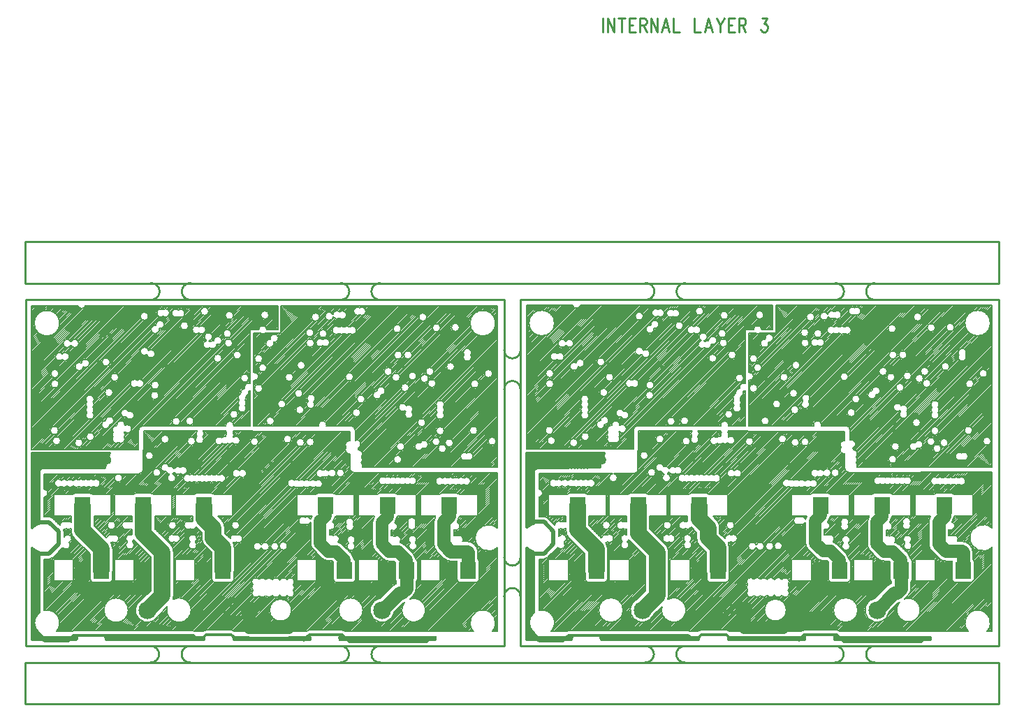
<source format=gbr>
*
%LPD*%
%LN2FOC-I3*%
%FSLAX24Y24*%
%MOIN*%
%SRX1Y1I0.0J0.0*%
%AD*%
%ADD11C,0.010000*%
%ADD16C,0.019690*%
%ADD20C,0.008000*%
%ADD23C,0.085000*%
%ADD39R,0.075000X0.084000*%
%ADD56C,0.011810*%
%ADD57C,0.059060*%
%ADD63C,0.019690*%
%ADD64C,0.078740*%
%ADD65C,0.062990*%
G54D11*
G1X7125Y10087D2*
G1X29959Y10087D1*
G1X29959Y26622D1*
G1X7125Y26622D1*
G1X7125Y10087D1*
G1X13104Y26617D2*
G75*
G3X13105Y27417I17J400D1*
G74*
G1X14995Y27417D2*
G75*
G3X14994Y26617I-17J-400D1*
G74*
G1X22154Y26617D2*
G75*
G3X22155Y27417I17J400D1*
G74*
G1X24045Y27417D2*
G75*
G3X24044Y26617I-17J-400D1*
G74*
G1X13094Y9311D2*
G75*
G3X13095Y10087I16J388D1*
G74*
G1X14975Y10086D2*
G75*
G3X14974Y9307I-16J-390D1*
G74*
G1X22154Y9311D2*
G75*
G3X22155Y10087I16J388D1*
G74*
G1X24035Y10086D2*
G75*
G3X24034Y9307I-16J-390D1*
G74*
G1X30741Y12456D2*
G75*
G3X29965Y12457I-388J16D1*
G74*
G1X29966Y14337D2*
G75*
G3X30745Y14337I390J-16D1*
G74*
G1X7118Y29383D2*
G1X53575Y29383D1*
G1X53575Y27415D1*
G1X7118Y27415D1*
G1X7118Y29383D1*
G1X30740Y10092D2*
G1X53575Y10092D1*
G1X53575Y26627D1*
G1X30740Y26627D1*
G1X30740Y10092D1*
G1X7118Y9304D2*
G1X53575Y9304D1*
G1X53575Y7336D1*
G1X7118Y7336D1*
G1X7118Y9304D1*
G1X30741Y22346D2*
G75*
G3X29965Y22347I-388J16D1*
G74*
G1X29966Y24227D2*
G75*
G3X30745Y24227I390J-16D1*
G74*
G1X38605Y27417D2*
G75*
G3X38604Y26617I-17J-400D1*
G74*
G1X36714Y26617D2*
G75*
G3X36715Y27417I17J400D1*
G74*
G1X45764Y26617D2*
G75*
G3X45765Y27417I17J400D1*
G74*
G1X47655Y27417D2*
G75*
G3X47654Y26617I-17J-400D1*
G74*
G1X47645Y10086D2*
G75*
G3X47644Y9307I-16J-390D1*
G74*
G1X45764Y9311D2*
G75*
G3X45765Y10087I16J388D1*
G74*
G1X38585Y10086D2*
G75*
G3X38584Y9307I-16J-390D1*
G74*
G1X36704Y9311D2*
G75*
G3X36705Y10087I16J388D1*
G74*
G1X7459Y14201D2*
G54D16*
G1X7459Y10933D1*
G1X8030Y10362D1*
G1X9172Y10362D1*
G1X7459Y14201D2*
G1X7459Y14221D1*
G1X7735Y14496D1*
G1X8247Y14496D1*
G1X8699Y14949D1*
G1X8699Y15254D1*
G1X7558Y16229D2*
G1X7558Y16169D1*
G1X7577Y16169D1*
G1X7735Y16012D1*
G1X8247Y16012D1*
G1X8699Y15559D1*
G1X8699Y15254D1*
G1X7558Y16229D2*
G1X7558Y18827D1*
G1X7774Y19043D1*
G1X7794Y19024D1*
G1X9664Y19024D1*
G1X19816Y11804D2*
G75*
G54D20*
G3X19816Y11804I-524J0D1*
G74*
G1X19625Y14870D2*
G75*
G3X19625Y14870I-198J0D1*
G74*
G1X20905Y19831D2*
G75*
G3X20905Y19831I-198J0D1*
G74*
G1X20432Y19811D2*
G75*
G3X20432Y19811I-198J0D1*
G74*
G1X19822Y19969D2*
G75*
G3X19822Y19969I-198J0D1*
G74*
G1X19212Y14851D2*
G75*
G3X19212Y14851I-198J0D1*
G74*
G1X18247Y19851D2*
G75*
G3X18247Y19851I-198J0D1*
G74*
G1X17342Y15854D2*
G75*
G3X17342Y15854I-198J0D1*
G74*
G1X15236Y19870D2*
G75*
G3X15236Y19870I-198J0D1*
G74*
G1X13976Y19969D2*
G75*
G3X13976Y19969I-198J0D1*
G74*
G1X13228Y19181D2*
G75*
G3X13228Y19181I-198J0D1*
G74*
G1X11417Y15854D2*
G75*
G3X11417Y15854I-198J0D1*
G74*
G1X12025Y11804D2*
G75*
G3X12025Y11804I-583J0D1*
G74*
G1X13582Y18374D2*
G75*
G3X13582Y18374I-198J0D1*
G74*
G1X14330Y15854D2*
G75*
G3X14330Y15854I-198J0D1*
G74*
G1X23225Y11804D2*
G75*
G3X23225Y11804I-583J0D1*
G74*
G1X29586Y19870D2*
G75*
G3X29586Y19870I-198J0D1*
G74*
G1X29409Y23099D2*
G75*
G3X29409Y23099I-197J0D1*
G74*
G1X28700Y20382D2*
G75*
G3X28700Y20382I-198J0D1*
G74*
G1X28759Y22606D2*
G75*
G3X28759Y22606I-198J0D1*
G74*
G1X29553Y25504D2*
G75*
G3X29553Y25504I-611J0D1*
G74*
G1X27204Y19516D2*
G75*
G3X27204Y19516I-198J0D1*
G74*
G1X27539Y19791D2*
G75*
G3X27539Y19791I-198J0D1*
G74*
G1X27598Y23433D2*
G75*
G3X27598Y23433I-198J0D1*
G74*
G1X27834Y25303D2*
G75*
G3X27834Y25303I-198J0D1*
G74*
G1X26909Y19851D2*
G75*
G3X26909Y19851I-197J0D1*
G74*
G1X27106Y20362D2*
G75*
G3X27106Y20362I-198J0D1*
G74*
G1X26712Y22626D2*
G75*
G3X26712Y22626I-198J0D1*
G74*
G1X26220Y20756D2*
G75*
G3X26220Y20756I-198J0D1*
G74*
G1X26358Y22862D2*
G75*
G3X26358Y22862I-198J0D1*
G74*
G1X26614Y23197D2*
G75*
G3X26614Y23197I-198J0D1*
G74*
G1X26928Y25284D2*
G75*
G3X26928Y25284I-198J0D1*
G74*
G1X26279Y25795D2*
G75*
G3X26279Y25795I-198J0D1*
G74*
G1X25078Y19004D2*
G75*
G3X25078Y19004I-198J0D1*
G74*
G1X25216Y19614D2*
G75*
G3X25216Y19614I-198J0D1*
G74*
G1X25432Y22429D2*
G75*
G3X25432Y22429I-198J0D1*
G74*
G1X25787Y22980D2*
G75*
G3X25787Y22980I-198J0D1*
G74*
G1X25570Y23984D2*
G75*
G3X25570Y23984I-198J0D1*
G74*
G1X24999Y22921D2*
G75*
G3X24999Y22921I-198J0D1*
G74*
G1X25098Y23984D2*
G75*
G3X25098Y23984I-198J0D1*
G74*
G1X25056Y25242D2*
G75*
G3X25056Y25242I-198J0D1*
G74*
G1X24625Y23197D2*
G75*
G3X24625Y23197I-198J0D1*
G74*
G1X23110Y21229D2*
G75*
G3X23110Y21229I-198J0D1*
G74*
G1X23326Y21878D2*
G75*
G3X23326Y21878I-198J0D1*
G74*
G1X22775Y22941D2*
G75*
G3X22775Y22941I-198J0D1*
G74*
G1X21515Y25008D2*
G75*
G3X21515Y25008I-197J0D1*
G74*
G1X20905Y24555D2*
G75*
G3X20905Y24555I-198J0D1*
G74*
G1X20885Y25047D2*
G75*
G3X20885Y25047I-198J0D1*
G74*
G1X21161Y25795D2*
G75*
G3X21161Y25795I-198J0D1*
G74*
G1X20413Y21366D2*
G75*
G3X20413Y21366I-198J0D1*
G74*
G1X20354Y22154D2*
G75*
G3X20354Y22154I-198J0D1*
G74*
G1X20472Y23492D2*
G75*
G3X20472Y23492I-198J0D1*
G74*
G1X19547Y21642D2*
G75*
G3X19547Y21642I-198J0D1*
G74*
G1X19901Y22921D2*
G75*
G3X19901Y22921I-198J0D1*
G74*
G1X18995Y20835D2*
G75*
G3X18995Y20835I-197J0D1*
G74*
G1X18444Y22390D2*
G75*
G3X18444Y22390I-198J0D1*
G74*
G1X18641Y23374D2*
G75*
G3X18641Y23374I-198J0D1*
G74*
G1X18444Y23807D2*
G75*
G3X18444Y23807I-198J0D1*
G74*
G1X18739Y25894D2*
G75*
G3X18739Y25894I-197J0D1*
G74*
G1X17263Y21150D2*
G75*
G3X17263Y21150I-198J0D1*
G74*
G1X17775Y22882D2*
G75*
G3X17775Y22882I-198J0D1*
G74*
G1X17421Y23984D2*
G75*
G3X17421Y23984I-197J0D1*
G74*
G1X17007Y24555D2*
G75*
G3X17007Y24555I-198J0D1*
G74*
G1X16948Y25008D2*
G75*
G3X16948Y25008I-198J0D1*
G74*
G1X17047Y25874D2*
G75*
G3X17047Y25874I-198J0D1*
G74*
G1X16495Y23827D2*
G75*
G3X16495Y23827I-197J0D1*
G74*
G1X15157Y20835D2*
G75*
G3X15157Y20835I-198J0D1*
G74*
G1X15865Y26071D2*
G75*
G3X15865Y26071I-198J0D1*
G74*
G1X14507Y20815D2*
G75*
G3X14507Y20815I-198J0D1*
G74*
G1X14901Y25382D2*
G75*
G3X14901Y25382I-198J0D1*
G74*
G1X13484Y22055D2*
G75*
G3X13484Y22055I-197J0D1*
G74*
G1X13503Y22547D2*
G75*
G3X13503Y22547I-198J0D1*
G74*
G1X12991Y25835D2*
G75*
G3X12991Y25835I-198J0D1*
G74*
G1X11299Y22193D2*
G75*
G3X11299Y22193I-198J0D1*
G74*
G1X11574Y22921D2*
G75*
G3X11574Y22921I-198J0D1*
G74*
G1X11161Y23650D2*
G75*
G3X11161Y23650I-198J0D1*
G74*
G1X10413Y20087D2*
G75*
G3X10413Y20087I-198J0D1*
G74*
G1X9862Y19791D2*
G75*
G3X9862Y19791I-198J0D1*
G74*
G1X8799Y19890D2*
G75*
G3X8799Y19890I-198J0D1*
G74*
G1X8700Y20382D2*
G75*
G3X8700Y20382I-198J0D1*
G74*
G1X8720Y22606D2*
G75*
G3X8720Y22606I-198J0D1*
G74*
G1X8720Y23099D2*
G75*
G3X8720Y23099I-198J0D1*
G74*
G1X8753Y25504D2*
G75*
G3X8753Y25504I-611J0D1*
G74*
G1X29635Y15716D2*
G1X29635Y18379D1*
G1X22795Y18374D1*
G1X22596Y18572D2*
G75*
G3X22795Y18374I198J0D1*
G74*
G1X22596Y18572D2*
G1X22596Y19260D1*
G1X22419Y19575D2*
G75*
G3X22596Y19260I158J-118D1*
G74*
G1X22596Y19890D2*
G75*
G3X22419Y19575I-19J-197D1*
G74*
G1X22596Y19890D2*
G1X22596Y20342D1*
G1X18011Y20342D1*
G1X17909Y20370D2*
G75*
G3X18011Y20342I102J170D1*
G74*
G1X17852Y20362D2*
G75*
G3X17909Y20370I0J198D1*
G74*
G1X17852Y20362D2*
G1X17062Y20362D1*
G1X17027Y20284D2*
G75*
G3X17062Y20362I-158J118D1*
G74*
G1X17035Y20059D2*
G75*
G3X17027Y20284I-167J106D1*
G74*
G1X17008Y19789D2*
G75*
G3X17035Y20059I156J121D1*
G74*
G1X16764Y19762D2*
G75*
G3X17008Y19789I105J167D1*
G74*
G1X16505Y19759D2*
G75*
G3X16764Y19762I128J151D1*
G74*
G1X16485Y20041D2*
G75*
G3X16505Y19759I-128J-151D1*
G74*
G1X16682Y20101D2*
G75*
G3X16485Y20041I-50J-191D1*
G74*
G1X16711Y20284D2*
G75*
G3X16682Y20101I158J-118D1*
G74*
G1X16675Y20362D2*
G75*
G3X16711Y20284I193J40D1*
G74*
G1X16675Y20362D2*
G1X15594Y20362D1*
G1X15582Y20077D2*
G75*
G3X15594Y20362I-131J148D1*
G74*
G1X15301Y20097D2*
G75*
G3X15582Y20077I131J-148D1*
G74*
G1X15309Y20362D2*
G75*
G3X15301Y20097I142J-137D1*
G74*
G1X15309Y20362D2*
G1X12755Y20362D1*
G1X12755Y19477D1*
G1X12724Y19370D2*
G75*
G3X12755Y19477I-167J107D1*
G74*
G1X12736Y19299D2*
G75*
G3X12724Y19370I-217J0D1*
G74*
G1X12736Y19299D2*
G1X12736Y18532D1*
G1X12716Y18441D2*
G75*
G3X12736Y18532I-198J90D1*
G74*
G1X12716Y18441D2*
G1X12716Y18398D1*
G1X12690Y18398D1*
G1X12518Y18314D2*
G75*
G3X12690Y18398I0J217D1*
G74*
G1X12518Y18314D2*
G1X11576Y18314D1*
G1X11532Y18314D2*
G75*
G3X11576Y18314I22J-196D1*
G74*
G1X11532Y18314D2*
G1X8011Y18314D1*
G1X8011Y17586D1*
G1X8011Y17193D2*
G75*
G3X8011Y17586I-20J197D1*
G74*
G1X8011Y17193D2*
G1X8011Y16269D1*
G1X8247Y16269D1*
G1X8428Y16193D2*
G75*
G3X8247Y16269I-181J-181D1*
G74*
G1X8428Y16193D2*
G1X8758Y15863D1*
G1X9064Y16020D2*
G75*
G3X8758Y15863I-108J-165D1*
G74*
G1X9290Y16013D2*
G75*
G3X9064Y16020I-118J-158D1*
G74*
G1X9290Y16013D2*
G1X9290Y16285D1*
G1X8508Y16285D1*
G1X8468Y16325D2*
G75*
G3X8508Y16285I40J0D1*
G74*
G1X8468Y16325D2*
G1X8468Y17284D1*
G1X8508Y17324D2*
G75*
G3X8468Y17284I0J-40D1*
G74*
G1X8508Y17324D2*
G1X9344Y17324D1*
G1X9467Y17383D2*
G75*
G3X9344Y17324I0J-158D1*
G74*
G1X9467Y17383D2*
G1X10217Y17383D1*
G1X10340Y17324D2*
G75*
G3X10217Y17383I-123J-99D1*
G74*
G1X10340Y17324D2*
G1X11176Y17324D1*
G1X11216Y17284D2*
G75*
G3X11176Y17324I-40J0D1*
G74*
G1X11216Y17284D2*
G1X11216Y16325D1*
G1X11176Y16285D2*
G75*
G3X11216Y16325I0J40D1*
G74*
G1X11176Y16285D2*
G1X10394Y16285D1*
G1X10394Y15846D1*
G1X10985Y15255D1*
G1X11278Y15396D2*
G75*
G3X10985Y15255I-98J-171D1*
G74*
G1X11278Y15053D2*
G75*
G3X11278Y15396I98J171D1*
G74*
G1X11198Y15028D2*
G75*
G3X11278Y15053I-18J197D1*
G74*
G1X11294Y14717D2*
G75*
G3X11198Y15028I-552J0D1*
G74*
G1X11294Y14717D2*
G1X11294Y13704D1*
G1X11275Y13562D2*
G75*
G3X11294Y13704I-533J142D1*
G74*
G1X11275Y13562D2*
G1X11275Y13284D1*
G1X11117Y13126D2*
G75*
G3X11275Y13284I0J158D1*
G74*
G1X11117Y13126D2*
G1X10367Y13126D1*
G1X10209Y13284D2*
G75*
G3X10367Y13126I158J0D1*
G74*
G1X10209Y13284D2*
G1X10209Y13562D1*
G1X10190Y13704D2*
G75*
G3X10209Y13562I552J0D1*
G74*
G1X10190Y13704D2*
G1X10190Y14489D1*
G1X9452Y15227D1*
G1X9290Y15617D2*
G75*
G3X9452Y15227I552J0D1*
G74*
G1X9290Y15617D2*
G1X9290Y15696D1*
G1X9064Y15689D2*
G75*
G3X9290Y15696I108J165D1*
G74*
G1X8936Y15658D2*
G75*
G3X9064Y15689I19J197D1*
G74*
G1X8956Y15559D2*
G75*
G3X8936Y15658I-257J0D1*
G74*
G1X8956Y15559D2*
G1X8956Y15313D1*
G1X9202Y15040D2*
G75*
G3X8956Y15313I-70J185D1*
G74*
G1X8899Y14787D2*
G75*
G3X9202Y15040I155J122D1*
G74*
G1X8881Y14768D2*
G75*
G3X8899Y14787I-181J181D1*
G74*
G1X8881Y14768D2*
G1X8428Y14315D1*
G1X8247Y14240D2*
G75*
G3X8428Y14315I0J257D1*
G74*
G1X8247Y14240D2*
G1X8011Y14240D1*
G1X8011Y11801D1*
G1X8596Y10796D2*
G75*
G3X8011Y11801I-454J408D1*
G74*
G1X8596Y10796D2*
G1X9318Y10796D1*
G1X9408Y10816D2*
G75*
G3X9318Y10796I0J-217D1*
G74*
G1X9408Y10816D2*
G1X15136Y10816D1*
G1X15227Y10796D2*
G75*
G3X15136Y10816I-90J-198D1*
G74*
G1X15227Y10796D2*
G1X15598Y10796D1*
G1X15747Y10855D2*
G75*
G3X15598Y10796I0J-217D1*
G74*
G1X15747Y10855D2*
G1X16948Y10855D1*
G1X17096Y10796D2*
G75*
G3X16948Y10855I-149J-158D1*
G74*
G1X17096Y10796D2*
G1X20519Y10796D1*
G1X20668Y10855D2*
G75*
G3X20519Y10796I0J-217D1*
G74*
G1X20668Y10855D2*
G1X22223Y10855D1*
G1X22372Y10796D2*
G75*
G3X22223Y10855I-149J-158D1*
G74*
G1X22372Y10796D2*
G1X28488Y10796D1*
G1X29396Y10796D2*
G75*
G3X28488Y10796I-454J408D1*
G74*
G1X29396Y10796D2*
G1X29616Y10796D1*
G1X29635Y10795D2*
G75*
G3X29616Y10796I-19J-216D1*
G74*
G1X29635Y10795D2*
G1X29635Y14793D1*
G1X29635Y15716D2*
G75*
G3X29635Y14793I-430J-461D1*
G74*
G1X29635Y18631D2*
G1X29635Y26347D1*
G1X19315Y26347D1*
G1X19319Y25021D1*
G1X18562Y25027D1*
G1X18323Y25029D2*
G75*
G3X18562Y25027I121J156D1*
G74*
G1X18323Y25029D2*
G1X18011Y25031D1*
G1X18011Y23154D1*
G1X18011Y22767D2*
G75*
G3X18011Y23154I39J194D1*
G74*
G1X18011Y22767D2*
G1X18011Y20599D1*
G1X21109Y20599D1*
G1X21487Y20599D2*
G75*
G3X21109Y20599I-189J58D1*
G74*
G1X21487Y20599D2*
G1X22656Y20599D1*
G1X22854Y20401D2*
G75*
G3X22656Y20599I-198J0D1*
G74*
G1X22854Y20401D2*
G1X22854Y19914D1*
G1X22991Y19544D2*
G75*
G3X22854Y19914I-59J188D1*
G74*
G1X23011Y19457D2*
G75*
G3X22991Y19544I-198J-1D1*
G74*
G1X23152Y19122D2*
G75*
G3X23011Y19457I-141J138D1*
G74*
G1X23152Y18847D2*
G75*
G3X23152Y19122I-141J138D1*
G74*
G1X23192Y18631D2*
G75*
G3X23152Y18847I-181J78D1*
G74*
G1X23192Y18631D2*
G1X29635Y18631D1*
G1X19171Y25186D2*
G1X19171Y26347D1*
G1X9990Y26347D1*
G1X9613Y26347D2*
G75*
G3X9990Y26347I189J59D1*
G74*
G1X9613Y26347D2*
G1X7415Y26347D1*
G1X7415Y19477D1*
G1X12518Y19477D1*
G1X12518Y20401D1*
G1X12557Y20520D2*
G75*
G3X12518Y20401I159J-118D1*
G74*
G1X12557Y20520D2*
G1X12557Y20560D1*
G1X12597Y20560D1*
G1X12716Y20599D2*
G75*
G3X12597Y20560I0J-198D1*
G74*
G1X12716Y20599D2*
G1X16675Y20599D1*
G1X17062Y20599D2*
G75*
G3X16675Y20599I-194J39D1*
G74*
G1X17062Y20599D2*
G1X17852Y20599D1*
G1X17852Y22268D1*
G1X17766Y22252D2*
G75*
G3X17852Y22268I8J197D1*
G74*
G1X17650Y22009D2*
G75*
G3X17766Y22252I-72J184D1*
G74*
G1X17610Y21829D2*
G75*
G3X17650Y22009I-150J128D1*
G74*
G1X17610Y21573D2*
G75*
G3X17610Y21829I-150J128D1*
G74*
G1X17309Y21573D2*
G75*
G3X17610Y21573I150J-128D1*
G74*
G1X17309Y21829D2*
G75*
G3X17309Y21573I150J-128D1*
G74*
G1X17387Y22141D2*
G75*
G3X17309Y21829I72J-184D1*
G74*
G1X17586Y22390D2*
G75*
G3X17387Y22141I-8J-197D1*
G74*
G1X17852Y22630D2*
G75*
G3X17586Y22390I-78J-181D1*
G74*
G1X17852Y22630D2*
G1X17852Y22960D1*
G1X17852Y22962D2*
G75*
G3X17852Y22960I197J-1D1*
G74*
G1X17852Y22962D2*
G1X17852Y25186D1*
G1X18246Y25186D1*
G1X18641Y25186D2*
G75*
G3X18246Y25186I-198J-1D1*
G74*
G1X18641Y25186D2*
G1X19171Y25186D1*
G1X28775Y14124D2*
G1X28775Y13284D1*
G1X28617Y13126D2*
G75*
G3X28775Y13284I0J158D1*
G74*
G1X28617Y13126D2*
G1X27867Y13126D1*
G1X27709Y13284D2*
G75*
G3X27867Y13126I158J0D1*
G74*
G1X27709Y13284D2*
G1X27709Y14124D1*
G1X27710Y14141D2*
G75*
G3X27709Y14124I157J-17D1*
G74*
G1X27710Y14141D2*
G1X27420Y14141D1*
G1X27085Y14280D2*
G75*
G3X27420Y14141I335J335D1*
G74*
G1X27085Y14280D2*
G1X26751Y14614D1*
G1X26612Y14949D2*
G75*
G3X26751Y14614I473J0D1*
G74*
G1X26612Y14949D2*
G1X26612Y15185D1*
G1X26612Y15815D1*
G1X26612Y16032D1*
G1X26686Y16285D2*
G75*
G3X26612Y16032I399J-254D1*
G74*
G1X26686Y16285D2*
G1X26008Y16285D1*
G1X25968Y16325D2*
G75*
G3X26008Y16285I40J0D1*
G74*
G1X25968Y16325D2*
G1X25968Y17284D1*
G1X26008Y17324D2*
G75*
G3X25968Y17284I0J-40D1*
G74*
G1X26008Y17324D2*
G1X26844Y17324D1*
G1X26967Y17383D2*
G75*
G3X26844Y17324I0J-158D1*
G74*
G1X26967Y17383D2*
G1X27717Y17383D1*
G1X27840Y17324D2*
G75*
G3X27717Y17383I-123J-99D1*
G74*
G1X27840Y17324D2*
G1X28676Y17324D1*
G1X28716Y17284D2*
G75*
G3X28676Y17324I-40J0D1*
G74*
G1X28716Y17284D2*
G1X28716Y16325D1*
G1X28676Y16285D2*
G75*
G3X28716Y16325I0J40D1*
G74*
G1X28676Y16285D2*
G1X27840Y16285D1*
G1X27814Y16260D2*
G75*
G3X27840Y16285I-97J125D1*
G74*
G1X27719Y16002D2*
G75*
G3X27814Y16260I-377J286D1*
G74*
G1X27558Y15644D2*
G75*
G3X27719Y16002I98J172D1*
G74*
G1X27558Y15644D2*
G1X27558Y15374D1*
G1X27715Y15356D2*
G75*
G3X27558Y15374I-98J-171D1*
G74*
G1X27985Y15087D2*
G75*
G3X27715Y15356I-172J98D1*
G74*
G1X27985Y15087D2*
G1X28203Y15087D1*
G1X28537Y14949D2*
G75*
G3X28203Y15087I-335J-335D1*
G74*
G1X28537Y14949D2*
G1X28577Y14909D1*
G1X28715Y14575D2*
G75*
G3X28577Y14909I-473J0D1*
G74*
G1X28715Y14575D2*
G1X28715Y14249D1*
G1X28775Y14124D2*
G75*
G3X28715Y14249I-158J0D1*
G74*
G1X28040Y17810D2*
G75*
G3X28040Y18111I128J150D1*
G74*
G1X27784Y17810D2*
G75*
G3X28040Y17810I128J150D1*
G74*
G1X27528Y17810D2*
G75*
G3X27784Y17810I128J150D1*
G74*
G1X27272Y17810D2*
G75*
G3X27528Y17810I128J150D1*
G74*
G1X27016Y17810D2*
G75*
G3X27272Y17810I128J150D1*
G74*
G1X27016Y18111D2*
G75*
G3X27016Y17810I-128J-150D1*
G74*
G1X27272Y18111D2*
G75*
G3X27016Y18111I-128J-150D1*
G74*
G1X27528Y18111D2*
G75*
G3X27272Y18111I-128J-150D1*
G74*
G1X27784Y18111D2*
G75*
G3X27528Y18111I-128J-150D1*
G74*
G1X28040Y18111D2*
G75*
G3X27784Y18111I-128J-150D1*
G74*
G1X25481Y15020D2*
G75*
G3X25718Y15035I128J-150D1*
G3X25481Y15020I-128J150D1*
G74*
G1X25721Y15933D2*
G75*
G3X25379Y15933I-171J98D1*
G3X25721Y15933I171J-98D1*
G74*
G1X25471Y17822D2*
G75*
G3X25471Y18139I118J158D1*
G74*
G1X25235Y17822D2*
G75*
G3X25471Y17822I118J158D1*
G74*
G1X24999Y17822D2*
G75*
G3X25235Y17822I118J158D1*
G74*
G1X24762Y17822D2*
G75*
G3X24999Y17822I118J158D1*
G74*
G1X24526Y17822D2*
G75*
G3X24762Y17822I118J158D1*
G74*
G1X24290Y17822D2*
G75*
G3X24526Y17822I118J158D1*
G74*
G1X24290Y18139D2*
G75*
G3X24290Y17822I-118J-158D1*
G74*
G1X24526Y18139D2*
G75*
G3X24290Y18139I-118J-158D1*
G74*
G1X24762Y18139D2*
G75*
G3X24526Y18139I-118J-158D1*
G74*
G1X24999Y18139D2*
G75*
G3X24762Y18139I-118J-158D1*
G74*
G1X25235Y18139D2*
G75*
G3X24999Y18139I-118J-158D1*
G74*
G1X25471Y18139D2*
G75*
G3X25235Y18139I-118J-158D1*
G74*
G1X22875Y14124D2*
G1X22875Y13284D1*
G1X22717Y13126D2*
G75*
G3X22875Y13284I0J158D1*
G74*
G1X22717Y13126D2*
G1X21967Y13126D1*
G1X21809Y13284D2*
G75*
G3X21967Y13126I158J0D1*
G74*
G1X21809Y13284D2*
G1X21809Y14092D1*
G1X21740Y14161D1*
G1X21574Y14161D1*
G1X21253Y14294D2*
G75*
G3X21574Y14161I321J321D1*
G74*
G1X21253Y14294D2*
G1X20859Y14687D1*
G1X20726Y15008D2*
G75*
G3X20859Y14687I453J0D1*
G74*
G1X20726Y15008D2*
G1X20726Y15205D1*
G1X20726Y15835D1*
G1X20726Y15983D1*
G1X20451Y15900D2*
G75*
G3X20726Y15983I98J171D1*
G74*
G1X20451Y16242D2*
G75*
G3X20451Y15900I-98J-171D1*
G74*
G1X20735Y16140D2*
G75*
G3X20451Y16242I-185J-68D1*
G74*
G1X20792Y16285D2*
G75*
G3X20735Y16140I388J-234D1*
G74*
G1X20792Y16285D2*
G1X20108Y16285D1*
G1X20068Y16325D2*
G75*
G3X20108Y16285I40J0D1*
G74*
G1X20068Y16325D2*
G1X20068Y17284D1*
G1X20108Y17324D2*
G75*
G3X20068Y17284I0J-40D1*
G74*
G1X20108Y17324D2*
G1X20944Y17324D1*
G1X21067Y17383D2*
G75*
G3X20944Y17324I0J-158D1*
G74*
G1X21067Y17383D2*
G1X21817Y17383D1*
G1X21940Y17324D2*
G75*
G3X21817Y17383I-123J-99D1*
G74*
G1X21940Y17324D2*
G1X22776Y17324D1*
G1X22816Y17284D2*
G75*
G3X22776Y17324I-40J0D1*
G74*
G1X22816Y17284D2*
G1X22816Y16325D1*
G1X22776Y16285D2*
G75*
G3X22816Y16325I0J40D1*
G74*
G1X22776Y16285D2*
G1X21940Y16285D1*
G1X21890Y16244D2*
G75*
G3X21940Y16285I-73J140D1*
G74*
G1X21780Y16011D2*
G75*
G3X21890Y16244I-338J302D1*
G74*
G1X21633Y15646D2*
G75*
G3X21780Y16011I58J189D1*
G74*
G1X21633Y15646D2*
G1X21633Y15386D1*
G1X21810Y15376D2*
G75*
G3X21633Y15386I-98J-171D1*
G74*
G1X22036Y15055D2*
G75*
G3X21810Y15376I-128J150D1*
G74*
G1X22248Y14935D2*
G75*
G3X22036Y15055I-321J-321D1*
G74*
G1X22248Y14935D2*
G1X22663Y14521D1*
G1X22791Y14264D2*
G75*
G3X22663Y14521I-449J-64D1*
G74*
G1X22875Y14124D2*
G75*
G3X22791Y14264I-158J0D1*
G74*
G1X22775Y15008D2*
G75*
G3X22537Y15008I-119J157D1*
G3X22775Y15008I119J-157D1*
G74*
G1X22762Y15904D2*
G75*
G3X22432Y15904I-165J108D1*
G3X22762Y15904I165J-108D1*
G74*
G1X19816Y11804D2*
G75*
G3X19816Y11804I-524J0D1*
G74*
G1X19904Y13020D2*
G75*
G3X19595Y13263I-141J138D1*
G74*
G1X19904Y12744D2*
G75*
G3X19904Y13020I-141J138D1*
G74*
G1X19595Y12502D2*
G75*
G3X19904Y12744I167J105D1*
G74*
G1X19251Y12519D2*
G75*
G3X19595Y12502I177J87D1*
G74*
G1X18906Y12502D2*
G75*
G3X19251Y12519I167J105D1*
G74*
G1X18581Y12487D2*
G75*
G3X18906Y12502I157J119D1*
G74*
G1X18267Y12487D2*
G75*
G3X18581Y12487I157J120D1*
G74*
G1X17970Y12746D2*
G75*
G3X18267Y12487I141J-138D1*
G74*
G1X17968Y13020D2*
G75*
G3X17970Y12746I144J-135D1*
G74*
G1X18266Y13277D2*
G75*
G3X17968Y13020I-157J-120D1*
G74*
G1X18579Y13275D2*
G75*
G3X18266Y13277I-157J-119D1*
G74*
G1X18904Y13261D2*
G75*
G3X18579Y13275I-167J-105D1*
G74*
G1X19249Y13241D2*
G75*
G3X18904Y13261I-178J-86D1*
G74*
G1X19595Y13263D2*
G75*
G3X19249Y13241I-167J-105D1*
G74*
G1X19625Y14870D2*
G75*
G3X19625Y14870I-198J0D1*
G74*
G1X20973Y17692D2*
G75*
G3X20973Y17993I128J150D1*
G74*
G1X20698Y17712D2*
G75*
G3X20973Y17692I148J131D1*
G74*
G1X20422Y17692D2*
G75*
G3X20698Y17712I128J150D1*
G74*
G1X20176Y17684D2*
G75*
G3X20422Y17692I118J158D1*
G74*
G1X19927Y17695D2*
G75*
G3X20176Y17684I131J147D1*
G74*
G1X19953Y18010D2*
G75*
G3X19927Y17695I-131J-148D1*
G74*
G1X20176Y18001D2*
G75*
G3X19953Y18010I-118J-158D1*
G74*
G1X20422Y17993D2*
G75*
G3X20176Y18001I-128J-150D1*
G74*
G1X20698Y17974D2*
G75*
G3X20422Y17993I-148J-131D1*
G74*
G1X20973Y17993D2*
G75*
G3X20698Y17974I-128J-150D1*
G74*
G1X21948Y18339D2*
G75*
G3X21948Y18370I197J16D1*
G74*
G1X21601Y18226D2*
G75*
G3X21948Y18339I150J128D1*
G74*
G1X21308Y18184D2*
G75*
G3X21601Y18226I128J150D1*
G74*
G1X21308Y18485D2*
G75*
G3X21308Y18184I-128J-150D1*
G74*
G1X21586Y18463D2*
G75*
G3X21308Y18485I-150J-128D1*
G74*
G1X21948Y18370D2*
G75*
G3X21586Y18463I-197J-16D1*
G74*
G1X20905Y19831D2*
G75*
G3X20905Y19831I-198J0D1*
G74*
G1X20432Y19811D2*
G75*
G3X20432Y19811I-198J0D1*
G74*
G1X19822Y19969D2*
G75*
G3X19822Y19969I-198J0D1*
G74*
G1X19212Y14851D2*
G75*
G3X19212Y14851I-198J0D1*
G74*
G1X18375Y14787D2*
G75*
G3X18375Y14914I187J63D1*
G3X18375Y14787I-187J-63D1*
G74*
G1X18247Y19851D2*
G75*
G3X18247Y19851I-198J0D1*
G74*
G1X17184Y15053D2*
G75*
G3X17184Y15396I98J171D1*
G74*
G1X17034Y15034D2*
G75*
G3X17184Y15053I52J191D1*
G74*
G1X17094Y14784D2*
G75*
G3X17034Y15034I-552J0D1*
G74*
G1X17094Y14784D2*
G1X17094Y13704D1*
G1X17075Y13562D2*
G75*
G3X17094Y13704I-533J142D1*
G74*
G1X17075Y13562D2*
G1X17075Y13284D1*
G1X16917Y13126D2*
G75*
G3X17075Y13284I0J158D1*
G74*
G1X16917Y13126D2*
G1X16167Y13126D1*
G1X16009Y13284D2*
G75*
G3X16167Y13126I158J0D1*
G74*
G1X16009Y13284D2*
G1X16009Y13562D1*
G1X15990Y13704D2*
G75*
G3X16009Y13562I552J0D1*
G74*
G1X15990Y13704D2*
G1X15990Y14555D1*
G1X15691Y14854D1*
G1X15530Y15244D2*
G75*
G3X15691Y14854I552J0D1*
G74*
G1X15530Y15244D2*
G1X15530Y15508D1*
G1X15273Y15764D1*
G1X14989Y15689D2*
G75*
G3X15273Y15764I108J165D1*
G74*
G1X14989Y16020D2*
G75*
G3X14989Y15689I-108J-165D1*
G74*
G1X15104Y16052D2*
G75*
G3X14989Y16020I-7J-197D1*
G74*
G1X15090Y16176D2*
G75*
G3X15104Y16052I552J0D1*
G74*
G1X15090Y16176D2*
G1X15090Y16285D1*
G1X14308Y16285D1*
G1X14268Y16325D2*
G75*
G3X14308Y16285I40J0D1*
G74*
G1X14268Y16325D2*
G1X14268Y17284D1*
G1X14308Y17324D2*
G75*
G3X14268Y17284I0J-40D1*
G74*
G1X14308Y17324D2*
G1X15144Y17324D1*
G1X15267Y17383D2*
G75*
G3X15144Y17324I0J-158D1*
G74*
G1X15267Y17383D2*
G1X16017Y17383D1*
G1X16140Y17324D2*
G75*
G3X16017Y17383I-123J-99D1*
G74*
G1X16140Y17324D2*
G1X16976Y17324D1*
G1X17016Y17284D2*
G75*
G3X16976Y17324I-40J0D1*
G74*
G1X17016Y17284D2*
G1X17016Y16325D1*
G1X16976Y16285D2*
G75*
G3X17016Y16325I0J40D1*
G74*
G1X16976Y16285D2*
G1X16313Y16285D1*
G1X16472Y16127D1*
G1X16633Y15736D2*
G75*
G3X16472Y16127I-552J0D1*
G74*
G1X16633Y15736D2*
G1X16633Y15473D1*
G1X16888Y15218D1*
G1X17184Y15396D2*
G75*
G3X16888Y15218I-98J-171D1*
G74*
G1X17342Y15854D2*
G75*
G3X17342Y15854I-198J0D1*
G74*
G1X17331Y18204D2*
G75*
G3X17331Y18466I148J131D1*
G3X17331Y18204I-148J-131D1*
G74*
G1X16357Y17940D2*
G75*
G3X16357Y18257I118J158D1*
G74*
G1X16121Y17940D2*
G75*
G3X16357Y17940I118J158D1*
G74*
G1X15885Y17940D2*
G75*
G3X16121Y17940I118J158D1*
G74*
G1X15658Y17933D2*
G75*
G3X15885Y17940I108J165D1*
G74*
G1X15422Y17948D2*
G75*
G3X15658Y17933I128J150D1*
G74*
G1X15176Y17940D2*
G75*
G3X15422Y17948I118J158D1*
G74*
G1X14949Y17933D2*
G75*
G3X15176Y17940I108J165D1*
G74*
G1X14949Y18264D2*
G75*
G3X14949Y17933I-108J-165D1*
G74*
G1X15176Y18257D2*
G75*
G3X14949Y18264I-118J-158D1*
G74*
G1X15422Y18249D2*
G75*
G3X15176Y18257I-128J-150D1*
G74*
G1X15658Y18264D2*
G75*
G3X15422Y18249I-108J-165D1*
G74*
G1X15885Y18257D2*
G75*
G3X15658Y18264I-118J-158D1*
G74*
G1X16121Y18257D2*
G75*
G3X15885Y18257I-118J-158D1*
G74*
G1X16357Y18257D2*
G75*
G3X16121Y18257I-118J-158D1*
G74*
G1X14516Y18322D2*
G75*
G3X14516Y18623I128J150D1*
G74*
G1X14211Y18385D2*
G75*
G3X14516Y18322I177J87D1*
G74*
G1X14145Y18309D2*
G75*
G3X14211Y18385I-110J164D1*
G74*
G1X13983Y18282D2*
G75*
G3X14145Y18309I110J-164D1*
G74*
G1X13843Y18424D2*
G75*
G3X13983Y18282I191J49D1*
G74*
G1X13970Y18659D2*
G75*
G3X13843Y18424I-191J-49D1*
G74*
G1X14211Y18560D2*
G75*
G3X13970Y18659I-177J-87D1*
G74*
G1X14516Y18623D2*
G75*
G3X14211Y18560I-128J-150D1*
G74*
G1X15236Y19870D2*
G75*
G3X15236Y19870I-198J0D1*
G74*
G1X13976Y19969D2*
G75*
G3X13976Y19969I-198J0D1*
G74*
G1X13228Y19181D2*
G75*
G3X13228Y19181I-198J0D1*
G74*
G1X10373Y17704D2*
G75*
G3X10373Y18021I118J158D1*
G74*
G1X10136Y17704D2*
G75*
G3X10373Y17704I118J158D1*
G74*
G1X9900Y17704D2*
G75*
G3X10136Y17704I118J158D1*
G74*
G1X9664Y17704D2*
G75*
G3X9900Y17704I118J158D1*
G74*
G1X9398Y17731D2*
G75*
G3X9664Y17704I148J131D1*
G74*
G1X9103Y17731D2*
G75*
G3X9398Y17731I148J131D1*
G74*
G1X8827Y17712D2*
G75*
G3X9103Y17731I128J150D1*
G74*
G1X8827Y18013D2*
G75*
G3X8827Y17712I-128J-150D1*
G74*
G1X9103Y17994D2*
G75*
G3X8827Y18013I-148J-131D1*
G74*
G1X9398Y17994D2*
G75*
G3X9103Y17994I-148J-131D1*
G74*
G1X9664Y18021D2*
G75*
G3X9398Y17994I-118J-158D1*
G74*
G1X9900Y18021D2*
G75*
G3X9664Y18021I-118J-158D1*
G74*
G1X10136Y18021D2*
G75*
G3X9900Y18021I-118J-158D1*
G74*
G1X10373Y18021D2*
G75*
G3X10136Y18021I-118J-158D1*
G74*
G1X9416Y14184D2*
G1X9416Y13225D1*
G1X9376Y13185D2*
G75*
G3X9416Y13225I0J40D1*
G74*
G1X9376Y13185D2*
G1X8508Y13185D1*
G1X8468Y13225D2*
G75*
G3X8508Y13185I40J0D1*
G74*
G1X8468Y13225D2*
G1X8468Y14184D1*
G1X8508Y14224D2*
G75*
G3X8468Y14184I0J-40D1*
G74*
G1X8508Y14224D2*
G1X9376Y14224D1*
G1X9416Y14184D2*
G75*
G3X9376Y14224I-40J0D1*
G74*
G1X11417Y15854D2*
G75*
G3X11417Y15854I-198J0D1*
G74*
G1X12025Y11804D2*
G75*
G3X12025Y11804I-583J0D1*
G74*
G1X12316Y14184D2*
G1X12316Y13225D1*
G1X12276Y13185D2*
G75*
G3X12316Y13225I0J40D1*
G74*
G1X12276Y13185D2*
G1X11408Y13185D1*
G1X11368Y13225D2*
G75*
G3X11408Y13185I40J0D1*
G74*
G1X11368Y13225D2*
G1X11368Y14184D1*
G1X11408Y14224D2*
G75*
G3X11368Y14184I0J-40D1*
G74*
G1X11408Y14224D2*
G1X12276Y14224D1*
G1X12316Y14184D2*
G75*
G3X12276Y14224I-40J0D1*
G74*
G1X13582Y18374D2*
G75*
G3X13582Y18374I-198J0D1*
G74*
G1X14211Y15053D2*
G75*
G3X14211Y15396I98J171D1*
G3X14211Y15053I-99J-171D1*
G74*
G1X14330Y15854D2*
G75*
G3X14330Y15854I-198J0D1*
G74*
G1X13881Y11963D2*
G75*
G3X14160Y12315I561J-158D1*
G74*
G1X13881Y11963D2*
G1X13465Y11548D1*
G1X12685Y12328D2*
G75*
G3X13465Y11548I257J-523D1*
G74*
G1X12685Y12328D2*
G1X13090Y12733D1*
G1X13090Y13664D1*
G1X13089Y13706D2*
G75*
G3X13090Y13664I552J0D1*
G74*
G1X13089Y13706D2*
G1X13089Y14346D1*
G1X12352Y15083D1*
G1X12290Y15156D2*
G75*
G3X12352Y15083I452J317D1*
G74*
G1X12224Y15067D2*
G75*
G3X12290Y15156I-119J157D1*
G74*
G1X11986Y15067D2*
G75*
G3X12224Y15067I119J-157D1*
G74*
G1X12195Y15400D2*
G75*
G3X11986Y15067I-90J-176D1*
G74*
G1X12190Y15473D2*
G75*
G3X12195Y15400I552J0D1*
G74*
G1X12190Y15473D2*
G1X12190Y15676D1*
G1X12007Y15683D2*
G75*
G3X12190Y15676I99J171D1*
G74*
G1X12007Y16026D2*
G75*
G3X12007Y15683I-98J-171D1*
G74*
G1X12190Y16033D2*
G75*
G3X12007Y16026I-85J-178D1*
G74*
G1X12190Y16033D2*
G1X12190Y16285D1*
G1X11408Y16285D1*
G1X11368Y16325D2*
G75*
G3X11408Y16285I40J0D1*
G74*
G1X11368Y16325D2*
G1X11368Y17284D1*
G1X11408Y17324D2*
G75*
G3X11368Y17284I0J-40D1*
G74*
G1X11408Y17324D2*
G1X12244Y17324D1*
G1X12367Y17383D2*
G75*
G3X12244Y17324I0J-158D1*
G74*
G1X12367Y17383D2*
G1X13117Y17383D1*
G1X13240Y17324D2*
G75*
G3X13117Y17383I-123J-99D1*
G74*
G1X13240Y17324D2*
G1X14076Y17324D1*
G1X14116Y17284D2*
G75*
G3X14076Y17324I-40J0D1*
G74*
G1X14116Y17284D2*
G1X14116Y16325D1*
G1X14076Y16285D2*
G75*
G3X14116Y16325I0J40D1*
G74*
G1X14076Y16285D2*
G1X13294Y16285D1*
G1X13294Y15702D1*
G1X14031Y14965D1*
G1X14192Y14575D2*
G75*
G3X14031Y14965I-552J0D1*
G74*
G1X14192Y14575D2*
G1X14192Y13746D1*
G1X14194Y13704D2*
G75*
G3X14192Y13746I-552J0D1*
G74*
G1X14194Y13704D2*
G1X14194Y12504D1*
G1X14160Y12315D2*
G75*
G3X14194Y12504I-518J189D1*
G74*
G1X15216Y14184D2*
G1X15216Y13225D1*
G1X15176Y13185D2*
G75*
G3X15216Y13225I0J40D1*
G74*
G1X15176Y13185D2*
G1X14308Y13185D1*
G1X14268Y13225D2*
G75*
G3X14308Y13185I40J0D1*
G74*
G1X14268Y13225D2*
G1X14268Y14184D1*
G1X14308Y14224D2*
G75*
G3X14268Y14184I0J-40D1*
G74*
G1X14308Y14224D2*
G1X15176Y14224D1*
G1X15216Y14184D2*
G75*
G3X15176Y14224I-40J0D1*
G74*
G1X15216Y15067D2*
G75*
G3X14978Y15067I-119J157D1*
G3X15216Y15067I119J-157D1*
G74*
G1X21016Y14184D2*
G1X21016Y13225D1*
G1X20976Y13185D2*
G75*
G3X21016Y13225I0J40D1*
G74*
G1X20976Y13185D2*
G1X20108Y13185D1*
G1X20068Y13225D2*
G75*
G3X20108Y13185I40J0D1*
G74*
G1X20068Y13225D2*
G1X20068Y14184D1*
G1X20108Y14224D2*
G75*
G3X20068Y14184I0J-40D1*
G74*
G1X20108Y14224D2*
G1X20976Y14224D1*
G1X21016Y14184D2*
G75*
G3X20976Y14224I-40J0D1*
G74*
G1X23225Y11804D2*
G75*
G3X23225Y11804I-583J0D1*
G74*
G1X23966Y14184D2*
G1X23966Y13225D1*
G1X23926Y13185D2*
G75*
G3X23966Y13225I0J40D1*
G74*
G1X23926Y13185D2*
G1X23058Y13185D1*
G1X23018Y13225D2*
G75*
G3X23058Y13185I40J0D1*
G74*
G1X23018Y13225D2*
G1X23018Y14184D1*
G1X23058Y14224D2*
G75*
G3X23018Y14184I0J-40D1*
G74*
G1X23058Y14224D2*
G1X23926Y14224D1*
G1X23966Y14184D2*
G75*
G3X23926Y14224I-40J0D1*
G74*
G1X25217Y12175D2*
G75*
G3X25454Y12336I425J-370D1*
G74*
G1X25169Y12162D2*
G75*
G3X25217Y12175I-94J464D1*
G74*
G1X25169Y12162D2*
G1X24718Y11711D1*
G1X24049Y12380D2*
G75*
G3X24718Y11711I94J-576D1*
G74*
G1X24049Y12380D2*
G1X24629Y12961D1*
G1X24819Y13077D2*
G75*
G3X24629Y12961I145J-450D1*
G74*
G1X24819Y13077D2*
G1X24819Y13160D1*
G1X24759Y13284D2*
G75*
G3X24819Y13160I158J0D1*
G74*
G1X24759Y13284D2*
G1X24759Y14095D1*
G1X24712Y14141D1*
G1X24487Y14141D1*
G1X24166Y14274D2*
G75*
G3X24487Y14141I321J321D1*
G74*
G1X24166Y14274D2*
G1X23812Y14628D1*
G1X23679Y14949D2*
G75*
G3X23812Y14628I453J0D1*
G74*
G1X23679Y14949D2*
G1X23679Y15166D1*
G1X23679Y15795D1*
G1X23679Y16012D1*
G1X23771Y16285D2*
G75*
G3X23679Y16012I362J-273D1*
G74*
G1X23771Y16285D2*
G1X23058Y16285D1*
G1X23018Y16325D2*
G75*
G3X23058Y16285I40J0D1*
G74*
G1X23018Y16325D2*
G1X23018Y17284D1*
G1X23058Y17324D2*
G75*
G3X23018Y17284I0J-40D1*
G74*
G1X23058Y17324D2*
G1X23894Y17324D1*
G1X24017Y17383D2*
G75*
G3X23894Y17324I0J-158D1*
G74*
G1X24017Y17383D2*
G1X24767Y17383D1*
G1X24890Y17324D2*
G75*
G3X24767Y17383I-123J-99D1*
G74*
G1X24890Y17324D2*
G1X25726Y17324D1*
G1X25766Y17284D2*
G75*
G3X25726Y17324I-40J0D1*
G74*
G1X25766Y17284D2*
G1X25766Y16325D1*
G1X25726Y16285D2*
G75*
G3X25766Y16325I0J40D1*
G74*
G1X25726Y16285D2*
G1X24890Y16285D1*
G1X24845Y16247D2*
G75*
G3X24890Y16285I-78J138D1*
G74*
G1X24743Y15984D2*
G75*
G3X24845Y16247I-351J287D1*
G74*
G1X24586Y15624D2*
G75*
G3X24743Y15984I98J172D1*
G74*
G1X24586Y15624D2*
G1X24586Y15354D1*
G1X24743Y15337D2*
G75*
G3X24586Y15354I-98J-171D1*
G74*
G1X24992Y15039D2*
G75*
G3X24743Y15337I-151J127D1*
G74*
G1X25221Y14915D2*
G75*
G3X24992Y15039I-321J-321D1*
G74*
G1X25221Y14915D2*
G1X25613Y14524D1*
G1X25741Y14264D2*
G75*
G3X25613Y14524I-449J-61D1*
G74*
G1X25825Y14124D2*
G75*
G3X25741Y14264I-158J0D1*
G74*
G1X25825Y14124D2*
G1X25825Y13284D1*
G1X25765Y13160D2*
G75*
G3X25825Y13284I-98J124D1*
G74*
G1X25765Y13160D2*
G1X25765Y12843D1*
G1X25627Y12508D2*
G75*
G3X25765Y12843I-335J335D1*
G74*
G1X25627Y12508D2*
G1X25454Y12336D1*
G1X26916Y14184D2*
G1X26916Y13225D1*
G1X26876Y13185D2*
G75*
G3X26916Y13225I0J40D1*
G74*
G1X26876Y13185D2*
G1X26008Y13185D1*
G1X25968Y13225D2*
G75*
G3X26008Y13185I40J0D1*
G74*
G1X25968Y13225D2*
G1X25968Y14184D1*
G1X26008Y14224D2*
G75*
G3X25968Y14184I0J-40D1*
G74*
G1X26008Y14224D2*
G1X26876Y14224D1*
G1X26916Y14184D2*
G75*
G3X26876Y14224I-40J0D1*
G74*
G1X29586Y19870D2*
G75*
G3X29586Y19870I-198J0D1*
G74*
G1X29409Y23099D2*
G75*
G3X29409Y23099I-197J0D1*
G74*
G1X28178Y18977D2*
G75*
G3X28178Y19307I108J165D1*
G3X28178Y18977I-108J-165D1*
G74*
G1X28700Y20382D2*
G75*
G3X28700Y20382I-198J0D1*
G74*
G1X28759Y22606D2*
G75*
G3X28759Y22606I-198J0D1*
G74*
G1X28373Y23994D2*
G75*
G3X28042Y23994I-165J108D1*
G3X28373Y23994I165J-108D1*
G74*
G1X29553Y25504D2*
G75*
G3X29553Y25504I-611J0D1*
G74*
G1X27204Y19516D2*
G75*
G3X27204Y19516I-198J0D1*
G74*
G1X27539Y19791D2*
G75*
G3X27539Y19791I-198J0D1*
G74*
G1X27598Y23433D2*
G75*
G3X27598Y23433I-198J0D1*
G74*
G1X27834Y25303D2*
G75*
G3X27834Y25303I-198J0D1*
G74*
G1X26909Y19851D2*
G75*
G3X26909Y19851I-197J0D1*
G74*
G1X27106Y20362D2*
G75*
G3X27106Y20362I-198J0D1*
G74*
G1X27059Y21494D2*
G75*
G3X26758Y21494I-150J128D1*
G74*
G1X27059Y21238D2*
G75*
G3X27059Y21494I-150J128D1*
G74*
G1X26758Y21238D2*
G75*
G3X27059Y21238I150J-128D1*
G74*
G1X26758Y21494D2*
G75*
G3X26758Y21238I150J-128D1*
G74*
G1X26064Y19531D2*
G75*
G3X25961Y19796I77J182D1*
G3X26064Y19531I-77J-182D1*
G74*
G1X26712Y22626D2*
G75*
G3X26712Y22626I-198J0D1*
G74*
G1X26220Y20756D2*
G75*
G3X26220Y20756I-198J0D1*
G74*
G1X26358Y22862D2*
G75*
G3X26358Y22862I-198J0D1*
G74*
G1X26614Y23197D2*
G75*
G3X26614Y23197I-198J0D1*
G74*
G1X26928Y25284D2*
G75*
G3X26928Y25284I-198J0D1*
G74*
G1X26279Y25795D2*
G75*
G3X26279Y25795I-198J0D1*
G74*
G1X25078Y19004D2*
G75*
G3X25078Y19004I-198J0D1*
G74*
G1X25216Y19614D2*
G75*
G3X25216Y19614I-198J0D1*
G74*
G1X25563Y21278D2*
G75*
G3X25297Y21566I-150J128D1*
G74*
G1X25262Y21278D2*
G75*
G3X25563Y21278I150J-128D1*
G74*
G1X25232Y21324D2*
G75*
G3X25262Y21278I180J81D1*
G74*
G1X25297Y21566D2*
G75*
G3X25232Y21324I-180J-81D1*
G74*
G1X25432Y22429D2*
G75*
G3X25432Y22429I-198J0D1*
G74*
G1X25787Y22980D2*
G75*
G3X25787Y22980I-198J0D1*
G74*
G1X25570Y23984D2*
G75*
G3X25570Y23984I-198J0D1*
G74*
G1X24999Y22921D2*
G75*
G3X24999Y22921I-198J0D1*
G74*
G1X25098Y23984D2*
G75*
G3X25098Y23984I-198J0D1*
G74*
G1X25056Y25242D2*
G75*
G3X25056Y25242I-198J0D1*
G74*
G1X24094Y22074D2*
G75*
G3X23896Y22272I-1J198D1*
G3X24094Y22074I1J-198D1*
G74*
G1X24625Y23197D2*
G75*
G3X24625Y23197I-198J0D1*
G74*
G1X23110Y21229D2*
G75*
G3X23110Y21229I-198J0D1*
G74*
G1X23326Y21878D2*
G75*
G3X23326Y21878I-198J0D1*
G74*
G1X22775Y22941D2*
G75*
G3X22775Y22941I-198J0D1*
G74*
G1X22587Y25015D2*
G75*
G3X22587Y25316I128J150D1*
G74*
G1X22331Y25015D2*
G75*
G3X22587Y25015I128J150D1*
G74*
G1X22075Y25015D2*
G75*
G3X22331Y25015I128J150D1*
G74*
G1X22075Y25316D2*
G75*
G3X22075Y25015I-128J-150D1*
G74*
G1X22331Y25316D2*
G75*
G3X22075Y25316I-128J-150D1*
G74*
G1X22587Y25316D2*
G75*
G3X22331Y25316I-128J-150D1*
G74*
G1X23070Y25900D2*
G75*
G3X23070Y26242I98J171D1*
G3X23070Y25900I-98J-171D1*
G74*
G1X21308Y24425D2*
G75*
G3X21308Y24725I128J150D1*
G3X21308Y24425I-128J-150D1*
G74*
G1X21515Y25008D2*
G75*
G3X21515Y25008I-197J0D1*
G74*
G1X22115Y25743D2*
G75*
G3X22115Y26044I128J150D1*
G74*
G1X21809Y25809D2*
G75*
G3X22115Y25743I178J85D1*
G74*
G1X21791Y25920D2*
G75*
G3X21809Y25809I-178J-85D1*
G74*
G1X22115Y26044D2*
G75*
G3X21791Y25920I-128J-150D1*
G74*
G1X20867Y21761D2*
G75*
G3X20606Y21779I-121J156D1*
G3X20867Y21761I121J-156D1*
G74*
G1X20905Y24555D2*
G75*
G3X20905Y24555I-198J0D1*
G74*
G1X20885Y25047D2*
G75*
G3X20885Y25047I-198J0D1*
G74*
G1X21161Y25795D2*
G75*
G3X21161Y25795I-198J0D1*
G74*
G1X20413Y21366D2*
G75*
G3X20413Y21366I-198J0D1*
G74*
G1X20354Y22154D2*
G75*
G3X20354Y22154I-198J0D1*
G74*
G1X20472Y23492D2*
G75*
G3X20472Y23492I-198J0D1*
G74*
G1X19547Y21642D2*
G75*
G3X19547Y21642I-198J0D1*
G74*
G1X19901Y22921D2*
G75*
G3X19901Y22921I-198J0D1*
G74*
G1X18995Y20835D2*
G75*
G3X18995Y20835I-197J0D1*
G74*
G1X18444Y22390D2*
G75*
G3X18444Y22390I-198J0D1*
G74*
G1X18641Y23374D2*
G75*
G3X18641Y23374I-198J0D1*
G74*
G1X18966Y24596D2*
G75*
G3X18807Y24731I28J195D1*
G3X18966Y24596I-28J-196D1*
G74*
G1X18444Y23807D2*
G75*
G3X18444Y23807I-198J0D1*
G74*
G1X18739Y25894D2*
G75*
G3X18739Y25894I-197J0D1*
G74*
G1X17263Y21150D2*
G75*
G3X17263Y21150I-198J0D1*
G74*
G1X17775Y22882D2*
G75*
G3X17775Y22882I-198J0D1*
G74*
G1X17421Y23984D2*
G75*
G3X17421Y23984I-197J0D1*
G74*
G1X17007Y24555D2*
G75*
G3X17007Y24555I-198J0D1*
G74*
G1X16948Y25008D2*
G75*
G3X16948Y25008I-198J0D1*
G74*
G1X17047Y25874D2*
G75*
G3X17047Y25874I-198J0D1*
G74*
G1X16495Y23827D2*
G75*
G3X16495Y23827I-197J0D1*
G74*
G1X16239Y24485D2*
G75*
G3X16101Y24665I59J189D1*
G74*
G1X15914Y24326D2*
G75*
G3X16239Y24485I128J150D1*
G74*
G1X15760Y24672D2*
G75*
G3X15914Y24326I26J-196D1*
G74*
G1X15871Y24655D2*
G75*
G3X15760Y24672I-26J196D1*
G74*
G1X15914Y24627D2*
G75*
G3X15871Y24655I-128J-150D1*
G74*
G1X16101Y24665D2*
G75*
G3X15914Y24627I-59J-189D1*
G74*
G1X15157Y20835D2*
G75*
G3X15157Y20835I-198J0D1*
G74*
G1X15402Y25035D2*
G75*
G3X15402Y25336I128J150D1*
G3X15402Y25035I-128J-150D1*
G74*
G1X15865Y26071D2*
G75*
G3X15865Y26071I-198J0D1*
G74*
G1X14507Y20815D2*
G75*
G3X14507Y20815I-198J0D1*
G74*
G1X14901Y25382D2*
G75*
G3X14901Y25382I-198J0D1*
G74*
G1X14408Y25814D2*
G75*
G3X14408Y26131I118J158D1*
G3X14408Y25814I-118J-158D1*
G74*
G1X13484Y22055D2*
G75*
G3X13484Y22055I-197J0D1*
G74*
G1X13503Y22547D2*
G75*
G3X13503Y22547I-198J0D1*
G74*
G1X11844Y20324D2*
G75*
G3X11865Y20616I143J136D1*
G74*
G1X11830Y20303D2*
G75*
G3X11844Y20324I-158J118D1*
G74*
G1X11837Y20077D2*
G75*
G3X11830Y20303I-165J108D1*
G74*
G1X11564Y19804D2*
G75*
G3X11837Y20077I108J165D1*
G74*
G1X11290Y20077D2*
G75*
G3X11564Y19804I165J-108D1*
G74*
G1X11297Y20303D2*
G75*
G3X11290Y20077I158J-118D1*
G74*
G1X11479Y20618D2*
G75*
G3X11297Y20303I-23J-196D1*
G74*
G1X11865Y20616D2*
G75*
G3X11479Y20618I-193J42D1*
G74*
G1X11929Y21021D2*
G75*
G3X12045Y21298I176J90D1*
G3X11929Y21021I-176J-90D1*
G74*
G1X12449Y22476D2*
G75*
G3X12449Y22777I128J150D1*
G3X12449Y22476I-128J-150D1*
G74*
G1X12915Y24006D2*
G75*
G3X12988Y24199I194J38D1*
G3X12915Y24006I-194J-38D1*
G74*
G1X13498Y25248D2*
G75*
G3X13349Y25397I44J193D1*
G3X13498Y25248I-44J-193D1*
G74*
G1X13690Y25827D2*
G75*
G3X13690Y26157I108J165D1*
G3X13690Y25827I-108J-165D1*
G74*
G1X12991Y25835D2*
G75*
G3X12991Y25835I-198J0D1*
G74*
G1X11141Y20657D2*
G75*
G3X10943Y20855I-1J197D1*
G3X11141Y20657I1J-198D1*
G74*
G1X11299Y22193D2*
G75*
G3X11299Y22193I-198J0D1*
G74*
G1X11574Y22921D2*
G75*
G3X11574Y22921I-198J0D1*
G74*
G1X11161Y23650D2*
G75*
G3X11161Y23650I-198J0D1*
G74*
G1X10413Y20087D2*
G75*
G3X10413Y20087I-198J0D1*
G74*
G1X10346Y21750D2*
G75*
G3X10045Y21750I-150J128D1*
G74*
G1X10346Y21494D2*
G75*
G3X10346Y21750I-150J128D1*
G74*
G1X10346Y21238D2*
G75*
G3X10346Y21494I-150J128D1*
G74*
G1X10045Y21238D2*
G75*
G3X10346Y21238I150J-128D1*
G74*
G1X10045Y21494D2*
G75*
G3X10045Y21238I150J-128D1*
G74*
G1X10045Y21750D2*
G75*
G3X10045Y21494I150J-128D1*
G74*
G1X9862Y19791D2*
G75*
G3X9862Y19791I-198J0D1*
G74*
G1X9881Y23419D2*
G75*
G3X9782Y23605I98J171D1*
G3X9881Y23419I-98J-171D1*
G74*
G1X8799Y19890D2*
G75*
G3X8799Y19890I-198J0D1*
G74*
G1X8700Y20382D2*
G75*
G3X8700Y20382I-198J0D1*
G74*
G1X8720Y22606D2*
G75*
G3X8720Y22606I-198J0D1*
G74*
G1X8720Y23099D2*
G75*
G3X8720Y23099I-198J0D1*
G74*
G1X8877Y23764D2*
G75*
G3X8877Y24047I138J141D1*
G3X8877Y23764I-138J-141D1*
G74*
G1X9290Y24448D2*
G75*
G3X9290Y24623I177J87D1*
G3X9290Y24448I-177J-87D1*
G74*
G1X8753Y25504D2*
G75*
G3X8753Y25504I-611J0D1*
G74*
G1X28604Y17324D2*
G1X29635Y18354D1*
G1X28699Y17316D2*
G1X29635Y18252D1*
G1X28716Y17232D2*
G1X29635Y18150D1*
G1X28716Y17130D2*
G1X29635Y18048D1*
G1X28716Y17028D2*
G1X29635Y17947D1*
G1X28716Y16926D2*
G1X29635Y17845D1*
G1X28716Y16824D2*
G1X29635Y17743D1*
G1X28716Y16722D2*
G1X29635Y17641D1*
G1X28716Y16621D2*
G1X29635Y17539D1*
G1X28716Y16519D2*
G1X29635Y17437D1*
G1X28716Y16417D2*
G1X29635Y17336D1*
G1X28714Y16313D2*
G1X29635Y17234D1*
G1X27876Y15373D2*
G1X29635Y17132D1*
G1X27941Y15336D2*
G1X29635Y17030D1*
G1X27987Y15280D2*
G1X29635Y16928D1*
G1X28010Y15202D2*
G1X29635Y16826D1*
G1X27997Y15087D2*
G1X29635Y16725D1*
G1X28099Y15087D2*
G1X29635Y16623D1*
G1X28941Y15827D2*
G1X29635Y16521D1*
G1X29090Y15874D2*
G1X29635Y16419D1*
G1X29202Y15885D2*
G1X29635Y16317D1*
G1X29297Y15878D2*
G1X29635Y16216D1*
G1X29381Y15860D2*
G1X29635Y16114D1*
G1X29456Y15833D2*
G1X29635Y16012D1*
G1X29523Y15799D2*
G1X29635Y15910D1*
G1X29585Y15758D2*
G1X29635Y15808D1*
G1X28775Y13930D2*
G1X29635Y14790D1*
G1X28775Y13829D2*
G1X29635Y14688D1*
G1X28775Y13727D2*
G1X29635Y14586D1*
G1X28775Y13625D2*
G1X29635Y14485D1*
G1X28775Y13523D2*
G1X29635Y14383D1*
G1X28775Y13421D2*
G1X29635Y14281D1*
G1X28775Y13319D2*
G1X29635Y14179D1*
G1X26354Y10796D2*
G1X29635Y14077D1*
G1X26455Y10796D2*
G1X29635Y13975D1*
G1X26557Y10796D2*
G1X29635Y13874D1*
G1X26659Y10796D2*
G1X29635Y13772D1*
G1X26761Y10796D2*
G1X29635Y13670D1*
G1X26863Y10796D2*
G1X29635Y13568D1*
G1X26964Y10796D2*
G1X29635Y13466D1*
G1X27066Y10796D2*
G1X29635Y13364D1*
G1X27168Y10796D2*
G1X29635Y13263D1*
G1X27270Y10796D2*
G1X29635Y13161D1*
G1X27372Y10796D2*
G1X29635Y13059D1*
G1X27474Y10796D2*
G1X29635Y12957D1*
G1X27575Y10796D2*
G1X29635Y12855D1*
G1X28571Y11690D2*
G1X29635Y12754D1*
G1X28775Y11792D2*
G1X29635Y12652D1*
G1X28899Y11814D2*
G1X29635Y12550D1*
G1X28999Y11813D2*
G1X29635Y12448D1*
G1X29086Y11798D2*
G1X29635Y12346D1*
G1X29164Y11774D2*
G1X29635Y12244D1*
G1X29233Y11741D2*
G1X29635Y12143D1*
G1X29296Y11702D2*
G1X29635Y12041D1*
G1X29353Y11657D2*
G1X29635Y11939D1*
G1X29403Y11605D2*
G1X29635Y11837D1*
G1X29447Y11548D2*
G1X29635Y11735D1*
G1X29485Y11484D2*
G1X29635Y11633D1*
G1X29516Y11413D2*
G1X29635Y11532D1*
G1X29539Y11334D2*
G1X29635Y11430D1*
G1X29552Y11245D2*
G1X29635Y11328D1*
G1X29550Y11141D2*
G1X29635Y11226D1*
G1X29521Y11011D2*
G1X29635Y11124D1*
G1X29408Y10796D2*
G1X29635Y11023D1*
G1X29510Y10796D2*
G1X29635Y10921D1*
G1X29612Y10796D2*
G1X29635Y10819D1*
G1X28503Y17324D2*
G1X29558Y18379D1*
G1X28401Y17324D2*
G1X29456Y18379D1*
G1X28775Y14032D2*
G1X29397Y14654D1*
G1X28299Y17324D2*
G1X29354Y18379D1*
G1X28775Y14134D2*
G1X29268Y14627D1*
G1X28197Y17324D2*
G1X29252Y18379D1*
G1X28750Y14210D2*
G1X29164Y14625D1*
G1X28095Y17324D2*
G1X29151Y18379D1*
G1X28715Y14278D2*
G1X29075Y14638D1*
G1X27993Y17324D2*
G1X29049Y18379D1*
G1X28715Y14380D2*
G1X28995Y14660D1*
G1X27892Y17324D2*
G1X28947Y18379D1*
G1X28715Y14481D2*
G1X28924Y14690D1*
G1X28715Y14583D2*
G1X28859Y14727D1*
G1X28350Y17883D2*
G1X28845Y18379D1*
G1X28705Y14674D2*
G1X28801Y14771D1*
G1X28681Y14752D2*
G1X28748Y14820D1*
G1X28362Y17998D2*
G1X28743Y18378D1*
G1X28647Y14820D2*
G1X28701Y14875D1*
G1X27781Y15380D2*
G1X28688Y16287D1*
G1X28604Y14879D2*
G1X28661Y14936D1*
G1X28333Y18070D2*
G1X28641Y18378D1*
G1X28201Y15087D2*
G1X28633Y15519D1*
G1X28554Y14932D2*
G1X28626Y15004D1*
G1X28502Y14981D2*
G1X28600Y15079D1*
G1X28294Y15078D2*
G1X28585Y15370D1*
G1X27673Y15374D2*
G1X28585Y16285D1*
G1X26252Y10796D2*
G1X28582Y13126D1*
G1X28442Y15023D2*
G1X28581Y15162D1*
G1X28373Y15056D2*
G1X28574Y15257D1*
G1X28283Y18122D2*
G1X28539Y18378D1*
G1X27576Y15378D2*
G1X28483Y16285D1*
G1X26150Y10796D2*
G1X28480Y13126D1*
G1X27677Y10796D2*
G1X28457Y11576D1*
G1X28390Y10796D2*
G1X28444Y10850D1*
G1X28212Y18153D2*
G1X28437Y18378D1*
G1X28288Y10796D2*
G1X28405Y10913D1*
G1X27841Y15746D2*
G1X28381Y16285D1*
G1X26048Y10796D2*
G1X28378Y13126D1*
G1X28186Y10796D2*
G1X28373Y10983D1*
G1X27779Y10796D2*
G1X28354Y11371D1*
G1X28085Y10796D2*
G1X28348Y11060D1*
G1X28105Y18148D2*
G1X28335Y18378D1*
G1X27983Y10796D2*
G1X28334Y11147D1*
G1X27881Y10796D2*
G1X28333Y11248D1*
G1X27849Y15856D2*
G1X28279Y16285D1*
G1X25946Y10796D2*
G1X28277Y13126D1*
G1X27815Y17349D2*
G1X28245Y17779D1*
G1X27995Y18140D2*
G1X28233Y18378D1*
G1X27819Y15927D2*
G1X28177Y16285D1*
G1X25844Y10796D2*
G1X28175Y13126D1*
G1X27912Y18158D2*
G1X28132Y18378D1*
G1X27745Y17380D2*
G1X28131Y17767D1*
G1X27768Y15978D2*
G1X28075Y16285D1*
G1X25743Y10796D2*
G1X28073Y13126D1*
G1X27645Y17383D2*
G1X28059Y17796D1*
G1X27772Y18121D2*
G1X28030Y18378D1*
G1X27765Y16077D2*
G1X27974Y16285D1*
G1X25641Y10796D2*
G1X27971Y13126D1*
G1X27703Y18153D2*
G1X27928Y18378D1*
G1X27543Y17383D2*
G1X27925Y17764D1*
G1X27811Y16224D2*
G1X27872Y16285D1*
G1X25539Y10796D2*
G1X27869Y13126D1*
G1X27442Y17383D2*
G1X27837Y17778D1*
G1X27597Y18149D2*
G1X27826Y18378D1*
G1X25437Y10796D2*
G1X27788Y13147D1*
G1X27340Y17383D2*
G1X27738Y17781D1*
G1X26182Y11642D2*
G1X27736Y13196D1*
G1X27558Y15463D2*
G1X27726Y15630D1*
G1X27485Y18139D2*
G1X27724Y18378D1*
G1X26204Y11767D2*
G1X27709Y13272D1*
G1X26916Y13293D2*
G1X27709Y14086D1*
G1X25980Y12255D2*
G1X27709Y13984D1*
G1X26035Y12208D2*
G1X27709Y13882D1*
G1X26083Y12155D2*
G1X27709Y13781D1*
G1X26125Y12095D2*
G1X27709Y13679D1*
G1X26159Y12027D2*
G1X27709Y13577D1*
G1X26186Y11952D2*
G1X27709Y13475D1*
G1X26202Y11866D2*
G1X27709Y13373D1*
G1X26916Y13395D2*
G1X27662Y14141D1*
G1X27403Y18158D2*
G1X27622Y18378D1*
G1X27238Y17383D2*
G1X27622Y17766D1*
G1X27558Y15565D2*
G1X27616Y15622D1*
G1X26916Y13497D2*
G1X27560Y14141D1*
G1X27136Y17383D2*
G1X27549Y17795D1*
G1X27262Y18119D2*
G1X27520Y18377D1*
G1X26916Y13599D2*
G1X27459Y14141D1*
G1X27193Y18152D2*
G1X27418Y18377D1*
G1X27034Y17383D2*
G1X27416Y17764D1*
G1X26916Y13701D2*
G1X27361Y14145D1*
G1X26927Y17378D2*
G1X27327Y17777D1*
G1X27089Y18150D2*
G1X27316Y18377D1*
G1X26916Y13802D2*
G1X27277Y14163D1*
G1X26772Y17324D2*
G1X27232Y17784D1*
G1X26975Y18138D2*
G1X27214Y18377D1*
G1X26916Y13904D2*
G1X27205Y14193D1*
G1X26916Y14006D2*
G1X27142Y14232D1*
G1X26893Y18158D2*
G1X27112Y18377D1*
G1X26670Y17324D2*
G1X27112Y17766D1*
G1X26916Y14108D2*
G1X27087Y14279D1*
G1X26568Y17324D2*
G1X27038Y17794D1*
G1X26910Y14204D2*
G1X27036Y14329D1*
G1X25766Y17133D2*
G1X27011Y18377D1*
G1X26828Y14224D2*
G1X26985Y14380D1*
G1X26726Y14224D2*
G1X26934Y14431D1*
G1X25766Y17234D2*
G1X26909Y18377D1*
G1X26466Y17324D2*
G1X26907Y17764D1*
G1X26624Y14224D2*
G1X26883Y14482D1*
G1X26523Y14224D2*
G1X26832Y14533D1*
G1X26364Y17324D2*
G1X26817Y17777D1*
G1X25918Y12296D2*
G1X26808Y13185D1*
G1X25747Y17317D2*
G1X26807Y18377D1*
G1X26421Y14224D2*
G1X26781Y14584D1*
G1X26262Y17324D2*
G1X26755Y17816D1*
G1X26319Y14224D2*
G1X26731Y14636D1*
G1X26161Y17324D2*
G1X26711Y17874D1*
G1X25849Y12328D2*
G1X26706Y13185D1*
G1X25652Y17324D2*
G1X26705Y18377D1*
G1X26059Y17324D2*
G1X26691Y17956D1*
G1X26217Y14224D2*
G1X26687Y14694D1*
G1X26115Y14224D2*
G1X26652Y14760D1*
G1X25708Y15343D2*
G1X26650Y16285D1*
G1X25757Y15290D2*
G1X26631Y16165D1*
G1X26014Y14224D2*
G1X26626Y14836D1*
G1X25825Y14136D2*
G1X26613Y14925D1*
G1X25784Y15216D2*
G1X26612Y16044D1*
G1X25765Y15095D2*
G1X26612Y15942D1*
G1X25764Y14992D2*
G1X26612Y15840D1*
G1X25799Y14925D2*
G1X26612Y15739D1*
G1X25801Y14826D2*
G1X26612Y15637D1*
G1X25607Y14529D2*
G1X26612Y15535D1*
G1X25654Y14475D2*
G1X26612Y15433D1*
G1X25694Y14413D2*
G1X26612Y15331D1*
G1X25724Y14341D2*
G1X26612Y15230D1*
G1X25746Y14261D2*
G1X26612Y15128D1*
G1X25799Y14212D2*
G1X26612Y15026D1*
G1X25772Y12353D2*
G1X26605Y13185D1*
G1X25550Y17324D2*
G1X26603Y18377D1*
G1X25639Y15376D2*
G1X26548Y16285D1*
G1X25684Y12366D2*
G1X26503Y13185D1*
G1X25448Y17324D2*
G1X26501Y18377D1*
G1X25536Y15375D2*
G1X26446Y16285D1*
G1X25580Y12364D2*
G1X26401Y13185D1*
G1X25346Y17324D2*
G1X26399Y18377D1*
G1X25073Y15014D2*
G1X26344Y16285D1*
G1X25664Y12550D2*
G1X26299Y13185D1*
G1X25244Y17324D2*
G1X26297Y18376D1*
G1X25741Y15783D2*
G1X26243Y16285D1*
G1X25754Y12742D2*
G1X26197Y13185D1*
G1X25786Y17967D2*
G1X26195Y18376D1*
G1X25741Y15885D2*
G1X26141Y16285D1*
G1X25765Y12855D2*
G1X26095Y13185D1*
G1X25772Y18055D2*
G1X26093Y18376D1*
G1X25743Y15989D2*
G1X26039Y16285D1*
G1X25765Y12957D2*
G1X25996Y13187D1*
G1X25732Y18117D2*
G1X25991Y18376D1*
G1X25739Y16088D2*
G1X25969Y16317D1*
G1X25766Y17031D2*
G1X25968Y17233D1*
G1X25766Y16929D2*
G1X25968Y17131D1*
G1X25766Y16827D2*
G1X25968Y17029D1*
G1X25766Y16725D2*
G1X25968Y16927D1*
G1X25766Y16623D2*
G1X25968Y16825D1*
G1X25766Y16522D2*
G1X25968Y16724D1*
G1X25766Y16420D2*
G1X25968Y16622D1*
G1X25765Y16317D2*
G1X25968Y16520D1*
G1X25704Y16155D2*
G1X25968Y16418D1*
G1X25825Y14035D2*
G1X25968Y14178D1*
G1X25825Y13933D2*
G1X25968Y14076D1*
G1X25825Y13831D2*
G1X25968Y13974D1*
G1X25825Y13730D2*
G1X25968Y13872D1*
G1X25825Y13628D2*
G1X25968Y13771D1*
G1X25825Y13526D2*
G1X25968Y13669D1*
G1X25825Y13424D2*
G1X25968Y13567D1*
G1X25825Y13322D2*
G1X25968Y13465D1*
G1X25791Y13187D2*
G1X25968Y13363D1*
G1X25765Y13059D2*
G1X25968Y13262D1*
G1X25673Y18159D2*
G1X25890Y18376D1*
G1X25335Y10796D2*
G1X25804Y11265D1*
G1X25590Y18178D2*
G1X25788Y18376D1*
G1X25650Y16202D2*
G1X25734Y16286D1*
G1X25458Y18148D2*
G1X25686Y18376D1*
G1X25233Y10796D2*
G1X25680Y11242D1*
G1X25556Y14580D2*
G1X25653Y14678D1*
G1X25574Y16228D2*
G1X25632Y16285D1*
G1X25142Y17324D2*
G1X25602Y17783D1*
G1X24995Y15038D2*
G1X25601Y15644D1*
G1X25384Y18176D2*
G1X25584Y18376D1*
G1X25132Y10796D2*
G1X25580Y11244D1*
G1X25505Y14631D2*
G1X25554Y14681D1*
G1X25440Y16196D2*
G1X25530Y16285D1*
G1X25041Y17324D2*
G1X25515Y17798D1*
G1X25038Y15183D2*
G1X25499Y15644D1*
G1X25030Y10796D2*
G1X25494Y11261D1*
G1X25454Y14682D2*
G1X25487Y14715D1*
G1X25262Y18156D2*
G1X25482Y18376D1*
G1X25301Y14835D2*
G1X25442Y14976D1*
G1X25403Y14733D2*
G1X25439Y14769D1*
G1X25250Y14886D2*
G1X25431Y15067D1*
G1X25014Y15261D2*
G1X25431Y15677D1*
G1X24869Y15726D2*
G1X25428Y16285D1*
G1X24928Y10796D2*
G1X25419Y11287D1*
G1X25352Y14784D2*
G1X25413Y14845D1*
G1X24939Y17324D2*
G1X25405Y17790D1*
G1X25140Y14979D2*
G1X25399Y15238D1*
G1X25199Y14936D2*
G1X25398Y15135D1*
G1X24603Y15359D2*
G1X25385Y16141D1*
G1X24968Y15317D2*
G1X25382Y15730D1*
G1X25174Y18170D2*
G1X25380Y18376D1*
G1X24808Y15360D2*
G1X25375Y15927D1*
G1X24903Y15353D2*
G1X25355Y15805D1*
G1X24701Y15355D2*
G1X25354Y16008D1*
G1X24826Y10796D2*
G1X25352Y11322D1*
G1X24877Y15836D2*
G1X25326Y16285D1*
G1X24863Y17350D2*
G1X25303Y17789D1*
G1X24724Y10796D2*
G1X25292Y11363D1*
G1X25076Y18174D2*
G1X25278Y18376D1*
G1X24623Y10796D2*
G1X25238Y11412D1*
G1X24792Y17381D2*
G1X25231Y17819D1*
G1X24846Y15907D2*
G1X25224Y16285D1*
G1X24521Y10796D2*
G1X25191Y11467D1*
G1X24961Y18161D2*
G1X25176Y18376D1*
G1X24717Y11705D2*
G1X25176Y12164D1*
G1X24419Y10796D2*
G1X25151Y11528D1*
G1X24795Y15958D2*
G1X25123Y16285D1*
G1X24317Y10796D2*
G1X25118Y11597D1*
G1X24669Y11556D2*
G1X25114Y12000D1*
G1X24692Y17383D2*
G1X25094Y17784D1*
G1X24215Y10796D2*
G1X25094Y11675D1*
G1X24012Y10796D2*
G1X25082Y11866D1*
G1X24113Y10796D2*
G1X25080Y11763D1*
G1X24877Y18178D2*
G1X25074Y18375D1*
G1X24791Y16055D2*
G1X25021Y16285D1*
G1X24591Y17383D2*
G1X25018Y17810D1*
G1X24746Y18149D2*
G1X24972Y18375D1*
G1X24841Y16207D2*
G1X24919Y16285D1*
G1X24489Y17383D2*
G1X24889Y17783D1*
G1X24671Y18176D2*
G1X24870Y18375D1*
G1X24720Y13031D2*
G1X24819Y13131D1*
G1X24387Y17383D2*
G1X24803Y17799D1*
G1X23937Y12350D2*
G1X24785Y13198D1*
G1X24544Y18150D2*
G1X24769Y18375D1*
G1X23221Y11737D2*
G1X24759Y13275D1*
G1X23966Y13296D2*
G1X24759Y14089D1*
G1X23020Y12248D2*
G1X24759Y13987D1*
G1X23072Y12198D2*
G1X24759Y13885D1*
G1X23117Y12142D2*
G1X24759Y13783D1*
G1X23156Y12079D2*
G1X24759Y13682D1*
G1X23188Y12009D2*
G1X24759Y13580D1*
G1X23211Y11930D2*
G1X24759Y13478D1*
G1X23224Y11841D2*
G1X24759Y13376D1*
G1X24586Y15443D2*
G1X24753Y15611D1*
G1X23966Y13398D2*
G1X24709Y14141D1*
G1X24285Y17383D2*
G1X24691Y17789D1*
G1X24462Y18170D2*
G1X24667Y18375D1*
G1X24586Y15545D2*
G1X24643Y15602D1*
G1X23966Y13500D2*
G1X24608Y14141D1*
G1X24183Y17383D2*
G1X24591Y17790D1*
G1X24362Y18173D2*
G1X24565Y18375D1*
G1X24081Y17383D2*
G1X24510Y17811D1*
G1X23966Y13602D2*
G1X24506Y14141D1*
G1X24250Y18162D2*
G1X24463Y18375D1*
G1X23966Y13703D2*
G1X24410Y14148D1*
G1X23910Y10796D2*
G1X24391Y11277D1*
G1X23973Y17376D2*
G1X24382Y17785D1*
G1X24164Y18178D2*
G1X24361Y18375D1*
G1X23966Y13805D2*
G1X24330Y14169D1*
G1X23819Y17324D2*
G1X24306Y17811D1*
G1X23966Y13907D2*
G1X24261Y14202D1*
G1X23208Y17324D2*
G1X24259Y18375D1*
G1X23808Y10796D2*
G1X24242Y11230D1*
G1X23966Y14009D2*
G1X24200Y14243D1*
G1X23717Y17324D2*
G1X24176Y17783D1*
G1X23106Y17324D2*
G1X24157Y18375D1*
G1X23966Y14111D2*
G1X24148Y14293D1*
G1X23706Y10796D2*
G1X24132Y11221D1*
G1X23959Y14206D2*
G1X24097Y14343D1*
G1X23615Y17324D2*
G1X24092Y17800D1*
G1X22816Y17135D2*
G1X24055Y18375D1*
G1X23875Y14224D2*
G1X24046Y14394D1*
G1X23604Y10796D2*
G1X24039Y11231D1*
G1X23513Y17324D2*
G1X24031Y17842D1*
G1X23773Y14224D2*
G1X23995Y14445D1*
G1X23411Y17324D2*
G1X23990Y17903D1*
G1X23310Y17324D2*
G1X23975Y17989D1*
G1X23502Y10796D2*
G1X23958Y11251D1*
G1X22816Y17237D2*
G1X23953Y18375D1*
G1X23672Y14224D2*
G1X23944Y14496D1*
G1X23570Y14224D2*
G1X23893Y14547D1*
G1X23401Y10796D2*
G1X23885Y11281D1*
G1X22962Y12292D2*
G1X23855Y13185D1*
G1X22795Y17319D2*
G1X23851Y18374D1*
G1X23468Y14224D2*
G1X23842Y14598D1*
G1X23299Y10796D2*
G1X23821Y11318D1*
G1X23366Y14224D2*
G1X23792Y14650D1*
G1X23197Y10796D2*
G1X23763Y11362D1*
G1X22897Y12329D2*
G1X23754Y13185D1*
G1X22699Y17324D2*
G1X23749Y18374D1*
G1X23264Y14224D2*
G1X23749Y14708D1*
G1X22807Y15293D2*
G1X23726Y16213D1*
G1X23162Y14224D2*
G1X23714Y14775D1*
G1X23095Y10796D2*
G1X23711Y11412D1*
G1X22751Y15339D2*
G1X23697Y16285D1*
G1X23061Y14224D2*
G1X23690Y14852D1*
G1X22843Y15228D2*
G1X23683Y16067D1*
G1X22874Y14139D2*
G1X23679Y14944D1*
G1X22851Y15134D2*
G1X23679Y15962D1*
G1X22802Y14983D2*
G1X23679Y15860D1*
G1X22841Y14920D2*
G1X23679Y15758D1*
G1X22853Y14830D2*
G1X23679Y15657D1*
G1X22654Y14530D2*
G1X23679Y15555D1*
G1X22702Y14476D2*
G1X23679Y15453D1*
G1X22742Y14414D2*
G1X23679Y15351D1*
G1X22772Y14343D2*
G1X23679Y15249D1*
G1X22794Y14263D2*
G1X23679Y15148D1*
G1X22847Y14214D2*
G1X23679Y15046D1*
G1X22993Y10796D2*
G1X23666Y11468D1*
G1X22825Y12358D2*
G1X23652Y13185D1*
G1X22597Y17324D2*
G1X23648Y18374D1*
G1X22892Y10796D2*
G1X23627Y11531D1*
G1X23189Y11603D2*
G1X23596Y12010D1*
G1X22790Y10796D2*
G1X23595Y11602D1*
G1X22672Y15362D2*
G1X23595Y16285D1*
G1X22688Y10796D2*
G1X23572Y11680D1*
G1X22484Y10796D2*
G1X23563Y11875D1*
G1X22586Y10796D2*
G1X23560Y11770D1*
G1X22743Y12379D2*
G1X23550Y13185D1*
G1X22495Y17324D2*
G1X23546Y18374D1*
G1X22191Y14983D2*
G1X23493Y16285D1*
G1X22650Y12388D2*
G1X23448Y13185D1*
G1X22393Y17324D2*
G1X23444Y18374D1*
G1X22128Y15021D2*
G1X23392Y16285D1*
G1X22539Y12378D2*
G1X23346Y13185D1*
G1X22291Y17324D2*
G1X23342Y18374D1*
G1X22795Y15790D2*
G1X23290Y16285D1*
G1X22389Y12330D2*
G1X23244Y13185D1*
G1X22190Y17324D2*
G1X23240Y18374D1*
G1X22778Y15875D2*
G1X23188Y16285D1*
G1X20812Y10855D2*
G1X23143Y13185D1*
G1X22088Y17324D2*
G1X23138Y18374D1*
G1X22794Y15993D2*
G1X23086Y16285D1*
G1X20710Y10855D2*
G1X23043Y13188D1*
G1X21986Y17324D2*
G1X23036Y18374D1*
G1X22782Y16083D2*
G1X23018Y16320D1*
G1X22816Y17034D2*
G1X23018Y17236D1*
G1X22816Y16932D2*
G1X23018Y17134D1*
G1X22816Y16830D2*
G1X23018Y17032D1*
G1X22816Y16728D2*
G1X23018Y16930D1*
G1X22816Y16626D2*
G1X23018Y16828D1*
G1X22816Y16525D2*
G1X23018Y16726D1*
G1X22816Y16423D2*
G1X23018Y16625D1*
G1X22816Y16321D2*
G1X23018Y16523D1*
G1X22743Y16146D2*
G1X23018Y16421D1*
G1X22875Y14038D2*
G1X23018Y14181D1*
G1X22875Y13936D2*
G1X23018Y14079D1*
G1X22875Y13834D2*
G1X23018Y13977D1*
G1X22875Y13733D2*
G1X23018Y13875D1*
G1X22875Y13631D2*
G1X23018Y13774D1*
G1X22875Y13529D2*
G1X23018Y13672D1*
G1X22875Y13427D2*
G1X23018Y13570D1*
G1X22875Y13325D2*
G1X23018Y13468D1*
G1X22849Y13197D2*
G1X23018Y13366D1*
G1X20597Y10843D2*
G1X23018Y13264D1*
G1X21912Y17351D2*
G1X22934Y18374D1*
G1X22382Y10796D2*
G1X22844Y11257D1*
G1X21840Y17381D2*
G1X22832Y18374D1*
G1X20448Y10796D2*
G1X22804Y13153D1*
G1X22684Y16189D2*
G1X22781Y16286D1*
G1X21739Y17383D2*
G1X22739Y18382D1*
G1X22318Y10833D2*
G1X22710Y11225D1*
G1X22603Y16209D2*
G1X22679Y16285D1*
G1X22603Y14580D2*
G1X22677Y14654D1*
G1X20346Y10796D2*
G1X22676Y13126D1*
G1X21638Y17383D2*
G1X22672Y18416D1*
G1X21536Y17383D2*
G1X22624Y18471D1*
G1X22237Y10855D2*
G1X22605Y11223D1*
G1X22054Y15050D2*
G1X22602Y15598D1*
G1X22324Y18273D2*
G1X22598Y18547D1*
G1X20352Y18031D2*
G1X22596Y20276D1*
G1X20418Y17996D2*
G1X22596Y20174D1*
G1X20564Y18040D2*
G1X22596Y20072D1*
G1X22501Y19875D2*
G1X22596Y19971D1*
G1X21859Y18520D2*
G1X22596Y19258D1*
G1X21911Y18470D2*
G1X22596Y19156D1*
G1X22085Y18543D2*
G1X22596Y19054D1*
G1X22191Y18546D2*
G1X22596Y18952D1*
G1X22260Y18514D2*
G1X22596Y18851D1*
G1X22310Y18462D2*
G1X22596Y18749D1*
G1X22339Y18389D2*
G1X22596Y18647D1*
G1X22552Y14631D2*
G1X22586Y14666D1*
G1X21693Y15402D2*
G1X22577Y16285D1*
G1X20244Y10796D2*
G1X22574Y13126D1*
G1X20255Y18036D2*
G1X22561Y20342D1*
G1X22348Y14835D2*
G1X22528Y15015D1*
G1X22501Y14682D2*
G1X22523Y14704D1*
G1X22106Y15203D2*
G1X22517Y15615D1*
G1X22136Y10855D2*
G1X22516Y11235D1*
G1X21786Y18549D2*
G1X22509Y19272D1*
G1X22297Y14886D2*
G1X22483Y15071D1*
G1X22450Y14733D2*
G1X22479Y14762D1*
G1X21633Y15443D2*
G1X22475Y16285D1*
G1X20142Y10796D2*
G1X22473Y13126D1*
G1X22247Y14937D2*
G1X22459Y15150D1*
G1X22399Y14784D2*
G1X22459Y14844D1*
G1X20139Y18023D2*
G1X22459Y20342D1*
G1X22088Y15287D2*
G1X22457Y15656D1*
G1X21670Y18535D2*
G1X22445Y19310D1*
G1X22034Y10855D2*
G1X22437Y11258D1*
G1X21897Y15402D2*
G1X22420Y15925D1*
G1X22046Y15347D2*
G1X22416Y15717D1*
G1X21333Y18503D2*
G1X22413Y19584D1*
G1X21537Y18504D2*
G1X22401Y19368D1*
G1X21984Y15387D2*
G1X22400Y15803D1*
G1X21782Y15389D2*
G1X22400Y16006D1*
G1X21157Y18531D2*
G1X22395Y19769D1*
G1X21248Y18520D2*
G1X22384Y19656D1*
G1X21462Y18531D2*
G1X22380Y19449D1*
G1X21886Y15798D2*
G1X22373Y16285D1*
G1X20040Y10796D2*
G1X22371Y13126D1*
G1X21932Y10855D2*
G1X22367Y11290D1*
G1X20055Y18040D2*
G1X22357Y20342D1*
G1X21831Y10855D2*
G1X22304Y11329D1*
G1X21880Y15894D2*
G1X22271Y16285D1*
G1X19939Y10796D2*
G1X22269Y13126D1*
G1X19936Y18023D2*
G1X22255Y20342D1*
G1X21729Y10855D2*
G1X22248Y11375D1*
G1X21434Y17383D2*
G1X22226Y18175D1*
G1X21627Y10855D2*
G1X22198Y11426D1*
G1X21844Y15960D2*
G1X22170Y16285D1*
G1X19837Y10796D2*
G1X22167Y13126D1*
G1X21525Y10855D2*
G1X22154Y11485D1*
G1X19866Y18055D2*
G1X22153Y20342D1*
G1X21423Y10855D2*
G1X22118Y11549D1*
G1X20914Y10855D2*
G1X22117Y12058D1*
G1X21332Y17383D2*
G1X22110Y18160D1*
G1X21321Y10855D2*
G1X22088Y11622D1*
G1X21016Y10855D2*
G1X22068Y11907D1*
G1X21789Y16007D2*
G1X22068Y16285D1*
G1X21220Y10855D2*
G1X22068Y11703D1*
G1X19735Y10796D2*
G1X22065Y13126D1*
G1X21118Y10855D2*
G1X22059Y11796D1*
G1X19759Y18050D2*
G1X22052Y20342D1*
G1X21230Y17383D2*
G1X22037Y18189D1*
G1X21129Y17383D2*
G1X21985Y18239D1*
G1X21881Y16200D2*
G1X21966Y16285D1*
G1X19633Y10796D2*
G1X21964Y13126D1*
G1X21943Y18400D2*
G1X21956Y18414D1*
G1X21939Y18295D2*
G1X21952Y18308D1*
G1X17018Y15410D2*
G1X21950Y20342D1*
G1X19531Y10796D2*
G1X21885Y13149D1*
G1X17341Y15835D2*
G1X21848Y20342D1*
G1X19430Y10796D2*
G1X21833Y13200D1*
G1X21019Y17375D2*
G1X21810Y18166D1*
G1X19328Y10796D2*
G1X21809Y13277D1*
G1X21016Y13299D2*
G1X21809Y14092D1*
G1X19789Y11970D2*
G1X21809Y13990D1*
G1X19809Y11889D2*
G1X21809Y13888D1*
G1X19816Y11793D2*
G1X21809Y13786D1*
G1X19800Y11676D2*
G1X21809Y13685D1*
G1X19692Y11465D2*
G1X21809Y13583D1*
G1X19124Y10796D2*
G1X21809Y13481D1*
G1X19226Y10796D2*
G1X21809Y13379D1*
G1X21016Y13401D2*
G1X21758Y14143D1*
G1X17329Y15925D2*
G1X21746Y20342D1*
G1X21633Y15545D2*
G1X21729Y15641D1*
G1X20866Y17324D2*
G1X21705Y18162D1*
G1X21016Y13503D2*
G1X21674Y14161D1*
G1X17290Y15988D2*
G1X21644Y20342D1*
G1X21298Y17858D2*
G1X21635Y18194D1*
G1X21016Y13604D2*
G1X21573Y14161D1*
G1X17232Y16032D2*
G1X21542Y20342D1*
G1X21275Y17936D2*
G1X21481Y18143D1*
G1X21016Y13706D2*
G1X21480Y14171D1*
G1X20903Y19805D2*
G1X21441Y20342D1*
G1X21016Y13808D2*
G1X21402Y14194D1*
G1X21230Y17993D2*
G1X21382Y18145D1*
G1X20894Y19897D2*
G1X21339Y20342D1*
G1X21016Y13910D2*
G1X21335Y14229D1*
G1X21165Y18030D2*
G1X21314Y18179D1*
G1X21016Y14012D2*
G1X21276Y14272D1*
G1X20856Y19961D2*
G1X21237Y20342D1*
G1X21016Y14114D2*
G1X21225Y14322D1*
G1X21008Y14207D2*
G1X21174Y14373D1*
G1X21071Y18038D2*
G1X21171Y18138D1*
G1X20799Y20006D2*
G1X21135Y20342D1*
G1X20922Y14224D2*
G1X21123Y14424D1*
G1X20945Y18013D2*
G1X21090Y18159D1*
G1X20764Y17324D2*
G1X21086Y17646D1*
G1X20821Y14224D2*
G1X21072Y14475D1*
G1X20719Y20028D2*
G1X21033Y20342D1*
G1X20868Y18039D2*
G1X21033Y18203D1*
G1X20719Y14224D2*
G1X21021Y14526D1*
G1X20662Y17324D2*
G1X21007Y17669D1*
G1X20733Y18005D2*
G1X20994Y18267D1*
G1X20643Y18017D2*
G1X20984Y18358D1*
G1X20617Y14224D2*
G1X20970Y14577D1*
G1X20430Y19841D2*
G1X20931Y20342D1*
G1X20515Y14224D2*
G1X20919Y14628D1*
G1X19759Y12042D2*
G1X20902Y13185D1*
G1X20560Y17324D2*
G1X20886Y17650D1*
G1X20413Y14224D2*
G1X20868Y14678D1*
G1X20403Y19915D2*
G1X20830Y20342D1*
G1X20311Y14224D2*
G1X20820Y14732D1*
G1X19721Y12106D2*
G1X20801Y13185D1*
G1X20459Y17324D2*
G1X20789Y17653D1*
G1X20210Y14224D2*
G1X20780Y14794D1*
G1X20108Y14224D2*
G1X20749Y14865D1*
G1X20724Y16164D2*
G1X20747Y16187D1*
G1X20679Y16220D2*
G1X20744Y16285D1*
G1X17150Y16052D2*
G1X20734Y19635D1*
G1X19127Y13345D2*
G1X20730Y14948D1*
G1X20354Y19969D2*
G1X20728Y20342D1*
G1X19625Y14861D2*
G1X20726Y15962D1*
G1X18199Y13333D2*
G1X20726Y15860D1*
G1X18257Y13289D2*
G1X20726Y15759D1*
G1X18423Y13353D2*
G1X20726Y15657D1*
G1X18506Y13334D2*
G1X20726Y15555D1*
G1X18565Y13292D2*
G1X20726Y15453D1*
G1X18728Y13353D2*
G1X20726Y15351D1*
G1X18814Y13337D2*
G1X20726Y15249D1*
G1X18875Y13296D2*
G1X20726Y15148D1*
G1X19029Y13349D2*
G1X20726Y15046D1*
G1X20357Y17324D2*
G1X20722Y17689D1*
G1X19675Y12162D2*
G1X20699Y13185D1*
G1X20615Y16258D2*
G1X20642Y16285D1*
G1X16633Y15636D2*
G1X20641Y19645D1*
G1X20286Y20002D2*
G1X20626Y20342D1*
G1X19947Y12535D2*
G1X20597Y13185D1*
G1X20255Y17324D2*
G1X20579Y17647D1*
G1X16633Y15738D2*
G1X20577Y19682D1*
G1X20522Y16266D2*
G1X20540Y16285D1*
G1X19610Y14947D2*
G1X20536Y15874D1*
G1X16625Y15832D2*
G1X20532Y19739D1*
G1X20184Y20002D2*
G1X20524Y20342D1*
G1X20409Y19718D2*
G1X20510Y19819D1*
G1X19956Y12646D2*
G1X20495Y13185D1*
G1X20153Y17324D2*
G1X20486Y17656D1*
G1X19569Y15008D2*
G1X20457Y15897D1*
G1X20413Y16259D2*
G1X20439Y16285D1*
G1X17016Y16936D2*
G1X20422Y20342D1*
G1X17094Y14366D2*
G1X20412Y17685D1*
G1X19926Y12718D2*
G1X20393Y13185D1*
G1X20317Y16265D2*
G1X20337Y16285D1*
G1X19509Y15050D2*
G1X20333Y15875D1*
G1X17016Y16325D2*
G1X20329Y19637D1*
G1X17016Y17038D2*
G1X20321Y20342D1*
G1X19958Y12851D2*
G1X20292Y13185D1*
G1X17094Y14468D2*
G1X20272Y17646D1*
G1X19425Y15068D2*
G1X20256Y15899D1*
G1X18997Y15047D2*
G1X20235Y16285D1*
G1X19821Y19944D2*
G1X20219Y20342D1*
G1X17016Y16427D2*
G1X20205Y19616D1*
G1X19192Y14937D2*
G1X20201Y15946D1*
G1X17094Y14570D2*
G1X20196Y17671D1*
G1X19950Y12945D2*
G1X20190Y13185D1*
G1X19149Y14995D2*
G1X20165Y16011D1*
G1X19086Y15035D2*
G1X20159Y16108D1*
G1X18752Y14904D2*
G1X20133Y16285D1*
G1X17016Y16528D2*
G1X20131Y19643D1*
G1X19810Y20036D2*
G1X20117Y20342D1*
G1X19913Y13010D2*
G1X20091Y13189D1*
G1X17016Y16630D2*
G1X20078Y19692D1*
G1X18718Y14972D2*
G1X20068Y16322D1*
G1X19194Y13310D2*
G1X20068Y14184D1*
G1X17094Y14264D2*
G1X20068Y17238D1*
G1X17094Y14162D2*
G1X20068Y17137D1*
G1X17094Y14061D2*
G1X20068Y17035D1*
G1X18183Y15048D2*
G1X20068Y16933D1*
G1X18268Y15031D2*
G1X20068Y16831D1*
G1X18328Y14989D2*
G1X20068Y16729D1*
G1X18461Y15020D2*
G1X20068Y16627D1*
G1X18589Y15046D2*
G1X20068Y16526D1*
G1X18664Y15020D2*
G1X20068Y16424D1*
G1X19242Y13255D2*
G1X20068Y14082D1*
G1X19442Y13355D2*
G1X20068Y13980D1*
G1X19521Y13332D2*
G1X20068Y13878D1*
G1X19578Y13286D2*
G1X20068Y13776D1*
G1X19748Y13355D2*
G1X20068Y13675D1*
G1X19836Y13341D2*
G1X20068Y13573D1*
G1X19898Y13301D2*
G1X20068Y13471D1*
G1X19941Y13242D2*
G1X20068Y13369D1*
G1X19960Y13159D2*
G1X20068Y13267D1*
G1X17094Y14672D2*
G1X20068Y17645D1*
G1X17016Y16732D2*
G1X20044Y19760D1*
G1X17016Y16834D2*
G1X20044Y19862D1*
G1X19773Y20100D2*
G1X20015Y20342D1*
G1X17461Y15140D2*
G1X19981Y17661D1*
G1X19715Y20144D2*
G1X19913Y20342D1*
G1X17477Y15258D2*
G1X19900Y17681D1*
G1X19623Y12211D2*
G1X19834Y12422D1*
G1X19635Y20166D2*
G1X19811Y20342D1*
G1X17448Y15331D2*
G1X19785Y17668D1*
G1X19563Y12253D2*
G1X19723Y12413D1*
G1X17399Y15384D2*
G1X19713Y17698D1*
G1X17675Y18307D2*
G1X19710Y20342D1*
G1X17329Y15416D2*
G1X19661Y17748D1*
G1X19495Y12287D2*
G1X19651Y12443D1*
G1X17016Y17139D2*
G1X19649Y19773D1*
G1X17127Y15418D2*
G1X19634Y17925D1*
G1X19022Y10796D2*
G1X19631Y11405D1*
G1X17225Y15414D2*
G1X19629Y17818D1*
G1X17666Y18400D2*
G1X19608Y20342D1*
G1X19419Y12313D2*
G1X19600Y12494D1*
G1X17016Y17241D2*
G1X19558Y19783D1*
G1X17628Y18464D2*
G1X19506Y20342D1*
G1X16993Y17320D2*
G1X19494Y19821D1*
G1X16895Y17324D2*
G1X19449Y19878D1*
G1X18119Y13355D2*
G1X19437Y14673D1*
G1X16793Y17324D2*
G1X19427Y19958D1*
G1X18920Y10796D2*
G1X19421Y11297D1*
G1X19331Y12327D2*
G1X19414Y12409D1*
G1X17571Y18509D2*
G1X19404Y20342D1*
G1X15458Y10796D2*
G1X19351Y14688D1*
G1X19227Y12324D2*
G1X19335Y12432D1*
G1X18819Y10796D2*
G1X19303Y11281D1*
G1X17492Y18532D2*
G1X19302Y20342D1*
G1X15357Y10796D2*
G1X19290Y14729D1*
G1X19088Y12287D2*
G1X19278Y12478D1*
G1X15255Y10796D2*
G1X19248Y14789D1*
G1X19212Y14855D2*
G1X19230Y14873D1*
G1X18717Y10796D2*
G1X19208Y11287D1*
G1X17328Y18470D2*
G1X19200Y20342D1*
G1X18615Y10796D2*
G1X19126Y11307D1*
G1X17495Y10796D2*
G1X19111Y12413D1*
G1X17269Y18513D2*
G1X19099Y20342D1*
G1X18513Y10796D2*
G1X19054Y11337D1*
G1X17393Y10796D2*
G1X19015Y12418D1*
G1X15170Y10813D2*
G1X19010Y14653D1*
G1X17187Y18532D2*
G1X18997Y20342D1*
G1X18411Y10796D2*
G1X18991Y11376D1*
G1X17291Y10796D2*
G1X18949Y12453D1*
G1X18309Y10796D2*
G1X18935Y11421D1*
G1X15071Y10816D2*
G1X18928Y14673D1*
G1X16672Y18119D2*
G1X18895Y20342D1*
G1X18208Y10796D2*
G1X18885Y11474D1*
G1X14969Y10816D2*
G1X18870Y14716D1*
G1X18106Y10796D2*
G1X18843Y11534D1*
G1X14867Y10816D2*
G1X18830Y14779D1*
G1X17189Y10796D2*
G1X18820Y12426D1*
G1X18754Y14804D2*
G1X18818Y14868D1*
G1X17597Y10796D2*
G1X18809Y12009D1*
G1X18004Y10796D2*
G1X18809Y11601D1*
G1X18236Y19785D2*
G1X18793Y20342D1*
G1X17902Y10796D2*
G1X18784Y11677D1*
G1X17699Y10796D2*
G1X18772Y11870D1*
G1X17800Y10796D2*
G1X18769Y11765D1*
G1X17092Y10800D2*
G1X18704Y12412D1*
G1X18243Y19893D2*
G1X18691Y20342D1*
G1X17029Y10839D2*
G1X18631Y12441D1*
G1X14765Y10816D2*
G1X18608Y14659D1*
G1X18212Y19964D2*
G1X18590Y20342D1*
G1X16943Y10855D2*
G1X18524Y12436D1*
G1X17055Y13207D2*
G1X18508Y14660D1*
G1X18160Y20014D2*
G1X18488Y20342D1*
G1X17075Y13329D2*
G1X18441Y14695D1*
G1X16841Y10855D2*
G1X18397Y12411D1*
G1X17075Y13431D2*
G1X18393Y14749D1*
G1X18369Y14929D2*
G1X18392Y14951D1*
G1X18088Y20044D2*
G1X18386Y20342D1*
G1X16739Y10855D2*
G1X18322Y12437D1*
G1X17976Y20033D2*
G1X18284Y20342D1*
G1X16638Y10855D2*
G1X18268Y12485D1*
G1X17075Y13533D2*
G1X18196Y14653D1*
G1X16107Y18266D2*
G1X18182Y20342D1*
G1X16647Y18196D2*
G1X18115Y19664D1*
G1X17091Y13651D2*
G1X18110Y14669D1*
G1X16536Y10855D2*
G1X18092Y12412D1*
G1X16032Y18294D2*
G1X18080Y20342D1*
G1X17094Y13755D2*
G1X18049Y14710D1*
G1X16434Y10855D2*
G1X18015Y12436D1*
G1X17094Y13857D2*
G1X18007Y14770D1*
G1X16600Y18251D2*
G1X18007Y19658D1*
G1X17094Y13959D2*
G1X17990Y14855D1*
G1X15909Y18272D2*
G1X17981Y20344D1*
G1X16332Y10855D2*
G1X17959Y12482D1*
G1X16027Y10855D2*
G1X17947Y12775D1*
G1X16534Y18287D2*
G1X17936Y19689D1*
G1X15719Y10853D2*
G1X17933Y13067D1*
G1X15823Y10855D2*
G1X17930Y12962D1*
G1X16230Y10855D2*
G1X17923Y12548D1*
G1X15925Y10855D2*
G1X17917Y12848D1*
G1X16128Y10855D2*
G1X17917Y12644D1*
G1X15560Y10796D2*
G1X17912Y13148D1*
G1X15823Y18288D2*
G1X17903Y20368D1*
G1X16438Y18293D2*
G1X17886Y19740D1*
G1X16238Y18296D2*
G1X17867Y19925D1*
G1X16322Y18278D2*
G1X17856Y19812D1*
G1X17361Y19928D2*
G1X17795Y20362D1*
G1X17337Y20006D2*
G1X17693Y20362D1*
G1X17291Y20061D2*
G1X17591Y20362D1*
G1X16691Y17324D2*
G1X17507Y18139D1*
G1X17225Y20097D2*
G1X17489Y20362D1*
G1X16589Y17324D2*
G1X17414Y18148D1*
G1X17130Y20104D2*
G1X17387Y20362D1*
G1X17094Y14773D2*
G1X17366Y15046D1*
G1X16487Y17324D2*
G1X17350Y18186D1*
G1X17065Y20141D2*
G1X17286Y20362D1*
G1X17087Y14869D2*
G1X17249Y15030D1*
G1X16386Y17324D2*
G1X17200Y18138D1*
G1X17055Y20233D2*
G1X17184Y20362D1*
G1X16806Y15300D2*
G1X17164Y15658D1*
G1X17068Y14951D2*
G1X17158Y15041D1*
G1X15724Y18292D2*
G1X17146Y19713D1*
G1X16284Y17324D2*
G1X17111Y18151D1*
G1X17054Y20334D2*
G1X17082Y20362D1*
G1X16755Y15351D2*
G1X17074Y15670D1*
G1X15616Y18285D2*
G1X17068Y19737D1*
G1X16182Y17324D2*
G1X17049Y18191D1*
G1X17039Y15024D2*
G1X17046Y15031D1*
G1X15524Y18294D2*
G1X17012Y19783D1*
G1X16704Y15402D2*
G1X17011Y15709D1*
G1X16109Y17353D2*
G1X17006Y18249D1*
G1X14664Y10816D2*
G1X16994Y13147D1*
G1X16626Y17971D2*
G1X16986Y18332D1*
G1X16604Y15913D2*
G1X16977Y16285D1*
G1X16653Y15453D2*
G1X16967Y15767D1*
G1X16633Y15535D2*
G1X16947Y15848D1*
G1X16857Y15249D2*
G1X16900Y15292D1*
G1X16574Y15985D2*
G1X16875Y16285D1*
G1X14562Y10816D2*
G1X16872Y13126D1*
G1X15395Y18268D2*
G1X16859Y19732D1*
G1X15320Y18294D2*
G1X16779Y19753D1*
G1X16536Y16049D2*
G1X16773Y16285D1*
G1X14460Y10816D2*
G1X16770Y13126D1*
G1X16468Y20053D2*
G1X16705Y20291D1*
G1X16396Y20083D2*
G1X16675Y20362D1*
G1X16623Y20107D2*
G1X16672Y20155D1*
G1X16491Y16106D2*
G1X16671Y16285D1*
G1X14358Y10816D2*
G1X16669Y13126D1*
G1X15191Y18267D2*
G1X16636Y19712D1*
G1X16036Y17381D2*
G1X16602Y17948D1*
G1X16285Y20074D2*
G1X16573Y20362D1*
G1X16441Y16157D2*
G1X16569Y16285D1*
G1X14937Y11497D2*
G1X16567Y13126D1*
G1X15111Y18289D2*
G1X16551Y19730D1*
G1X14749Y18640D2*
G1X16471Y20362D1*
G1X16390Y16208D2*
G1X16468Y16285D1*
G1X15010Y11671D2*
G1X16465Y13126D1*
G1X15936Y17383D2*
G1X16455Y17902D1*
G1X15010Y18290D2*
G1X16424Y19704D1*
G1X15834Y17383D2*
G1X16378Y17927D1*
G1X14675Y18668D2*
G1X16369Y20362D1*
G1X16339Y16259D2*
G1X16366Y16285D1*
G1X15025Y11788D2*
G1X16363Y13126D1*
G1X14904Y18286D2*
G1X16315Y19697D1*
G1X14553Y18648D2*
G1X16267Y20362D1*
G1X15020Y11885D2*
G1X16261Y13126D1*
G1X15732Y17383D2*
G1X16251Y17901D1*
G1X14810Y18294D2*
G1X16244Y19728D1*
G1X14835Y18420D2*
G1X16194Y19779D1*
G1X14802Y18591D2*
G1X16173Y19962D1*
G1X14460Y18657D2*
G1X16165Y20362D1*
G1X15630Y17383D2*
G1X16164Y17916D1*
G1X14835Y18523D2*
G1X16163Y19851D1*
G1X15002Y11968D2*
G1X16160Y13127D1*
G1X14974Y12043D2*
G1X16082Y13151D1*
G1X15628Y19926D2*
G1X16064Y20362D1*
G1X15528Y17383D2*
G1X16053Y17908D1*
G1X14939Y12109D2*
G1X16032Y13202D1*
G1X14897Y12169D2*
G1X16009Y13281D1*
G1X14794Y12270D2*
G1X16009Y13485D1*
G1X14848Y12223D2*
G1X16009Y13383D1*
G1X14732Y12310D2*
G1X16004Y13582D1*
G1X14664Y12344D2*
G1X15991Y13671D1*
G1X15216Y13710D2*
G1X15990Y14484D1*
G1X15216Y13608D2*
G1X15990Y14383D1*
G1X15216Y13507D2*
G1X15990Y14281D1*
G1X15216Y13405D2*
G1X15990Y14179D1*
G1X15216Y13303D2*
G1X15990Y14077D1*
G1X14401Y12386D2*
G1X15990Y13975D1*
G1X14501Y12385D2*
G1X15990Y13873D1*
G1X14588Y12369D2*
G1X15990Y13772D1*
G1X15216Y13812D2*
G1X15975Y14571D1*
G1X15617Y20017D2*
G1X15962Y20362D1*
G1X15426Y17383D2*
G1X15952Y17908D1*
G1X15216Y13914D2*
G1X15924Y14622D1*
G1X15325Y17383D2*
G1X15877Y17935D1*
G1X15216Y14016D2*
G1X15873Y14672D1*
G1X15620Y20122D2*
G1X15860Y20362D1*
G1X15216Y14118D2*
G1X15822Y14723D1*
G1X15206Y14210D2*
G1X15771Y14774D1*
G1X15647Y20251D2*
G1X15758Y20362D1*
G1X15213Y17373D2*
G1X15743Y17903D1*
G1X15118Y14224D2*
G1X15720Y14825D1*
G1X15017Y14224D2*
G1X15670Y14877D1*
G1X15062Y17324D2*
G1X15667Y17928D1*
G1X15621Y20326D2*
G1X15656Y20362D1*
G1X14915Y14224D2*
G1X15625Y14934D1*
G1X14813Y14224D2*
G1X15588Y14998D1*
G1X14711Y14224D2*
G1X15558Y15070D1*
G1X14960Y17324D2*
G1X15538Y17901D1*
G1X15295Y14909D2*
G1X15537Y15152D1*
G1X15294Y15214D2*
G1X15530Y15449D1*
G1X15234Y15052D2*
G1X15530Y15347D1*
G1X15276Y14992D2*
G1X15530Y15246D1*
G1X15279Y15301D2*
G1X15508Y15529D1*
G1X14858Y17324D2*
G1X15458Y17924D1*
G1X15239Y15362D2*
G1X15457Y15580D1*
G1X14371Y18669D2*
G1X15455Y19753D1*
G1X15179Y15404D2*
G1X15406Y15631D1*
G1X14192Y18592D2*
G1X15364Y19764D1*
G1X15095Y15422D2*
G1X15355Y15682D1*
G1X14756Y17324D2*
G1X15339Y17906D1*
G1X14190Y14619D2*
G1X15304Y15733D1*
G1X14139Y18640D2*
G1X15300Y19802D1*
G1X15190Y19997D2*
G1X15296Y20103D1*
G1X15134Y20043D2*
G1X15262Y20171D1*
G1X15056Y20067D2*
G1X15259Y20270D1*
G1X15233Y19836D2*
G1X15256Y19859D1*
G1X13448Y18561D2*
G1X15249Y20362D1*
G1X14655Y17324D2*
G1X15240Y17909D1*
G1X15226Y19931D2*
G1X15235Y19940D1*
G1X14553Y17324D2*
G1X15157Y17928D1*
G1X13355Y18569D2*
G1X15147Y20362D1*
G1X14176Y14707D2*
G1X15129Y15660D1*
G1X14277Y12364D2*
G1X15099Y13185D1*
G1X14609Y14224D2*
G1X15098Y14712D1*
G1X14983Y16023D2*
G1X15092Y16132D1*
G1X14908Y16050D2*
G1X15090Y16232D1*
G1X14064Y18668D2*
G1X15072Y19676D1*
G1X12007Y17324D2*
G1X15045Y20362D1*
G1X14782Y16026D2*
G1X15042Y16285D1*
G1X14151Y14784D2*
G1X15035Y15667D1*
G1X14451Y17324D2*
G1X15030Y17903D1*
G1X14507Y14224D2*
G1X15014Y14730D1*
G1X14176Y12364D2*
G1X14997Y13185D1*
G1X13966Y18671D2*
G1X14977Y19682D1*
G1X14192Y14316D2*
G1X14960Y15083D1*
G1X14349Y17324D2*
G1X14955Y17930D1*
G1X14406Y14224D2*
G1X14955Y14773D1*
G1X11905Y17324D2*
G1X14944Y20362D1*
G1X14073Y15418D2*
G1X14940Y16285D1*
G1X14507Y15241D2*
G1X14929Y15663D1*
G1X14192Y14417D2*
G1X14917Y15143D1*
G1X14304Y14223D2*
G1X14915Y14834D1*
G1X13930Y18737D2*
G1X14911Y19719D1*
G1X14192Y14214D2*
G1X14900Y14922D1*
G1X14192Y14519D2*
G1X14900Y15227D1*
G1X14193Y12484D2*
G1X14895Y13185D1*
G1X13874Y18783D2*
G1X14865Y19774D1*
G1X11804Y17324D2*
G1X14842Y20362D1*
G1X13796Y18807D2*
G1X14841Y19852D1*
G1X14295Y15742D2*
G1X14838Y16285D1*
G1X14483Y15319D2*
G1X14828Y15664D1*
G1X14116Y17192D2*
G1X14826Y17902D1*
G1X14194Y12586D2*
G1X14793Y13185D1*
G1X14437Y15375D2*
G1X14760Y15698D1*
G1X14256Y10816D2*
G1X14750Y11309D1*
G1X14115Y17293D2*
G1X14747Y17925D1*
G1X11702Y17324D2*
G1X14740Y20362D1*
G1X14329Y15878D2*
G1X14737Y16285D1*
G1X14372Y15412D2*
G1X14712Y15752D1*
G1X14170Y15414D2*
G1X14709Y15953D1*
G1X13738Y17324D2*
G1X14697Y18282D1*
G1X14194Y12688D2*
G1X14691Y13185D1*
G1X14044Y17324D2*
G1X14691Y17971D1*
G1X14278Y15419D2*
G1X14685Y15827D1*
G1X13942Y17324D2*
G1X14654Y18036D1*
G1X13840Y17324D2*
G1X14646Y18130D1*
G1X12716Y18439D2*
G1X14638Y20362D1*
G1X14303Y15954D2*
G1X14635Y16285D1*
G1X13636Y17324D2*
G1X14594Y18282D1*
G1X14194Y12790D2*
G1X14589Y13185D1*
G1X14154Y10816D2*
G1X14576Y11237D1*
G1X12736Y18561D2*
G1X14536Y20362D1*
G1X14256Y16009D2*
G1X14533Y16285D1*
G1X14286Y18075D2*
G1X14526Y18315D1*
G1X14194Y12892D2*
G1X14488Y13185D1*
G1X14053Y10816D2*
G1X14458Y11222D1*
G1X13957Y19884D2*
G1X14434Y20362D1*
G1X14189Y16044D2*
G1X14431Y16285D1*
G1X14194Y12993D2*
G1X14386Y13185D1*
G1X14283Y18174D2*
G1X14384Y18275D1*
G1X13951Y10816D2*
G1X14362Y11227D1*
G1X13973Y20002D2*
G1X14333Y20362D1*
G1X14091Y16048D2*
G1X14329Y16285D1*
G1X14248Y18241D2*
G1X14302Y18295D1*
G1X14118Y14852D2*
G1X14293Y15028D1*
G1X14194Y13095D2*
G1X14289Y13190D1*
G1X13849Y10816D2*
G1X14278Y11245D1*
G1X14192Y14112D2*
G1X14268Y14188D1*
G1X14116Y17090D2*
G1X14268Y17242D1*
G1X14116Y16989D2*
G1X14268Y17141D1*
G1X14116Y16887D2*
G1X14268Y17039D1*
G1X14116Y16785D2*
G1X14268Y16937D1*
G1X14116Y16683D2*
G1X14268Y16835D1*
G1X14116Y16581D2*
G1X14268Y16733D1*
G1X14116Y16480D2*
G1X14268Y16631D1*
G1X14116Y16378D2*
G1X14268Y16530D1*
G1X13418Y15578D2*
G1X14268Y16428D1*
G1X13469Y15527D2*
G1X14268Y16326D1*
G1X14192Y14010D2*
G1X14268Y14086D1*
G1X14192Y13908D2*
G1X14268Y13984D1*
G1X14192Y13806D2*
G1X14268Y13882D1*
G1X14194Y13706D2*
G1X14268Y13780D1*
G1X14194Y13604D2*
G1X14268Y13679D1*
G1X14194Y13503D2*
G1X14268Y13577D1*
G1X14194Y13401D2*
G1X14268Y13475D1*
G1X14194Y13299D2*
G1X14268Y13373D1*
G1X14194Y13197D2*
G1X14268Y13271D1*
G1X13774Y15221D2*
G1X14245Y15692D1*
G1X14194Y18288D2*
G1X14244Y18338D1*
G1X13944Y20075D2*
G1X14231Y20362D1*
G1X14077Y14913D2*
G1X14215Y15051D1*
G1X13747Y10816D2*
G1X14204Y11272D1*
G1X13645Y10816D2*
G1X14137Y11307D1*
G1X13535Y17324D2*
G1X14137Y17926D1*
G1X13895Y20128D2*
G1X14129Y20362D1*
G1X13723Y15272D2*
G1X14109Y15658D1*
G1X14029Y14967D2*
G1X14090Y15028D1*
G1X13543Y10816D2*
G1X14077Y11350D1*
G1X13433Y17324D2*
G1X14038Y17929D1*
G1X13673Y15323D2*
G1X14033Y15684D1*
G1X13826Y20160D2*
G1X14027Y20362D1*
G1X13442Y10816D2*
G1X14024Y11398D1*
G1X13367Y15629D2*
G1X14024Y16285D1*
G1X13978Y15018D2*
G1X14014Y15054D1*
G1X13622Y15374D2*
G1X13978Y15731D1*
G1X13340Y10816D2*
G1X13977Y11453D1*
G1X13331Y17324D2*
G1X13971Y17963D1*
G1X13927Y15069D2*
G1X13959Y15101D1*
G1X13571Y15425D2*
G1X13943Y15798D1*
G1X13520Y15476D2*
G1X13939Y15896D1*
G1X13238Y10816D2*
G1X13936Y11514D1*
G1X13085Y17383D2*
G1X13927Y18225D1*
G1X13721Y20158D2*
G1X13925Y20362D1*
G1X13876Y15120D2*
G1X13924Y15167D1*
G1X13235Y17330D2*
G1X13923Y18018D1*
G1X13316Y15680D2*
G1X13922Y16285D1*
G1X13825Y15171D2*
G1X13920Y15265D1*
G1X12983Y17383D2*
G1X13915Y18315D1*
G1X13136Y10816D2*
G1X13903Y11582D1*
G1X13175Y17371D2*
G1X13897Y18094D1*
G1X13034Y10816D2*
G1X13877Y11659D1*
G1X12881Y17383D2*
G1X13866Y18368D1*
G1X13226Y19153D2*
G1X13863Y19790D1*
G1X12933Y10816D2*
G1X13862Y11745D1*
G1X12831Y10816D2*
G1X13860Y11845D1*
G1X12736Y19274D2*
G1X13824Y20362D1*
G1X13294Y15759D2*
G1X13820Y16285D1*
G1X12779Y17383D2*
G1X13812Y18416D1*
G1X13217Y19246D2*
G1X13745Y19774D1*
G1X12725Y19365D2*
G1X13722Y20362D1*
G1X13294Y15861D2*
G1X13718Y16285D1*
G1X12677Y17383D2*
G1X13717Y18423D1*
G1X13180Y19310D2*
G1X13672Y19802D1*
G1X13581Y18389D2*
G1X13652Y18459D1*
G1X12755Y19497D2*
G1X13620Y20362D1*
G1X13123Y19356D2*
G1X13619Y19852D1*
G1X13294Y15963D2*
G1X13617Y16285D1*
G1X13559Y18468D2*
G1X13606Y18515D1*
G1X12736Y19172D2*
G1X13589Y20025D1*
G1X13044Y19378D2*
G1X13587Y19921D1*
G1X13513Y18524D2*
G1X13582Y18592D1*
G1X12755Y19599D2*
G1X13518Y20362D1*
G1X13294Y16065D2*
G1X13515Y16285D1*
G1X12755Y19701D2*
G1X13416Y20362D1*
G1X13294Y16166D2*
G1X13413Y16285D1*
G1X12575Y17383D2*
G1X13370Y18177D1*
G1X12755Y19803D2*
G1X13314Y20362D1*
G1X13294Y16268D2*
G1X13311Y16285D1*
G1X12474Y17383D2*
G1X13291Y18200D1*
G1X12372Y17383D2*
G1X13235Y18246D1*
G1X12755Y19904D2*
G1X13213Y20362D1*
G1X12211Y17324D2*
G1X13198Y18310D1*
G1X12729Y10816D2*
G1X13190Y11277D1*
G1X12109Y17324D2*
G1X13189Y18404D1*
G1X12755Y20006D2*
G1X13111Y20362D1*
G1X11762Y12292D2*
G1X13090Y13621D1*
G1X11820Y12249D2*
G1X13090Y13519D1*
G1X11872Y12199D2*
G1X13090Y13417D1*
G1X11917Y12142D2*
G1X13090Y13315D1*
G1X11956Y12080D2*
G1X13090Y13214D1*
G1X11988Y12009D2*
G1X13090Y13112D1*
G1X12011Y11931D2*
G1X13090Y13010D1*
G1X12024Y11842D2*
G1X13090Y12908D1*
G1X12021Y11737D2*
G1X13090Y12806D1*
G1X12316Y13559D2*
G1X13089Y14332D1*
G1X12316Y13458D2*
G1X13089Y14230D1*
G1X12316Y13356D2*
G1X13089Y14128D1*
G1X12316Y13254D2*
G1X13089Y14027D1*
G1X11543Y12379D2*
G1X13089Y13925D1*
G1X11624Y12358D2*
G1X13089Y13823D1*
G1X11697Y12329D2*
G1X13089Y13721D1*
G1X12736Y18663D2*
G1X13059Y18986D1*
G1X12316Y13661D2*
G1X13045Y14390D1*
G1X12627Y10816D2*
G1X13041Y11230D1*
G1X12755Y20108D2*
G1X13009Y20362D1*
G1X12316Y13763D2*
G1X12994Y14441D1*
G1X12736Y18765D2*
G1X12966Y18995D1*
G1X12316Y13865D2*
G1X12943Y14492D1*
G1X12525Y10816D2*
G1X12931Y11221D1*
G1X12755Y20210D2*
G1X12907Y20362D1*
G1X12736Y18866D2*
G1X12901Y19032D1*
G1X12316Y13967D2*
G1X12892Y14543D1*
G1X12736Y18968D2*
G1X12856Y19089D1*
G1X12316Y14069D2*
G1X12841Y14594D1*
G1X12423Y10816D2*
G1X12838Y11231D1*
G1X12736Y19070D2*
G1X12833Y19168D1*
G1X12755Y20312D2*
G1X12805Y20362D1*
G1X12316Y14170D2*
G1X12790Y14645D1*
G1X12322Y10816D2*
G1X12757Y11251D1*
G1X12267Y14224D2*
G1X12739Y14696D1*
G1X12166Y14224D2*
G1X12689Y14747D1*
G1X12220Y10816D2*
G1X12685Y11281D1*
G1X12064Y14224D2*
G1X12638Y14797D1*
G1X12118Y10816D2*
G1X12620Y11318D1*
G1X11600Y17324D2*
G1X12612Y18336D1*
G1X11962Y14224D2*
G1X12587Y14848D1*
G1X12016Y10816D2*
G1X12562Y11362D1*
G1X11860Y14224D2*
G1X12536Y14899D1*
G1X11914Y10816D2*
G1X12511Y11412D1*
G1X11498Y17324D2*
G1X12489Y18314D1*
G1X11758Y14224D2*
G1X12485Y14950D1*
G1X11812Y10816D2*
G1X12465Y11469D1*
G1X12297Y14864D2*
G1X12434Y15001D1*
G1X11711Y10816D2*
G1X12427Y11532D1*
G1X11989Y11604D2*
G1X12397Y12011D1*
G1X11609Y10816D2*
G1X12395Y11602D1*
G1X11394Y17321D2*
G1X12387Y18314D1*
G1X12295Y14964D2*
G1X12383Y15052D1*
G1X11507Y10816D2*
G1X12372Y11681D1*
G1X11303Y10816D2*
G1X12363Y11876D1*
G1X11405Y10816D2*
G1X12360Y11770D1*
G1X12261Y15031D2*
G1X12333Y15103D1*
G1X11216Y17245D2*
G1X12285Y18314D1*
G1X11450Y12388D2*
G1X12248Y13185D1*
G1X12139Y15419D2*
G1X12190Y15470D1*
G1X11952Y16047D2*
G1X12190Y16285D1*
G1X12052Y16045D2*
G1X12190Y16183D1*
G1X12155Y16046D2*
G1X12190Y16081D1*
G1X11291Y14774D2*
G1X12190Y15674D1*
G1X12022Y15404D2*
G1X12190Y15572D1*
G1X11190Y17321D2*
G1X12184Y18314D1*
G1X11656Y14224D2*
G1X12150Y14717D1*
G1X11339Y12378D2*
G1X12146Y13185D1*
G1X11845Y16042D2*
G1X12089Y16285D1*
G1X11091Y17324D2*
G1X12082Y18314D1*
G1X11556Y15141D2*
G1X12074Y15659D1*
G1X11555Y14224D2*
G1X12051Y14720D1*
G1X11188Y12329D2*
G1X12044Y13185D1*
G1X11112Y15410D2*
G1X11987Y16285D1*
G1X11571Y15258D2*
G1X11986Y15673D1*
G1X11453Y14224D2*
G1X11983Y14754D1*
G1X11748Y18083D2*
G1X11980Y18314D1*
G1X9572Y10816D2*
G1X11942Y13185D1*
G1X11294Y14472D2*
G1X11939Y15117D1*
G1X11294Y14370D2*
G1X11937Y15013D1*
G1X11294Y14166D2*
G1X11936Y14808D1*
G1X11294Y14676D2*
G1X11926Y15307D1*
G1X11294Y14574D2*
G1X11911Y15190D1*
G1X11294Y14268D2*
G1X11909Y14884D1*
G1X11412Y15812D2*
G1X11886Y16285D1*
G1X11742Y18178D2*
G1X11878Y18314D1*
G1X11543Y15332D2*
G1X11871Y15660D1*
G1X9471Y10816D2*
G1X11840Y13185D1*
G1X11493Y15384D2*
G1X11799Y15690D1*
G1X11409Y15910D2*
G1X11784Y16285D1*
G1X11706Y18244D2*
G1X11776Y18314D1*
G1X11424Y15416D2*
G1X11747Y15740D1*
G1X9364Y10811D2*
G1X11738Y13185D1*
G1X11221Y15418D2*
G1X11721Y15917D1*
G1X11319Y15413D2*
G1X11716Y15810D1*
G1X11374Y15977D2*
G1X11682Y16285D1*
G1X11650Y18290D2*
G1X11674Y18314D1*
G1X11202Y10816D2*
G1X11643Y11257D1*
G1X9247Y10796D2*
G1X11637Y13185D1*
G1X10989Y17324D2*
G1X11589Y17924D1*
G1X11319Y16025D2*
G1X11580Y16285D1*
G1X9145Y10796D2*
G1X11535Y13185D1*
G1X11100Y10816D2*
G1X11509Y11225D1*
G1X10887Y17324D2*
G1X11494Y17930D1*
G1X11243Y16050D2*
G1X11478Y16285D1*
G1X11417Y18260D2*
G1X11471Y18314D1*
G1X11275Y14860D2*
G1X11460Y15046D1*
G1X9044Y10796D2*
G1X11433Y13185D1*
G1X10785Y17324D2*
G1X11428Y17966D1*
G1X10480Y17324D2*
G1X11412Y18255D1*
G1X10998Y10816D2*
G1X11405Y11223D1*
G1X11110Y16019D2*
G1X11384Y16293D1*
G1X10684Y17324D2*
G1X11382Y18022D1*
G1X11216Y17143D2*
G1X11371Y17298D1*
G1X10378Y17324D2*
G1X11369Y18314D1*
G1X8942Y10796D2*
G1X11368Y13222D1*
G1X11216Y17042D2*
G1X11368Y17193D1*
G1X11216Y16940D2*
G1X11368Y17092D1*
G1X11216Y16838D2*
G1X11368Y16990D1*
G1X11216Y16736D2*
G1X11368Y16888D1*
G1X11216Y16634D2*
G1X11368Y16786D1*
G1X11216Y16532D2*
G1X11368Y16684D1*
G1X11216Y16431D2*
G1X11368Y16582D1*
G1X11216Y16329D2*
G1X11368Y16481D1*
G1X10615Y15625D2*
G1X11368Y16379D1*
G1X11294Y14065D2*
G1X11368Y14139D1*
G1X11294Y13963D2*
G1X11368Y14037D1*
G1X11294Y13861D2*
G1X11368Y13935D1*
G1X11294Y13759D2*
G1X11368Y13833D1*
G1X11292Y13655D2*
G1X11368Y13731D1*
G1X11275Y13537D2*
G1X11368Y13630D1*
G1X11275Y13435D2*
G1X11368Y13528D1*
G1X11275Y13333D2*
G1X11368Y13426D1*
G1X11259Y13215D2*
G1X11368Y13324D1*
G1X10582Y17324D2*
G1X11357Y18099D1*
G1X11249Y14936D2*
G1X11343Y15030D1*
G1X10896Y10816D2*
G1X11316Y11235D1*
G1X10307Y17354D2*
G1X11267Y18314D1*
G1X10920Y15320D2*
G1X11262Y15662D1*
G1X11214Y15003D2*
G1X11252Y15041D1*
G1X10794Y10816D2*
G1X11237Y11259D1*
G1X8840Y10796D2*
G1X11186Y13142D1*
G1X10564Y15676D2*
G1X11173Y16285D1*
G1X10692Y10816D2*
G1X11167Y11290D1*
G1X10686Y17836D2*
G1X11165Y18314D1*
G1X10869Y15371D2*
G1X11163Y15665D1*
G1X10591Y10816D2*
G1X11104Y11329D1*
G1X10818Y15422D2*
G1X11096Y15700D1*
G1X10513Y15727D2*
G1X11071Y16285D1*
G1X8738Y10796D2*
G1X11068Y13126D1*
G1X10677Y17928D2*
G1X11064Y18314D1*
G1X10665Y15574D2*
G1X11055Y15964D1*
G1X10767Y15473D2*
G1X11049Y15754D1*
G1X10489Y10816D2*
G1X11048Y11375D1*
G1X10716Y15524D2*
G1X11023Y15830D1*
G1X10387Y10816D2*
G1X10998Y11427D1*
G1X10971Y15269D2*
G1X10994Y15292D1*
G1X10462Y15778D2*
G1X10969Y16285D1*
G1X8636Y10796D2*
G1X10967Y13126D1*
G1X10640Y17992D2*
G1X10962Y18314D1*
G1X10285Y10816D2*
G1X10954Y11485D1*
G1X10183Y10816D2*
G1X10917Y11550D1*
G1X9674Y10816D2*
G1X10917Y12059D1*
G1X10081Y10816D2*
G1X10888Y11622D1*
G1X9776Y10816D2*
G1X10868Y11908D1*
G1X9980Y10816D2*
G1X10868Y11704D1*
G1X10411Y15829D2*
G1X10867Y16285D1*
G1X8704Y10966D2*
G1X10865Y13126D1*
G1X10583Y18037D2*
G1X10860Y18314D1*
G1X9878Y10816D2*
G1X10859Y11797D1*
G1X10394Y15914D2*
G1X10765Y16285D1*
G1X8745Y11109D2*
G1X10763Y13126D1*
G1X10503Y18059D2*
G1X10758Y18314D1*
G1X10394Y16016D2*
G1X10664Y16285D1*
G1X8753Y11218D2*
G1X10661Y13126D1*
G1X10367Y18025D2*
G1X10656Y18314D1*
G1X10394Y16117D2*
G1X10562Y16285D1*
G1X8744Y11311D2*
G1X10559Y13126D1*
G1X10295Y18056D2*
G1X10554Y18314D1*
G1X10233Y17382D2*
G1X10518Y17667D1*
G1X10394Y16219D2*
G1X10460Y16285D1*
G1X8723Y11392D2*
G1X10457Y13126D1*
G1X10185Y18047D2*
G1X10453Y18314D1*
G1X10132Y17383D2*
G1X10425Y17676D1*
G1X8694Y11465D2*
G1X10356Y13127D1*
G1X10085Y18048D2*
G1X10351Y18314D1*
G1X10030Y17383D2*
G1X10325Y17678D1*
G1X8658Y11531D2*
G1X10280Y13153D1*
G1X9993Y18058D2*
G1X10249Y18314D1*
G1X8616Y11590D2*
G1X10230Y13205D1*
G1X9928Y17383D2*
G1X10214Y17669D1*
G1X8451Y11731D2*
G1X10209Y13489D1*
G1X8512Y11690D2*
G1X10209Y13387D1*
G1X8567Y11643D2*
G1X10209Y13285D1*
G1X8384Y11765D2*
G1X10203Y13585D1*
G1X8309Y11792D2*
G1X10191Y13675D1*
G1X9416Y13714D2*
G1X10190Y14488D1*
G1X9416Y13612D2*
G1X10190Y14386D1*
G1X9416Y13511D2*
G1X10190Y14285D1*
G1X9416Y13409D2*
G1X10190Y14183D1*
G1X9416Y13307D2*
G1X10190Y14081D1*
G1X8012Y11801D2*
G1X10190Y13979D1*
G1X8128Y11815D2*
G1X10190Y13877D1*
G1X8224Y11810D2*
G1X10190Y13776D1*
G1X9871Y18039D2*
G1X10147Y18314D1*
G1X9826Y17383D2*
G1X10143Y17699D1*
G1X9416Y13816D2*
G1X10140Y14540D1*
G1X9416Y13918D2*
G1X10089Y14590D1*
G1X9790Y18060D2*
G1X10045Y18314D1*
G1X9416Y14020D2*
G1X10038Y14641D1*
G1X9724Y17383D2*
G1X10007Y17665D1*
G1X9416Y14121D2*
G1X9987Y14692D1*
G1X9656Y18027D2*
G1X9943Y18314D1*
G1X9404Y14212D2*
G1X9936Y14743D1*
G1X9623Y17383D2*
G1X9927Y17687D1*
G1X9315Y14224D2*
G1X9885Y14794D1*
G1X9583Y18056D2*
G1X9842Y18314D1*
G1X9213Y14224D2*
G1X9834Y14845D1*
G1X9521Y17383D2*
G1X9804Y17666D1*
G1X9111Y14224D2*
G1X9783Y14896D1*
G1X9470Y18045D2*
G1X9740Y18314D1*
G1X9009Y14224D2*
G1X9732Y14947D1*
G1X9407Y17371D2*
G1X9713Y17677D1*
G1X8907Y14224D2*
G1X9681Y14998D1*
G1X9354Y18031D2*
G1X9638Y18314D1*
G1X8805Y14224D2*
G1X9630Y15049D1*
G1X9258Y17324D2*
G1X9610Y17676D1*
G1X8704Y14224D2*
G1X9580Y15100D1*
G1X9279Y18058D2*
G1X9536Y18314D1*
G1X9247Y14869D2*
G1X9529Y15150D1*
G1X9156Y17324D2*
G1X9502Y17670D1*
G1X9243Y14967D2*
G1X9478Y15201D1*
G1X9155Y18035D2*
G1X9434Y18314D1*
G1X9054Y17324D2*
G1X9432Y17701D1*
G1X9308Y15133D2*
G1X9428Y15253D1*
G1X9328Y15255D2*
G1X9383Y15311D1*
G1X9300Y15329D2*
G1X9346Y15375D1*
G1X9052Y18034D2*
G1X9333Y18314D1*
G1X9251Y15382D2*
G1X9317Y15448D1*
G1X8953Y17324D2*
G1X9300Y17671D1*
G1X9183Y15416D2*
G1X9297Y15530D1*
G1X8011Y11902D2*
G1X9295Y13185D1*
G1X9088Y16033D2*
G1X9290Y16236D1*
G1X9205Y16049D2*
G1X9290Y16134D1*
G1X9279Y16021D2*
G1X9290Y16032D1*
G1X9080Y15415D2*
G1X9290Y15625D1*
G1X9000Y16047D2*
G1X9238Y16285D1*
G1X8975Y18059D2*
G1X9231Y18314D1*
G1X8956Y15392D2*
G1X9229Y15665D1*
G1X9208Y15033D2*
G1X9224Y15050D1*
G1X8851Y17324D2*
G1X9199Y17672D1*
G1X8011Y12004D2*
G1X9193Y13185D1*
G1X8893Y16042D2*
G1X9136Y16285D1*
G1X8749Y17324D2*
G1X9131Y17705D1*
G1X8827Y18013D2*
G1X9129Y18314D1*
G1X8956Y15494D2*
G1X9125Y15663D1*
G1X8602Y14224D2*
G1X9095Y14716D1*
G1X8011Y12106D2*
G1X9091Y13185D1*
G1X8685Y15936D2*
G1X9034Y16285D1*
G1X8954Y15594D2*
G1X9033Y15673D1*
G1X8762Y18050D2*
G1X9027Y18314D1*
G1X8499Y14223D2*
G1X8997Y14721D1*
G1X8647Y17324D2*
G1X8992Y17668D1*
G1X8011Y12207D2*
G1X8989Y13185D1*
G1X8634Y15987D2*
G1X8933Y16285D1*
G1X8011Y13837D2*
G1X8930Y14756D1*
G1X8668Y18057D2*
G1X8925Y18314D1*
G1X8545Y17324D2*
G1X8896Y17674D1*
G1X8011Y12309D2*
G1X8887Y13185D1*
G1X8583Y16038D2*
G1X8831Y16285D1*
G1X8011Y16891D2*
G1X8830Y17710D1*
G1X8077Y17568D2*
G1X8823Y18314D1*
G1X8011Y12411D2*
G1X8786Y13185D1*
G1X8736Y15885D2*
G1X8768Y15917D1*
G1X8533Y16089D2*
G1X8729Y16285D1*
G1X8011Y17604D2*
G1X8722Y18314D1*
G1X8011Y12513D2*
G1X8684Y13185D1*
G1X8011Y16993D2*
G1X8684Y17666D1*
G1X8482Y16140D2*
G1X8627Y16285D1*
G1X8011Y17706D2*
G1X8620Y18314D1*
G1X8011Y17095D2*
G1X8605Y17689D1*
G1X8011Y12615D2*
G1X8582Y13185D1*
G1X8188Y17373D2*
G1X8549Y17735D1*
G1X8431Y16191D2*
G1X8525Y16285D1*
G1X8011Y17808D2*
G1X8518Y18314D1*
G1X8175Y17462D2*
G1X8512Y17800D1*
G1X8135Y17525D2*
G1X8505Y17894D1*
G1X8011Y12717D2*
G1X8486Y13192D1*
G1X8011Y13735D2*
G1X8469Y14193D1*
G1X8011Y16789D2*
G1X8468Y17246D1*
G1X8011Y16688D2*
G1X8468Y17144D1*
G1X8011Y16586D2*
G1X8468Y17043D1*
G1X8011Y16484D2*
G1X8468Y16941D1*
G1X8011Y16382D2*
G1X8468Y16839D1*
G1X8011Y16280D2*
G1X8468Y16737D1*
G1X8101Y16269D2*
G1X8468Y16635D1*
G1X8203Y16269D2*
G1X8468Y16534D1*
G1X8299Y16263D2*
G1X8468Y16432D1*
G1X8373Y16235D2*
G1X8468Y16330D1*
G1X8011Y13633D2*
G1X8468Y14090D1*
G1X8011Y13531D2*
G1X8468Y13988D1*
G1X8011Y13429D2*
G1X8468Y13886D1*
G1X8011Y13327D2*
G1X8468Y13784D1*
G1X8011Y13226D2*
G1X8468Y13682D1*
G1X8011Y13124D2*
G1X8468Y13581D1*
G1X8011Y13022D2*
G1X8468Y13479D1*
G1X8011Y12920D2*
G1X8468Y13377D1*
G1X8011Y12818D2*
G1X8468Y13275D1*
G1X8011Y17910D2*
G1X8416Y18314D1*
G1X8011Y13938D2*
G1X8324Y14252D1*
G1X8011Y18011D2*
G1X8314Y18314D1*
G1X8011Y18113D2*
G1X8212Y18314D1*
G1X8011Y14040D2*
G1X8211Y14240D1*
G1X8011Y18215D2*
G1X8111Y18314D1*
G1X8011Y14142D2*
G1X8109Y14240D1*
G1X29314Y25989D2*
G1X29635Y26310D1*
G1X29368Y25942D2*
G1X29635Y26208D1*
G1X29417Y25889D2*
G1X29635Y26106D1*
G1X29459Y25829D2*
G1X29635Y26005D1*
G1X29495Y25763D2*
G1X29635Y25903D1*
G1X29524Y25690D2*
G1X29635Y25801D1*
G1X29544Y25608D2*
G1X29635Y25699D1*
G1X29553Y25515D2*
G1X29635Y25597D1*
G1X29545Y25406D2*
G1X29635Y25495D1*
G1X29502Y25261D2*
G1X29635Y25394D1*
G1X28399Y24056D2*
G1X29635Y25292D1*
G1X28394Y23950D2*
G1X29635Y25190D1*
G1X28403Y23856D2*
G1X29635Y25088D1*
G1X23279Y18631D2*
G1X29635Y24986D1*
G1X23381Y18631D2*
G1X29635Y24884D1*
G1X23483Y18631D2*
G1X29635Y24783D1*
G1X23585Y18631D2*
G1X29635Y24681D1*
G1X26872Y21816D2*
G1X29635Y24579D1*
G1X26968Y21810D2*
G1X29635Y24477D1*
G1X27034Y21775D2*
G1X29635Y24375D1*
G1X27080Y21719D2*
G1X29635Y24274D1*
G1X27105Y21642D2*
G1X29635Y24172D1*
G1X27059Y21494D2*
G1X29635Y24070D1*
G1X27095Y21429D2*
G1X29635Y23968D1*
G1X28572Y22804D2*
G1X29635Y23866D1*
G1X29159Y23289D2*
G1X29635Y23764D1*
G1X29262Y23290D2*
G1X29635Y23663D1*
G1X29330Y23256D2*
G1X29635Y23561D1*
G1X29379Y23203D2*
G1X29635Y23459D1*
G1X29406Y23129D2*
G1X29635Y23357D1*
G1X29386Y23007D2*
G1X29635Y23255D1*
G1X27012Y20531D2*
G1X29635Y23153D1*
G1X27065Y20482D2*
G1X29635Y23052D1*
G1X27099Y20414D2*
G1X29635Y22950D1*
G1X27099Y20313D2*
G1X29635Y22848D1*
G1X26864Y19976D2*
G1X29635Y22746D1*
G1X26900Y19909D2*
G1X29635Y22644D1*
G1X26905Y19813D2*
G1X29635Y22543D1*
G1X25825Y18631D2*
G1X29635Y22441D1*
G1X27272Y19977D2*
G1X29635Y22339D1*
G1X27382Y19985D2*
G1X29635Y22237D1*
G1X27453Y19954D2*
G1X29635Y22135D1*
G1X27504Y19903D2*
G1X29635Y22033D1*
G1X27535Y19832D2*
G1X29635Y21932D1*
G1X27526Y19721D2*
G1X29635Y21830D1*
G1X28486Y20579D2*
G1X29635Y21728D1*
G1X28575Y20566D2*
G1X29635Y21626D1*
G1X28637Y20527D2*
G1X29635Y21524D1*
G1X28680Y20468D2*
G1X29635Y21422D1*
G1X28700Y20386D2*
G1X29635Y21321D1*
G1X27047Y18631D2*
G1X29635Y21219D1*
G1X27148Y18631D2*
G1X29635Y21117D1*
G1X27250Y18631D2*
G1X29635Y21015D1*
G1X28060Y19339D2*
G1X29635Y20913D1*
G1X28147Y19324D2*
G1X29635Y20812D1*
G1X28263Y19338D2*
G1X29635Y20710D1*
G1X28354Y19327D2*
G1X29635Y20608D1*
G1X28418Y19289D2*
G1X29635Y20506D1*
G1X28462Y19232D2*
G1X29635Y20404D1*
G1X29400Y20067D2*
G1X29635Y20302D1*
G1X29480Y20045D2*
G1X29635Y20201D1*
G1X29537Y20001D2*
G1X29635Y20099D1*
G1X29574Y19937D2*
G1X29635Y19997D1*
G1X29584Y19845D2*
G1X29635Y19895D1*
G1X28472Y18631D2*
G1X29635Y19793D1*
G1X28574Y18631D2*
G1X29635Y19691D1*
G1X28676Y18631D2*
G1X29635Y19590D1*
G1X28778Y18631D2*
G1X29635Y19488D1*
G1X28879Y18631D2*
G1X29635Y19386D1*
G1X28981Y18631D2*
G1X29635Y19284D1*
G1X29083Y18631D2*
G1X29635Y19182D1*
G1X29185Y18631D2*
G1X29635Y19081D1*
G1X29287Y18631D2*
G1X29635Y18979D1*
G1X29389Y18631D2*
G1X29635Y18877D1*
G1X29490Y18631D2*
G1X29635Y18775D1*
G1X29592Y18631D2*
G1X29635Y18673D1*
G1X29253Y26030D2*
G1X29570Y26347D1*
G1X29186Y26065D2*
G1X29468Y26347D1*
G1X28370Y18631D2*
G1X29414Y19674D1*
G1X29111Y26092D2*
G1X29366Y26347D1*
G1X28268Y18631D2*
G1X29322Y19684D1*
G1X26937Y20558D2*
G1X29303Y22924D1*
G1X29027Y26109D2*
G1X29264Y26347D1*
G1X28167Y18631D2*
G1X29258Y19722D1*
G1X28065Y18631D2*
G1X29213Y19779D1*
G1X28483Y19151D2*
G1X29191Y19859D1*
G1X28397Y24156D2*
G1X29185Y24944D1*
G1X26813Y20535D2*
G1X29181Y22903D1*
G1X28931Y26115D2*
G1X29162Y26347D1*
G1X28758Y22582D2*
G1X29107Y22931D1*
G1X28816Y26102D2*
G1X29061Y26347D1*
G1X28747Y22674D2*
G1X29054Y22980D1*
G1X28363Y24224D2*
G1X29041Y24902D1*
G1X28652Y22782D2*
G1X29021Y23150D1*
G1X28710Y22737D2*
G1X29020Y23048D1*
G1X28656Y26044D2*
G1X28959Y26347D1*
G1X28309Y24272D2*
G1X28931Y24894D1*
G1X27833Y25323D2*
G1X28857Y26347D1*
G1X28234Y24298D2*
G1X28838Y24903D1*
G1X28106Y24272D2*
G1X28756Y24923D1*
G1X27809Y25400D2*
G1X28755Y26347D1*
G1X27358Y23626D2*
G1X28683Y24951D1*
G1X27762Y25456D2*
G1X28653Y26347D1*
G1X26439Y22809D2*
G1X28617Y24987D1*
G1X26075Y19899D2*
G1X28586Y22411D1*
G1X26354Y22826D2*
G1X28558Y25030D1*
G1X27696Y25492D2*
G1X28551Y26347D1*
G1X26613Y23187D2*
G1X28505Y25078D1*
G1X26945Y18631D2*
G1X28499Y20185D1*
G1X27067Y20993D2*
G1X28495Y22421D1*
G1X26598Y23273D2*
G1X28457Y25133D1*
G1X27600Y25497D2*
G1X28450Y26347D1*
G1X27104Y21132D2*
G1X28431Y22459D1*
G1X26843Y18631D2*
G1X28417Y20204D1*
G1X26558Y23335D2*
G1X28416Y25193D1*
G1X27785Y25173D2*
G1X28402Y25790D1*
G1X27079Y21209D2*
G1X28386Y22516D1*
G1X26498Y23377D2*
G1X28382Y25261D1*
G1X27103Y21335D2*
G1X28364Y22596D1*
G1X26741Y18631D2*
G1X28358Y20248D1*
G1X26414Y23394D2*
G1X28355Y25336D1*
G1X24988Y22987D2*
G1X28348Y26347D1*
G1X25771Y23057D2*
G1X28344Y25631D1*
G1X25419Y22501D2*
G1X28337Y25420D1*
G1X25787Y22971D2*
G1X28331Y25516D1*
G1X26639Y18631D2*
G1X28319Y20310D1*
G1X26537Y18631D2*
G1X28306Y20399D1*
G1X27963Y18631D2*
G1X28277Y18945D1*
G1X24951Y23051D2*
G1X28246Y26347D1*
G1X23200Y18654D2*
G1X28237Y23691D1*
G1X27861Y18631D2*
G1X28196Y18966D1*
G1X24894Y23096D2*
G1X28144Y26347D1*
G1X25609Y21164D2*
G1X28144Y23699D1*
G1X25586Y21243D2*
G1X28079Y23736D1*
G1X27759Y18631D2*
G1X28073Y18944D1*
G1X26919Y25224D2*
G1X28042Y26347D1*
G1X27456Y23623D2*
G1X28038Y24204D1*
G1X27571Y23533D2*
G1X28038Y24001D1*
G1X27564Y23323D2*
G1X28033Y23792D1*
G1X27523Y23588D2*
G1X28012Y24076D1*
G1X27596Y23457D2*
G1X28010Y23871D1*
G1X27658Y18631D2*
G1X27989Y18962D1*
G1X26923Y25329D2*
G1X27940Y26347D1*
G1X27556Y18631D2*
G1X27929Y19004D1*
G1X27454Y18631D2*
G1X27888Y19065D1*
G1X27352Y18631D2*
G1X27872Y19151D1*
G1X26891Y25399D2*
G1X27839Y26347D1*
G1X25730Y23119D2*
G1X27767Y25155D1*
G1X26839Y25449D2*
G1X27737Y26347D1*
G1X26766Y25478D2*
G1X27635Y26347D1*
G1X25671Y23160D2*
G1X27617Y25107D1*
G1X25586Y23178D2*
G1X27540Y25131D1*
G1X26650Y25464D2*
G1X27533Y26347D1*
G1X25605Y21364D2*
G1X27510Y23269D1*
G1X22819Y20513D2*
G1X27484Y25178D1*
G1X22768Y20564D2*
G1X27448Y25244D1*
G1X24998Y22895D2*
G1X27442Y25340D1*
G1X25096Y24011D2*
G1X27431Y26347D1*
G1X26436Y18631D2*
G1X27412Y19607D1*
G1X26701Y22562D2*
G1X27376Y23237D1*
G1X25069Y24087D2*
G1X27330Y26347D1*
G1X27203Y19500D2*
G1X27301Y19598D1*
G1X26707Y22670D2*
G1X27300Y23263D1*
G1X26676Y22740D2*
G1X27246Y23310D1*
G1X27190Y19589D2*
G1X27230Y19628D1*
G1X25021Y24140D2*
G1X27228Y26347D1*
G1X26624Y22790D2*
G1X27211Y23377D1*
G1X26552Y22820D2*
G1X27207Y23475D1*
G1X27151Y19651D2*
G1X27179Y19679D1*
G1X27009Y19713D2*
G1X27156Y19860D1*
G1X27092Y19694D2*
G1X27148Y19750D1*
G1X24954Y24175D2*
G1X27126Y26347D1*
G1X25886Y19812D2*
G1X27025Y20951D1*
G1X24854Y24176D2*
G1X27024Y26347D1*
G1X26334Y18631D2*
G1X27022Y19319D1*
G1X26809Y20022D2*
G1X26958Y20171D1*
G1X26232Y18631D2*
G1X26934Y19332D1*
G1X21401Y20826D2*
G1X26922Y26347D1*
G1X25060Y19088D2*
G1X26886Y20914D1*
G1X26130Y18631D2*
G1X26871Y19372D1*
G1X26732Y20047D2*
G1X26857Y20172D1*
G1X26028Y18631D2*
G1X26828Y19431D1*
G1X26279Y25805D2*
G1X26820Y26347D1*
G1X25017Y19147D2*
G1X26810Y20939D1*
G1X25927Y18631D2*
G1X26809Y19513D1*
G1X24814Y23119D2*
G1X26791Y25095D1*
G1X26587Y20004D2*
G1X26788Y20205D1*
G1X26158Y20899D2*
G1X26756Y21497D1*
G1X24955Y19187D2*
G1X26755Y20986D1*
G1X25723Y18631D2*
G1X26749Y19657D1*
G1X26304Y19823D2*
G1X26740Y20259D1*
G1X26183Y19906D2*
G1X26735Y20458D1*
G1X26220Y20757D2*
G1X26735Y21272D1*
G1X26097Y20939D2*
G1X26720Y21562D1*
G1X25197Y19531D2*
G1X26719Y21053D1*
G1X26257Y25885D2*
G1X26719Y26347D1*
G1X25213Y19648D2*
G1X26715Y21150D1*
G1X26009Y20953D2*
G1X26714Y21658D1*
G1X26254Y19874D2*
G1X26713Y20333D1*
G1X26201Y20840D2*
G1X26711Y21350D1*
G1X25570Y23976D2*
G1X26685Y25092D1*
G1X25621Y18631D2*
G1X26652Y19662D1*
G1X26213Y25943D2*
G1X26617Y26347D1*
G1X25554Y24062D2*
G1X26615Y25124D1*
G1X25519Y18631D2*
G1X26586Y19698D1*
G1X25601Y21462D2*
G1X26579Y22439D1*
G1X25513Y24123D2*
G1X26566Y25176D1*
G1X26334Y19751D2*
G1X26558Y19975D1*
G1X25368Y24182D2*
G1X26551Y25364D1*
G1X25417Y18631D2*
G1X26540Y19753D1*
G1X25453Y24165D2*
G1X26537Y25248D1*
G1X26149Y25981D2*
G1X26515Y26347D1*
G1X26323Y19639D2*
G1X26515Y19830D1*
G1X25566Y21529D2*
G1X26471Y22434D1*
G1X26348Y22922D2*
G1X26426Y23000D1*
G1X26058Y25992D2*
G1X26413Y26347D1*
G1X25512Y21576D2*
G1X26400Y22465D1*
G1X25436Y21602D2*
G1X26350Y22516D1*
G1X26313Y22988D2*
G1X26340Y23015D1*
G1X25255Y21625D2*
G1X26332Y22702D1*
G1X25301Y21569D2*
G1X26321Y22589D1*
G1X20564Y20599D2*
G1X26311Y26347D1*
G1X26257Y23034D2*
G1X26278Y23055D1*
G1X26180Y23059D2*
G1X26236Y23115D1*
G1X26031Y23012D2*
G1X26219Y23199D1*
G1X25316Y18631D2*
G1X26215Y19530D1*
G1X25047Y25185D2*
G1X26209Y26347D1*
G1X25194Y21666D2*
G1X26197Y22668D1*
G1X25050Y25289D2*
G1X26108Y26347D1*
G1X25214Y18631D2*
G1X26102Y19519D1*
G1X25108Y21682D2*
G1X26101Y22674D1*
G1X21327Y20853D2*
G1X26072Y25598D1*
G1X23119Y19795D2*
G1X26035Y22710D1*
G1X25184Y19721D2*
G1X26022Y20559D1*
G1X25432Y22412D2*
G1X26011Y22991D1*
G1X25018Y25359D2*
G1X26006Y26347D1*
G1X21202Y20830D2*
G1X25991Y25620D1*
G1X23083Y19860D2*
G1X25988Y22765D1*
G1X23027Y19906D2*
G1X25964Y22843D1*
G1X25135Y19774D2*
G1X25938Y20577D1*
G1X20869Y20599D2*
G1X25934Y25664D1*
G1X24966Y25408D2*
G1X25904Y26347D1*
G1X25112Y18631D2*
G1X25899Y19417D1*
G1X20767Y20599D2*
G1X25896Y25728D1*
G1X20666Y20599D2*
G1X25885Y25819D1*
G1X25065Y19806D2*
G1X25879Y20620D1*
G1X24961Y19803D2*
G1X25839Y20682D1*
G1X23686Y18631D2*
G1X25825Y20770D1*
G1X25010Y18631D2*
G1X25811Y19431D1*
G1X24892Y25437D2*
G1X25802Y26347D1*
G1X24908Y18631D2*
G1X25749Y19471D1*
G1X24806Y18631D2*
G1X25706Y19530D1*
G1X24775Y25421D2*
G1X25700Y26347D1*
G1X25078Y19004D2*
G1X25687Y19613D1*
G1X25379Y22564D2*
G1X25599Y22783D1*
G1X20919Y21668D2*
G1X25599Y26347D1*
G1X25321Y22607D2*
G1X25512Y22799D1*
G1X20887Y21737D2*
G1X25497Y26347D1*
G1X25239Y22627D2*
G1X25451Y22839D1*
G1X22854Y20344D2*
G1X25409Y22899D1*
G1X23202Y18757D2*
G1X25398Y20953D1*
G1X20943Y21895D2*
G1X25395Y26347D1*
G1X22850Y20441D2*
G1X25392Y22984D1*
G1X24060Y22467D2*
G1X25381Y23787D1*
G1X23169Y18826D2*
G1X25319Y20976D1*
G1X24608Y23116D2*
G1X25295Y23803D1*
G1X20932Y21986D2*
G1X25293Y26347D1*
G1X23207Y18966D2*
G1X25262Y21021D1*
G1X22948Y19929D2*
G1X25252Y22233D1*
G1X23208Y19272D2*
G1X25242Y21306D1*
G1X24622Y23232D2*
G1X25234Y23844D1*
G1X23195Y19055D2*
G1X25225Y21086D1*
G1X23156Y19118D2*
G1X25217Y21179D1*
G1X24593Y23305D2*
G1X25192Y23904D1*
G1X20894Y22049D2*
G1X25191Y26347D1*
G1X25070Y23884D2*
G1X25175Y23989D1*
G1X22854Y19936D2*
G1X25163Y22245D1*
G1X23185Y19352D2*
G1X25121Y21287D1*
G1X24868Y19201D2*
G1X25102Y19435D1*
G1X22854Y20038D2*
G1X25100Y22285D1*
G1X20836Y22094D2*
G1X25089Y26347D1*
G1X22854Y20140D2*
G1X25057Y22343D1*
G1X22854Y20242D2*
G1X25037Y22426D1*
G1X23141Y19409D2*
G1X25036Y21304D1*
G1X24543Y23357D2*
G1X25001Y23814D1*
G1X20756Y22115D2*
G1X24988Y26347D1*
G1X24196Y18631D2*
G1X24985Y19420D1*
G1X23076Y19446D2*
G1X24976Y21346D1*
G1X23010Y19481D2*
G1X24935Y21407D1*
G1X23127Y19700D2*
G1X24920Y21493D1*
G1X22772Y22910D2*
G1X24916Y25053D1*
G1X24094Y18631D2*
G1X24911Y19448D1*
G1X19138Y20599D2*
G1X24886Y26347D1*
G1X24705Y18631D2*
G1X24881Y18807D1*
G1X24474Y23389D2*
G1X24873Y23789D1*
G1X23992Y18631D2*
G1X24859Y19498D1*
G1X23788Y18631D2*
G1X24830Y19672D1*
G1X22698Y20595D2*
G1X24829Y22726D1*
G1X23890Y18631D2*
G1X24827Y19567D1*
G1X22765Y23004D2*
G1X24811Y25051D1*
G1X24368Y23385D2*
G1X24798Y23815D1*
G1X24603Y18631D2*
G1X24797Y18825D1*
G1X19036Y20599D2*
G1X24784Y26347D1*
G1X21489Y20608D2*
G1X24744Y23863D1*
G1X22728Y23069D2*
G1X24742Y25083D1*
G1X24501Y18631D2*
G1X24738Y18868D1*
G1X24290Y22289D2*
G1X24736Y22735D1*
G1X21488Y20709D2*
G1X24710Y23931D1*
G1X21455Y20778D2*
G1X24708Y24031D1*
G1X24399Y18631D2*
G1X24698Y18929D1*
G1X22672Y23115D2*
G1X24693Y25135D1*
G1X24297Y18631D2*
G1X24684Y19017D1*
G1X18935Y20599D2*
G1X24682Y26347D1*
G1X20915Y21561D2*
G1X24680Y25326D1*
G1X24266Y22367D2*
G1X24672Y22773D1*
G1X22593Y23138D2*
G1X24664Y25209D1*
G1X24220Y22423D2*
G1X24627Y22830D1*
G1X24155Y22459D2*
G1X24605Y22909D1*
G1X20350Y22117D2*
G1X24580Y26347D1*
G1X23320Y21828D2*
G1X24509Y23017D1*
G1X20345Y22213D2*
G1X24478Y26347D1*
G1X23319Y21929D2*
G1X24393Y23003D1*
G1X20309Y22279D2*
G1X24377Y26347D1*
G1X23286Y21998D2*
G1X24320Y23032D1*
G1X20254Y22326D2*
G1X24275Y26347D1*
G1X23232Y22046D2*
G1X24268Y23081D1*
G1X23034Y22052D2*
G1X24240Y23257D1*
G1X23158Y22073D2*
G1X24236Y23151D1*
G1X22873Y25047D2*
G1X24173Y26347D1*
G1X22912Y25187D2*
G1X24071Y26347D1*
G1X22886Y25264D2*
G1X23969Y26347D1*
G1X23863Y22270D2*
G1X23898Y22305D1*
G1X22600Y20599D2*
G1X23879Y21878D1*
G1X22840Y25319D2*
G1X23868Y26347D1*
G1X23109Y21209D2*
G1X23801Y21902D1*
G1X22773Y25354D2*
G1X23766Y26347D1*
G1X23096Y21299D2*
G1X23745Y21948D1*
G1X23058Y21362D2*
G1X23709Y22013D1*
G1X22999Y21406D2*
G1X23702Y22108D1*
G1X23364Y26047D2*
G1X23664Y26347D1*
G1X23354Y26138D2*
G1X23562Y26347D1*
G1X23316Y26202D2*
G1X23460Y26347D1*
G1X23258Y26247D2*
G1X23358Y26347D1*
G1X23178Y26268D2*
G1X23257Y26347D1*
G1X22676Y25359D2*
G1X23192Y25875D1*
G1X22918Y21426D2*
G1X23179Y21687D1*
G1X23057Y26249D2*
G1X23155Y26347D1*
G1X22554Y25339D2*
G1X23101Y25885D1*
G1X21989Y20599D2*
G1X23077Y21687D1*
G1X22975Y26268D2*
G1X23053Y26347D1*
G1X21887Y20599D2*
G1X23009Y21721D1*
G1X22476Y25362D2*
G1X22988Y25874D1*
G1X21786Y20599D2*
G1X22961Y21774D1*
G1X21582Y20599D2*
G1X22955Y21972D1*
G1X22427Y25823D2*
G1X22951Y26347D1*
G1X21684Y20599D2*
G1X22933Y21849D1*
G1X22498Y20599D2*
G1X22931Y21032D1*
G1X22329Y25318D2*
G1X22899Y25887D1*
G1X22436Y25934D2*
G1X22849Y26347D1*
G1X22397Y20599D2*
G1X22841Y21044D1*
G1X22263Y25354D2*
G1X22836Y25927D1*
G1X20176Y22350D2*
G1X22834Y25008D1*
G1X22168Y25360D2*
G1X22793Y25985D1*
G1X22295Y20599D2*
G1X22779Y21083D1*
G1X22044Y25338D2*
G1X22774Y26068D1*
G1X22406Y26005D2*
G1X22747Y26347D1*
G1X22193Y20599D2*
G1X22735Y21141D1*
G1X22091Y20599D2*
G1X22715Y21223D1*
G1X20030Y22306D2*
G1X22694Y24969D1*
G1X22355Y26056D2*
G1X22646Y26347D1*
G1X19440Y21817D2*
G1X22617Y24994D1*
G1X20462Y20599D2*
G1X22609Y22746D1*
G1X22284Y26087D2*
G1X22544Y26347D1*
G1X20360Y20599D2*
G1X22515Y22754D1*
G1X19360Y21839D2*
G1X22491Y24971D1*
G1X20258Y20599D2*
G1X22450Y22791D1*
G1X22174Y26079D2*
G1X22442Y26347D1*
G1X20156Y20599D2*
G1X22404Y22847D1*
G1X18018Y20599D2*
G1X22397Y24978D1*
G1X20055Y20599D2*
G1X22381Y22925D1*
G1X22068Y26074D2*
G1X22340Y26347D1*
G1X18011Y20694D2*
G1X22332Y25015D1*
G1X21966Y25362D2*
G1X22314Y25710D1*
G1X21983Y26091D2*
G1X22238Y26347D1*
G1X21515Y25013D2*
G1X22203Y25700D1*
G1X18011Y20796D2*
G1X22184Y24969D1*
G1X21758Y25968D2*
G1X22137Y26347D1*
G1X21495Y25094D2*
G1X22131Y25731D1*
G1X21622Y24508D2*
G1X22107Y24993D1*
G1X21700Y26012D2*
G1X22035Y26347D1*
G1X21452Y25153D2*
G1X21995Y25697D1*
G1X21629Y24617D2*
G1X21983Y24971D1*
G1X21618Y26032D2*
G1X21933Y26347D1*
G1X21389Y25192D2*
G1X21909Y25712D1*
G1X21598Y24688D2*
G1X21887Y24977D1*
G1X21300Y25205D2*
G1X21848Y25753D1*
G1X20726Y25241D2*
G1X21831Y26347D1*
G1X21546Y24738D2*
G1X21821Y25013D1*
G1X21475Y24769D2*
G1X21775Y25069D1*
G1X21363Y24759D2*
G1X21751Y25147D1*
G1X21160Y25777D2*
G1X21729Y26347D1*
G1X20743Y24750D2*
G1X21632Y25638D1*
G1X21147Y25867D2*
G1X21627Y26347D1*
G1X20874Y24983D2*
G1X21542Y25650D1*
G1X21108Y25929D2*
G1X21526Y26347D1*
G1X18011Y20898D2*
G1X21503Y24389D1*
G1X20880Y25091D2*
G1X21479Y25689D1*
G1X20849Y25161D2*
G1X21436Y25748D1*
G1X21050Y25973D2*
G1X21424Y26347D1*
G1X20798Y25211D2*
G1X21415Y25829D1*
G1X20469Y23457D2*
G1X21394Y24382D1*
G1X20462Y23553D2*
G1X21323Y24413D1*
G1X20968Y25993D2*
G1X21322Y26347D1*
G1X21259Y24756D2*
G1X21313Y24811D1*
G1X21173Y24772D2*
G1X21231Y24830D1*
G1X18445Y23572D2*
G1X21220Y26347D1*
G1X20426Y23618D2*
G1X21186Y24378D1*
G1X20900Y24601D2*
G1X21173Y24874D1*
G1X20868Y24671D2*
G1X21134Y24936D1*
G1X20971Y20599D2*
G1X21125Y20753D1*
G1X20816Y24720D2*
G1X21121Y25026D1*
G1X18011Y23240D2*
G1X21118Y26347D1*
G1X21073Y20599D2*
G1X21103Y20629D1*
G1X20371Y23665D2*
G1X21100Y24394D1*
G1X20293Y23689D2*
G1X21040Y24436D1*
G1X18441Y23771D2*
G1X21016Y26347D1*
G1X18011Y21509D2*
G1X20999Y24496D1*
G1X20895Y24495D2*
G1X20982Y24582D1*
G1X20612Y25230D2*
G1X20981Y25599D1*
G1X18435Y23867D2*
G1X20915Y26347D1*
G1X18641Y23360D2*
G1X20892Y25611D1*
G1X18627Y23448D2*
G1X20829Y25650D1*
G1X19173Y24707D2*
G1X20813Y26347D1*
G1X19953Y20599D2*
G1X20788Y21434D1*
G1X18587Y23510D2*
G1X20786Y25709D1*
G1X18011Y21610D2*
G1X20768Y24367D1*
G1X18528Y23553D2*
G1X20766Y25791D1*
G1X20627Y24736D2*
G1X20752Y24861D1*
G1X19189Y24825D2*
G1X20711Y26347D1*
G1X19851Y20599D2*
G1X20682Y21430D1*
G1X18011Y21712D2*
G1X20662Y24363D1*
G1X18349Y22559D2*
G1X20644Y24855D1*
G1X19749Y20599D2*
G1X20612Y21462D1*
G1X19319Y25056D2*
G1X20609Y26347D1*
G1X18011Y21814D2*
G1X20592Y24395D1*
G1X18274Y22586D2*
G1X20574Y24886D1*
G1X20291Y21549D2*
G1X20571Y21828D1*
G1X20413Y21365D2*
G1X20562Y21514D1*
G1X20204Y21563D2*
G1X20549Y21909D1*
G1X20353Y21508D2*
G1X20546Y21702D1*
G1X18439Y22343D2*
G1X20542Y24447D1*
G1X20395Y21449D2*
G1X20533Y21587D1*
G1X18403Y22511D2*
G1X20527Y24635D1*
G1X18146Y22560D2*
G1X20524Y24937D1*
G1X18437Y22443D2*
G1X20513Y24520D1*
G1X19318Y25158D2*
G1X20507Y26347D1*
G1X18011Y22629D2*
G1X20505Y25123D1*
G1X18011Y22527D2*
G1X20494Y25010D1*
G1X19318Y25259D2*
G1X20406Y26347D1*
G1X19898Y22886D2*
G1X20310Y23298D1*
G1X19318Y25361D2*
G1X20304Y26347D1*
G1X19647Y20599D2*
G1X20217Y21169D1*
G1X19891Y22982D2*
G1X20214Y23304D1*
G1X19317Y25462D2*
G1X20202Y26347D1*
G1X18968Y20735D2*
G1X20193Y21960D1*
G1X19855Y23047D2*
G1X20148Y23340D1*
G1X19545Y20599D2*
G1X20133Y21187D1*
G1X19800Y23094D2*
G1X20102Y23396D1*
G1X19317Y25564D2*
G1X20100Y26347D1*
G1X18994Y20862D2*
G1X20097Y21965D1*
G1X19722Y23118D2*
G1X20078Y23473D1*
G1X19444Y20599D2*
G1X20073Y21229D1*
G1X19342Y20599D2*
G1X20033Y21290D1*
G1X18967Y20937D2*
G1X20031Y22001D1*
G1X19240Y20599D2*
G1X20018Y21377D1*
G1X19497Y21773D2*
G1X20004Y22280D1*
G1X19317Y25665D2*
G1X19998Y26347D1*
G1X19545Y21617D2*
G1X19984Y22056D1*
G1X19535Y21709D2*
G1X19960Y22134D1*
G1X19317Y25767D2*
G1X19896Y26347D1*
G1X19316Y25868D2*
G1X19795Y26347D1*
G1X18011Y21000D2*
G1X19739Y22727D1*
G1X19316Y25970D2*
G1X19693Y26347D1*
G1X18011Y21101D2*
G1X19643Y22733D1*
G1X19316Y26071D2*
G1X19591Y26347D1*
G1X18011Y21203D2*
G1X19577Y22769D1*
G1X18011Y21305D2*
G1X19531Y22825D1*
G1X18011Y21407D2*
G1X19507Y22903D1*
G1X19315Y26173D2*
G1X19489Y26347D1*
G1X19315Y26274D2*
G1X19387Y26347D1*
G1X18919Y20991D2*
G1X19374Y21446D1*
G1X19161Y24898D2*
G1X19284Y25022D1*
G1X18851Y21025D2*
G1X19282Y21456D1*
G1X18751Y21027D2*
G1X19218Y21494D1*
G1X19111Y24951D2*
G1X19183Y25023D1*
G1X18222Y20599D2*
G1X19174Y21551D1*
G1X18120Y20599D2*
G1X19152Y21631D1*
G1X19042Y24983D2*
G1X19082Y25023D1*
G1X18974Y24508D2*
G1X19079Y24613D1*
G1X18937Y24980D2*
G1X18981Y25024D1*
G1X18833Y20599D2*
G1X18898Y20665D1*
G1X18011Y24156D2*
G1X18880Y25025D1*
G1X18399Y23933D2*
G1X18806Y24340D1*
G1X18011Y24054D2*
G1X18806Y24849D1*
G1X18791Y24733D2*
G1X18803Y24744D1*
G1X18011Y24258D2*
G1X18779Y25026D1*
G1X18731Y20599D2*
G1X18771Y20639D1*
G1X18344Y23979D2*
G1X18713Y24349D1*
G1X18629Y20599D2*
G1X18696Y20666D1*
G1X18011Y24360D2*
G1X18678Y25026D1*
G1X18266Y24004D2*
G1X18649Y24386D1*
G1X18527Y20599D2*
G1X18642Y20714D1*
G1X18425Y20599D2*
G1X18608Y20782D1*
G1X18324Y20599D2*
G1X18606Y20882D1*
G1X18115Y23954D2*
G1X18604Y24443D1*
G1X18011Y23952D2*
G1X18581Y24522D1*
G1X18011Y24462D2*
G1X18577Y25027D1*
G1X18247Y22967D2*
G1X18458Y23177D1*
G1X18011Y24563D2*
G1X18436Y24988D1*
G1X18227Y23048D2*
G1X18370Y23191D1*
G1X18011Y24665D2*
G1X18355Y25009D1*
G1X18183Y23106D2*
G1X18308Y23231D1*
G1X18011Y21916D2*
G1X18293Y22198D1*
G1X18011Y23341D2*
G1X18283Y23613D1*
G1X18011Y24767D2*
G1X18274Y25029D1*
G1X18120Y23145D2*
G1X18265Y23290D1*
G1X18031Y23157D2*
G1X18246Y23373D1*
G1X18011Y22018D2*
G1X18193Y22200D1*
G1X18011Y23443D2*
G1X18187Y23619D1*
G1X18011Y24869D2*
G1X18172Y25030D1*
G1X18011Y22120D2*
G1X18126Y22234D1*
G1X18011Y23545D2*
G1X18121Y23655D1*
G1X18011Y23851D2*
G1X18100Y23939D1*
G1X18011Y22221D2*
G1X18078Y22288D1*
G1X18011Y22425D2*
G1X18077Y22491D1*
G1X18011Y23647D2*
G1X18075Y23710D1*
G1X18011Y24971D2*
G1X18071Y25031D1*
G1X18011Y22323D2*
G1X18051Y22363D1*
G1X18011Y23749D2*
G1X18050Y23788D1*
G1X18011Y22731D2*
G1X18044Y22763D1*
G1X18737Y25865D2*
G1X19171Y26299D1*
G1X18160Y25186D2*
G1X19171Y26197D1*
G1X18458Y25382D2*
G1X19171Y26095D1*
G1X18537Y25359D2*
G1X19171Y25994D1*
G1X18593Y25314D2*
G1X19171Y25892D1*
G1X18630Y25249D2*
G1X19171Y25790D1*
G1X18669Y25186D2*
G1X19171Y25688D1*
G1X18771Y25186D2*
G1X19171Y25586D1*
G1X18873Y25186D2*
G1X19171Y25484D1*
G1X18974Y25186D2*
G1X19171Y25383D1*
G1X19076Y25186D2*
G1X19171Y25281D1*
G1X18729Y25958D2*
G1X19117Y26347D1*
G1X18691Y26023D2*
G1X19015Y26347D1*
G1X18635Y26068D2*
G1X18914Y26347D1*
G1X18556Y26091D2*
G1X18812Y26347D1*
G1X16993Y24630D2*
G1X18710Y26347D1*
G1X16953Y24691D2*
G1X18608Y26347D1*
G1X18058Y25186D2*
G1X18571Y25698D1*
G1X16894Y24734D2*
G1X18506Y26347D1*
G1X17956Y25186D2*
G1X18478Y25707D1*
G1X17854Y25186D2*
G1X18413Y25744D1*
G1X16810Y24753D2*
G1X18404Y26347D1*
G1X16477Y23910D2*
G1X18368Y25801D1*
G1X17007Y24542D2*
G1X18345Y25880D1*
G1X16947Y24992D2*
G1X18303Y26347D1*
G1X16934Y25080D2*
G1X18201Y26347D1*
G1X16895Y25143D2*
G1X18099Y26347D1*
G1X16836Y25186D2*
G1X17997Y26347D1*
G1X16754Y25205D2*
G1X17895Y26347D1*
G1X16495Y23827D2*
G1X17852Y25184D1*
G1X13370Y20599D2*
G1X17852Y25082D1*
G1X13471Y20599D2*
G1X17852Y24980D1*
G1X17135Y24161D2*
G1X17852Y24878D1*
G1X17255Y24179D2*
G1X17852Y24777D1*
G1X17329Y24151D2*
G1X17852Y24675D1*
G1X17382Y24102D2*
G1X17852Y24573D1*
G1X17414Y24033D2*
G1X17852Y24471D1*
G1X17413Y23930D2*
G1X17852Y24369D1*
G1X14487Y20902D2*
G1X17852Y24267D1*
G1X14507Y20820D2*
G1X17852Y24166D1*
G1X14388Y20599D2*
G1X17852Y24064D1*
G1X14918Y21028D2*
G1X17852Y23962D1*
G1X15016Y21024D2*
G1X17852Y23860D1*
G1X15083Y20989D2*
G1X17852Y23758D1*
G1X15130Y20934D2*
G1X17852Y23656D1*
G1X15155Y20858D2*
G1X17852Y23555D1*
G1X15121Y20721D2*
G1X17852Y23453D1*
G1X17581Y23080D2*
G1X17852Y23351D1*
G1X17663Y23060D2*
G1X17852Y23249D1*
G1X17722Y23017D2*
G1X17852Y23147D1*
G1X17761Y22954D2*
G1X17852Y23046D1*
G1X17774Y22866D2*
G1X17852Y22944D1*
G1X15610Y20599D2*
G1X17852Y22842D1*
G1X17758Y22646D2*
G1X17852Y22740D1*
G1X17847Y22633D2*
G1X17852Y22638D1*
G1X17770Y22148D2*
G1X17852Y22231D1*
G1X17655Y21932D2*
G1X17852Y22129D1*
G1X17628Y21803D2*
G1X17852Y22027D1*
G1X17655Y21728D2*
G1X17852Y21925D1*
G1X17630Y21601D2*
G1X17852Y21824D1*
G1X17644Y21514D2*
G1X17852Y21722D1*
G1X17656Y21423D2*
G1X17852Y21620D1*
G1X17050Y20716D2*
G1X17852Y21518D1*
G1X17066Y20630D2*
G1X17852Y21416D1*
G1X17137Y20599D2*
G1X17852Y21315D1*
G1X17239Y20599D2*
G1X17852Y21213D1*
G1X17341Y20599D2*
G1X17852Y21111D1*
G1X17443Y20599D2*
G1X17852Y21009D1*
G1X17544Y20599D2*
G1X17852Y20907D1*
G1X17646Y20599D2*
G1X17852Y20805D1*
G1X17748Y20599D2*
G1X17852Y20704D1*
G1X17850Y20599D2*
G1X17852Y20602D1*
G1X16317Y24870D2*
G1X17793Y26347D1*
G1X17767Y22248D2*
G1X17771Y22252D1*
G1X16017Y24672D2*
G1X17692Y26347D1*
G1X15508Y20599D2*
G1X17594Y22685D1*
G1X17022Y25779D2*
G1X17590Y26347D1*
G1X17473Y22361D2*
G1X17577Y22465D1*
G1X15406Y20599D2*
G1X17505Y22698D1*
G1X17044Y25903D2*
G1X17488Y26347D1*
G1X17009Y20777D2*
G1X17481Y21249D1*
G1X15304Y20599D2*
G1X17443Y22738D1*
G1X15712Y20599D2*
G1X17410Y22297D1*
G1X15202Y20599D2*
G1X17400Y22796D1*
G1X17262Y21132D2*
G1X17391Y21260D1*
G1X17017Y25978D2*
G1X17386Y26347D1*
G1X15813Y20599D2*
G1X17382Y22167D1*
G1X15101Y20599D2*
G1X17380Y22879D1*
G1X17250Y21221D2*
G1X17327Y21298D1*
G1X17070Y21347D2*
G1X17303Y21580D1*
G1X16969Y26031D2*
G1X17284Y26347D1*
G1X16017Y20599D2*
G1X17284Y21866D1*
G1X17211Y21284D2*
G1X17283Y21356D1*
G1X14444Y20960D2*
G1X17278Y23795D1*
G1X16221Y20599D2*
G1X17269Y21648D1*
G1X16119Y20599D2*
G1X17268Y21748D1*
G1X15915Y20599D2*
G1X17262Y21946D1*
G1X17152Y21327D2*
G1X17262Y21437D1*
G1X16901Y26065D2*
G1X17183Y26347D1*
G1X14381Y20999D2*
G1X17174Y23793D1*
G1X14291Y21012D2*
G1X17105Y23826D1*
G1X16949Y20818D2*
G1X17084Y20953D1*
G1X16799Y26065D2*
G1X17081Y26347D1*
G1X13777Y20599D2*
G1X17056Y23879D1*
G1X13573Y20599D2*
G1X17046Y24072D1*
G1X13675Y20599D2*
G1X17028Y23952D1*
G1X16864Y20835D2*
G1X16994Y20966D1*
G1X13367Y22735D2*
G1X16979Y26347D1*
G1X16033Y24790D2*
G1X16944Y25701D1*
G1X16526Y20599D2*
G1X16932Y21005D1*
G1X16424Y20599D2*
G1X16888Y21063D1*
G1X15727Y25197D2*
G1X16877Y26347D1*
G1X16323Y20599D2*
G1X16868Y21145D1*
G1X16435Y23970D2*
G1X16823Y24358D1*
G1X16037Y24896D2*
G1X16820Y25679D1*
G1X15705Y25277D2*
G1X16775Y26347D1*
G1X11858Y19902D2*
G1X16767Y24811D1*
G1X16005Y24966D2*
G1X16745Y25706D1*
G1X16373Y24010D2*
G1X16735Y24372D1*
G1X15953Y25016D2*
G1X16692Y25754D1*
G1X16492Y24638D2*
G1X16678Y24824D1*
G1X16285Y24024D2*
G1X16674Y24412D1*
G1X15660Y25334D2*
G1X16673Y26347D1*
G1X16628Y20599D2*
G1X16671Y20643D1*
G1X15881Y25045D2*
G1X16658Y25823D1*
G1X15765Y25031D2*
G1X16658Y25924D1*
G1X12759Y20599D2*
G1X16631Y24471D1*
G1X16486Y24734D2*
G1X16616Y24864D1*
G1X12643Y20585D2*
G1X16612Y24555D1*
G1X16450Y24800D2*
G1X16573Y24922D1*
G1X15596Y25371D2*
G1X16572Y26347D1*
G1X16394Y24846D2*
G1X16553Y25005D1*
G1X15504Y25381D2*
G1X16470Y26347D1*
G1X15376Y25355D2*
G1X16368Y26347D1*
G1X11865Y20011D2*
G1X16333Y24479D1*
G1X13268Y20599D2*
G1X16298Y23629D1*
G1X15300Y25381D2*
G1X16266Y26347D1*
G1X13166Y20599D2*
G1X16215Y23648D1*
G1X15864Y26046D2*
G1X16164Y26347D1*
G1X13064Y20599D2*
G1X16155Y23690D1*
G1X12962Y20599D2*
G1X16115Y23752D1*
G1X12861Y20599D2*
G1X16101Y23840D1*
G1X15854Y26138D2*
G1X16062Y26347D1*
G1X12182Y20430D2*
G1X16032Y24279D1*
G1X15816Y26202D2*
G1X15961Y26347D1*
G1X12174Y20524D2*
G1X15951Y24301D1*
G1X15888Y24645D2*
G1X15906Y24663D1*
G1X15759Y26247D2*
G1X15859Y26347D1*
G1X12137Y20589D2*
G1X15833Y24285D1*
G1X15678Y26268D2*
G1X15757Y26347D1*
G1X13483Y22036D2*
G1X15733Y24286D1*
G1X15686Y24647D2*
G1X15730Y24690D1*
G1X15171Y25354D2*
G1X15693Y25875D1*
G1X13502Y22565D2*
G1X15680Y24742D1*
G1X13471Y22126D2*
G1X15665Y24320D1*
G1X13433Y22699D2*
G1X15665Y24931D1*
G1X14836Y25528D2*
G1X15655Y26347D1*
G1X13479Y22643D2*
G1X15651Y24815D1*
G1X13432Y22189D2*
G1X15617Y24374D1*
G1X13292Y22253D2*
G1X15616Y24576D1*
G1X12535Y22819D2*
G1X15601Y25885D1*
G1X13374Y22232D2*
G1X15591Y24449D1*
G1X14773Y25567D2*
G1X15553Y26347D1*
G1X12414Y22800D2*
G1X15537Y25923D1*
G1X13272Y22742D2*
G1X15518Y24988D1*
G1X14901Y25389D2*
G1X15493Y25980D1*
G1X14880Y25470D2*
G1X15471Y26061D1*
G1X14683Y25578D2*
G1X15452Y26347D1*
G1X11831Y21403D2*
G1X15439Y25010D1*
G1X13214Y24211D2*
G1X15350Y26347D1*
G1X11299Y20972D2*
G1X15320Y24993D1*
G1X13140Y24239D2*
G1X15248Y26347D1*
G1X12742Y22518D2*
G1X15220Y24995D1*
G1X12773Y22650D2*
G1X15153Y25030D1*
G1X14716Y25916D2*
G1X15146Y26347D1*
G1X12633Y22816D2*
G1X15106Y25288D1*
G1X12748Y22726D2*
G1X15105Y25084D1*
G1X12700Y22781D2*
G1X15079Y25159D1*
G1X14999Y20599D2*
G1X15073Y20673D1*
G1X14718Y26020D2*
G1X15044Y26347D1*
G1X14685Y26090D2*
G1X14942Y26347D1*
G1X14897Y20599D2*
G1X14936Y20639D1*
G1X14795Y20599D2*
G1X14860Y20664D1*
G1X14633Y26139D2*
G1X14841Y26347D1*
G1X14693Y20599D2*
G1X14805Y20711D1*
G1X14592Y20599D2*
G1X14770Y20778D1*
G1X14490Y20599D2*
G1X14766Y20876D1*
G1X14559Y26167D2*
G1X14739Y26347D1*
G1X12335Y22823D2*
G1X14697Y25185D1*
G1X14441Y26151D2*
G1X14637Y26347D1*
G1X8887Y19477D2*
G1X14615Y25205D1*
G1X13018Y24219D2*
G1X14583Y25783D1*
G1X13299Y23991D2*
G1X14557Y25249D1*
G1X14349Y26161D2*
G1X14535Y26347D1*
G1X13300Y24093D2*
G1X14519Y25312D1*
G1X13267Y24162D2*
G1X14507Y25402D1*
G1X12962Y24265D2*
G1X14478Y25781D1*
G1X14253Y26167D2*
G1X14433Y26347D1*
G1X12914Y24318D2*
G1X14409Y25814D1*
G1X13995Y26010D2*
G1X14331Y26347D1*
G1X14286Y20599D2*
G1X14305Y20618D1*
G1X12846Y24352D2*
G1X14270Y25776D1*
G1X13971Y26088D2*
G1X14230Y26347D1*
G1X14184Y20599D2*
G1X14223Y20638D1*
G1X12745Y24353D2*
G1X14193Y25801D1*
G1X14082Y20599D2*
G1X14164Y20681D1*
G1X13739Y25449D2*
G1X14137Y25847D1*
G1X13925Y26144D2*
G1X14128Y26347D1*
G1X13981Y20599D2*
G1X14125Y20744D1*
G1X13879Y20599D2*
G1X14113Y20834D1*
G1X13718Y25530D2*
G1X14102Y25913D1*
G1X13674Y25588D2*
G1X14096Y26010D1*
G1X13859Y26180D2*
G1X14026Y26347D1*
G1X13764Y26187D2*
G1X13924Y26347D1*
G1X13652Y26177D2*
G1X13822Y26347D1*
G1X13611Y25626D2*
G1X13780Y25796D1*
G1X13563Y26189D2*
G1X13721Y26347D1*
G1X13520Y25637D2*
G1X13702Y25819D1*
G1X11081Y23809D2*
G1X13619Y26347D1*
G1X7415Y19634D2*
G1X13576Y25795D1*
G1X13503Y25213D2*
G1X13534Y25244D1*
G1X12991Y25821D2*
G1X13517Y26347D1*
G1X7415Y19735D2*
G1X13494Y25815D1*
G1X11141Y23563D2*
G1X13436Y25859D1*
G1X12977Y25909D2*
G1X13415Y26347D1*
G1X11158Y23682D2*
G1X13397Y25921D1*
G1X11130Y23756D2*
G1X13385Y26011D1*
G1X13284Y25401D2*
G1X13346Y25463D1*
G1X12937Y25971D2*
G1X13313Y26347D1*
G1X12081Y20634D2*
G1X13305Y21859D1*
G1X11407Y23117D2*
G1X13298Y25008D1*
G1X12213Y21276D2*
G1X13288Y22351D1*
G1X11284Y23096D2*
G1X13217Y25029D1*
G1X12003Y20658D2*
G1X13216Y21871D1*
G1X12878Y26013D2*
G1X13211Y26347D1*
G1X12140Y21305D2*
G1X13210Y22375D1*
G1X10391Y21083D2*
G1X13162Y23853D1*
G1X10159Y22072D2*
G1X13159Y25073D1*
G1X12040Y21306D2*
G1X13154Y22421D1*
G1X12293Y21050D2*
G1X13153Y21910D1*
G1X8557Y20572D2*
G1X13121Y25136D1*
G1X11994Y21362D2*
G1X13118Y22486D1*
G1X11928Y21397D2*
G1X13111Y22581D1*
G1X12795Y26032D2*
G1X13110Y26347D1*
G1X8457Y20574D2*
G1X13110Y25227D1*
G1X12297Y21156D2*
G1X13109Y21968D1*
G1X12265Y21226D2*
G1X13089Y22049D1*
G1X10382Y21175D2*
G1X13059Y23852D1*
G1X10146Y23485D2*
G1X13008Y26347D1*
G1X11299Y22194D2*
G1X12990Y23886D1*
G1X11280Y22277D2*
G1X12942Y23939D1*
G1X10175Y23616D2*
G1X12906Y26347D1*
G1X11237Y22336D2*
G1X12890Y23989D1*
G1X11011Y23841D2*
G1X12808Y25638D1*
G1X10149Y23691D2*
G1X12804Y26347D1*
G1X11175Y22376D2*
G1X12765Y23966D1*
G1X10908Y23839D2*
G1X12720Y25652D1*
G1X10101Y23746D2*
G1X12702Y26347D1*
G1X11567Y22870D2*
G1X12691Y23993D1*
G1X11246Y21021D2*
G1X12686Y22461D1*
G1X7415Y20448D2*
G1X12658Y25692D1*
G1X11568Y22972D2*
G1X12637Y24042D1*
G1X7415Y20550D2*
G1X12615Y25751D1*
G1X11534Y23040D2*
G1X12603Y24110D1*
G1X11481Y23089D2*
G1X12603Y24211D1*
G1X10034Y23780D2*
G1X12600Y26347D1*
G1X7415Y20652D2*
G1X12596Y25834D1*
G1X11172Y21049D2*
G1X12553Y22430D1*
G1X11535Y19477D2*
G1X12532Y20474D1*
G1X11637Y19477D2*
G1X12518Y20358D1*
G1X11738Y19477D2*
G1X12518Y20256D1*
G1X11840Y19477D2*
G1X12518Y20155D1*
G1X11942Y19477D2*
G1X12518Y20053D1*
G1X12044Y19477D2*
G1X12518Y19951D1*
G1X12146Y19477D2*
G1X12518Y19849D1*
G1X12248Y19477D2*
G1X12518Y19747D1*
G1X12349Y19477D2*
G1X12518Y19646D1*
G1X12451Y19477D2*
G1X12518Y19544D1*
G1X9935Y23783D2*
G1X12499Y26347D1*
G1X11052Y21031D2*
G1X12477Y22456D1*
G1X9681Y23631D2*
G1X12397Y26347D1*
G1X10203Y20284D2*
G1X12350Y22431D1*
G1X8677Y22729D2*
G1X12295Y26347D1*
G1X9773Y19956D2*
G1X12257Y22439D1*
G1X8623Y22776D2*
G1X12193Y26347D1*
G1X9701Y19985D2*
G1X12192Y22477D1*
G1X11866Y20623D2*
G1X12165Y20922D1*
G1X9587Y19973D2*
G1X12147Y22533D1*
G1X8989Y19477D2*
G1X12125Y22612D1*
G1X8547Y22802D2*
G1X12091Y26347D1*
G1X11860Y20719D2*
G1X12059Y20918D1*
G1X11848Y20096D2*
G1X12018Y20266D1*
G1X11824Y20784D2*
G1X11990Y20950D1*
G1X8718Y23076D2*
G1X11990Y26347D1*
G1X11768Y20830D2*
G1X11940Y21002D1*
G1X11867Y20217D2*
G1X11924Y20274D1*
G1X8708Y23167D2*
G1X11888Y26347D1*
G1X11839Y20290D2*
G1X11859Y20310D1*
G1X11690Y20854D2*
G1X11848Y21012D1*
G1X8669Y23230D2*
G1X11786Y26347D1*
G1X10211Y19477D2*
G1X11771Y21037D1*
G1X11433Y19477D2*
G1X11739Y19783D1*
G1X10109Y19477D2*
G1X11716Y21084D1*
G1X9209Y23872D2*
G1X11684Y26347D1*
G1X11330Y20800D2*
G1X11680Y21150D1*
G1X11332Y20903D2*
G1X11675Y21246D1*
G1X11331Y19477D2*
G1X11630Y19776D1*
G1X9202Y23967D2*
G1X11582Y26347D1*
G1X11229Y19477D2*
G1X11545Y19793D1*
G1X9665Y24531D2*
G1X11480Y26347D1*
G1X11455Y20619D2*
G1X11475Y20640D1*
G1X11088Y22390D2*
G1X11428Y22731D1*
G1X11128Y19477D2*
G1X11424Y19774D1*
G1X9648Y24616D2*
G1X11379Y26347D1*
G1X11026Y19477D2*
G1X11350Y19802D1*
G1X10347Y21751D2*
G1X11326Y22731D1*
G1X10924Y19477D2*
G1X11297Y19850D1*
G1X9606Y24676D2*
G1X11277Y26347D1*
G1X10415Y19477D2*
G1X11276Y20339D1*
G1X10618Y19477D2*
G1X11267Y20126D1*
G1X10720Y19477D2*
G1X11265Y20022D1*
G1X10822Y19477D2*
G1X11264Y19919D1*
G1X10517Y19477D2*
G1X11261Y20222D1*
G1X10313Y19477D2*
G1X11258Y20422D1*
G1X10392Y21898D2*
G1X11258Y22764D1*
G1X10367Y21975D2*
G1X11209Y22817D1*
G1X10255Y22066D2*
G1X11202Y23014D1*
G1X11133Y20603D2*
G1X11195Y20665D1*
G1X10321Y22031D2*
G1X11181Y22891D1*
G1X9545Y24717D2*
G1X11175Y26347D1*
G1X10356Y21251D2*
G1X11100Y21996D1*
G1X9459Y24733D2*
G1X11073Y26347D1*
G1X7415Y19837D2*
G1X11050Y23472D1*
G1X10392Y21389D2*
G1X11017Y22014D1*
G1X10007Y19477D2*
G1X10998Y20468D1*
G1X9274Y24650D2*
G1X10971Y26347D1*
G1X10856Y20834D2*
G1X10964Y20942D1*
G1X10366Y21465D2*
G1X10958Y22057D1*
G1X7415Y19939D2*
G1X10931Y23455D1*
G1X10391Y21591D2*
G1X10918Y22119D1*
G1X10383Y21685D2*
G1X10904Y22207D1*
G1X9906Y19477D2*
G1X10895Y20466D1*
G1X9223Y24700D2*
G1X10869Y26347D1*
G1X7415Y20041D2*
G1X10857Y23483D1*
G1X10413Y20086D2*
G1X10826Y20499D1*
G1X7415Y20143D2*
G1X10804Y23532D1*
G1X10394Y20170D2*
G1X10777Y20552D1*
G1X7415Y20346D2*
G1X10774Y23706D1*
G1X7415Y20245D2*
G1X10772Y23602D1*
G1X9150Y24729D2*
G1X10768Y26347D1*
G1X10291Y20269D2*
G1X10767Y20746D1*
G1X10352Y20229D2*
G1X10749Y20626D1*
G1X9037Y24718D2*
G1X10666Y26347D1*
G1X7415Y23197D2*
G1X10564Y26347D1*
G1X7415Y23299D2*
G1X10462Y26347D1*
G1X7415Y23401D2*
G1X10360Y26347D1*
G1X7415Y23503D2*
G1X10259Y26347D1*
G1X8786Y19477D2*
G1X10223Y20915D1*
G1X9804Y19477D2*
G1X10216Y19889D1*
G1X7415Y23605D2*
G1X10157Y26347D1*
G1X9702Y19477D2*
G1X10132Y19908D1*
G1X8684Y19477D2*
G1X10131Y20924D1*
G1X7415Y20754D2*
G1X10085Y23424D1*
G1X9851Y19728D2*
G1X10073Y19950D1*
G1X8582Y19477D2*
G1X10066Y20961D1*
G1X7415Y23707D2*
G1X10055Y26347D1*
G1X8698Y20408D2*
G1X10043Y21753D1*
G1X8778Y19978D2*
G1X10042Y21242D1*
G1X9857Y19835D2*
G1X10033Y20011D1*
G1X8580Y20086D2*
G1X10022Y21528D1*
G1X8480Y19477D2*
G1X10021Y21018D1*
G1X9825Y19906D2*
G1X10018Y20099D1*
G1X8672Y20484D2*
G1X10007Y21819D1*
G1X8734Y20036D2*
G1X10007Y21309D1*
G1X8670Y20075D2*
G1X10002Y21407D1*
G1X8624Y20538D2*
G1X10002Y21915D1*
G1X8671Y20279D2*
G1X9999Y21607D1*
G1X8798Y19897D2*
G1X9999Y21097D1*
G1X7415Y20856D2*
G1X9954Y23395D1*
G1X7415Y23808D2*
G1X9815Y26209D1*
G1X9765Y23613D2*
G1X9786Y23635D1*
G1X9600Y19477D2*
G1X9727Y19604D1*
G1X7415Y23910D2*
G1X9727Y26223D1*
G1X7415Y20957D2*
G1X9693Y23236D1*
G1X8725Y25322D2*
G1X9665Y26263D1*
G1X8750Y25450D2*
G1X9623Y26322D1*
G1X9498Y19477D2*
G1X9620Y19599D1*
G1X7415Y21059D2*
G1X9607Y23251D1*
G1X9397Y19477D2*
G1X9550Y19630D1*
G1X8751Y25552D2*
G1X9546Y26347D1*
G1X7415Y21161D2*
G1X9546Y23292D1*
G1X8715Y22563D2*
G1X9504Y23352D1*
G1X9295Y19477D2*
G1X9500Y19682D1*
G1X8712Y22662D2*
G1X9486Y23436D1*
G1X9091Y19477D2*
G1X9482Y19868D1*
G1X9166Y24032D2*
G1X9472Y24338D1*
G1X9193Y19477D2*
G1X9470Y19754D1*
G1X8738Y25640D2*
G1X9444Y26347D1*
G1X9110Y24078D2*
G1X9387Y24355D1*
G1X8714Y25719D2*
G1X9342Y26347D1*
G1X9032Y24102D2*
G1X9327Y24397D1*
G1X8683Y25789D2*
G1X9240Y26347D1*
G1X8876Y24048D2*
G1X9177Y24349D1*
G1X8644Y25852D2*
G1X9138Y26347D1*
G1X8814Y24088D2*
G1X9069Y24343D1*
G1X8612Y23275D2*
G1X9048Y23711D1*
G1X8599Y25909D2*
G1X9037Y26347D1*
G1X8727Y24103D2*
G1X8999Y24374D1*
G1X8531Y23296D2*
G1X8953Y23718D1*
G1X7415Y22892D2*
G1X8949Y24426D1*
G1X8549Y25960D2*
G1X8935Y26347D1*
G1X7415Y23096D2*
G1X8931Y24611D1*
G1X7415Y22994D2*
G1X8919Y24498D1*
G1X7415Y22281D2*
G1X8888Y23754D1*
G1X8492Y26005D2*
G1X8833Y26347D1*
G1X7415Y22383D2*
G1X8740Y23708D1*
G1X8428Y26044D2*
G1X8731Y26347D1*
G1X7415Y22485D2*
G1X8656Y23726D1*
G1X8358Y26076D2*
G1X8629Y26347D1*
G1X7869Y19477D2*
G1X8605Y20213D1*
G1X7415Y22587D2*
G1X8597Y23769D1*
G1X8378Y19477D2*
G1X8594Y19693D1*
G1X7415Y21263D2*
G1X8566Y22414D1*
G1X7415Y22688D2*
G1X8556Y23830D1*
G1X8415Y22772D2*
G1X8545Y22902D1*
G1X7415Y22790D2*
G1X8542Y23917D1*
G1X8280Y26100D2*
G1X8528Y26347D1*
G1X8276Y19477D2*
G1X8513Y19713D1*
G1X7767Y19477D2*
G1X8476Y20186D1*
G1X7415Y21365D2*
G1X8467Y22417D1*
G1X8175Y19477D2*
G1X8455Y19757D1*
G1X7415Y21874D2*
G1X8454Y22913D1*
G1X8192Y26113D2*
G1X8426Y26347D1*
G1X8073Y19477D2*
G1X8416Y19821D1*
G1X7971Y19477D2*
G1X8405Y19911D1*
G1X7666Y19477D2*
G1X8401Y20213D1*
G1X7415Y21466D2*
G1X8400Y22452D1*
G1X7415Y21976D2*
G1X8391Y22951D1*
G1X7415Y21772D2*
G1X8357Y22714D1*
G1X7415Y21568D2*
G1X8352Y22506D1*
G1X7564Y19477D2*
G1X8347Y20260D1*
G1X7415Y22077D2*
G1X8346Y23009D1*
G1X7415Y21670D2*
G1X8326Y22582D1*
G1X7415Y22179D2*
G1X8325Y23090D1*
G1X7415Y24012D2*
G1X8324Y24921D1*
G1X8090Y26113D2*
G1X8324Y26347D1*
G1X7462Y19477D2*
G1X8313Y20328D1*
G1X7415Y19532D2*
G1X8310Y20428D1*
G1X7964Y26089D2*
G1X8222Y26347D1*
G1X7415Y24114D2*
G1X8197Y24896D1*
G1X7415Y25641D2*
G1X8120Y26347D1*
G1X7415Y24216D2*
G1X8094Y24895D1*
G1X7415Y25743D2*
G1X8018Y26347D1*
G1X7415Y24317D2*
G1X8006Y24909D1*
G1X7415Y24419D2*
G1X7928Y24932D1*
G1X7415Y25845D2*
G1X7917Y26347D1*
G1X7415Y24521D2*
G1X7857Y24964D1*
G1X7415Y25947D2*
G1X7815Y26347D1*
G1X7415Y24623D2*
G1X7794Y25002D1*
G1X7415Y24725D2*
G1X7737Y25047D1*
G1X7415Y26048D2*
G1X7713Y26347D1*
G1X7415Y24827D2*
G1X7686Y25098D1*
G1X7415Y24928D2*
G1X7641Y25155D1*
G1X7415Y26150D2*
G1X7611Y26347D1*
G1X7415Y25030D2*
G1X7602Y25218D1*
G1X7415Y25132D2*
G1X7571Y25288D1*
G1X7415Y25539D2*
G1X7558Y25682D1*
G1X7415Y25234D2*
G1X7547Y25366D1*
G1X7415Y25438D2*
G1X7533Y25556D1*
G1X7415Y25336D2*
G1X7533Y25454D1*
G1X7415Y26252D2*
G1X7509Y26347D1*
G54D23*
G1X17792Y11804D3*
G1X12942Y11804D3*
G1X24142Y11804D3*
G54D39*
G1X9842Y13704D3*
G1X10742Y13704D3*
G1X21442Y16804D3*
G1X24392Y16804D3*
G1X27342Y16804D3*
G1X12742Y13704D3*
G1X13642Y13704D3*
G1X15642Y13704D3*
G1X16542Y13704D3*
G1X9842Y16804D3*
G1X12742Y16804D3*
G1X15642Y16804D3*
G1X21442Y13704D3*
G1X22342Y13704D3*
G1X24392Y13704D3*
G1X25292Y13704D3*
G1X27342Y13704D3*
G1X28242Y13704D3*
G1X9172Y10362D2*
G54D56*
G1X9408Y10599D1*
G1X15136Y10599D1*
G1X15314Y10421D1*
G1X15353Y10421D1*
G1X15314Y10421D2*
G1X15333Y10441D1*
G1X15550Y10441D1*
G1X15747Y10638D1*
G1X16948Y10638D1*
G1X17203Y10382D1*
G1X20412Y10382D1*
G1X20668Y10638D1*
G1X22223Y10638D1*
G1X22558Y10303D1*
G1X26259Y10303D1*
G1X26396Y10441D1*
G1X26687Y10500D2*
G75*
G3X26673Y10396I202J-79D1*
G74*
G1X26687Y10500D2*
G1X22110Y10500D1*
G1X22123Y10396D2*
G75*
G3X22110Y10500I-215J26D1*
G74*
G1X22123Y10396D2*
G1X26673Y10396D1*
G1X20703Y10500D2*
G75*
G3X20689Y10396I202J-79D1*
G74*
G1X20702Y10500D2*
G1X19799Y10500D1*
G1X19664Y10480D2*
G75*
G3X19799Y10500I0J472D1*
G74*
G1X19664Y10480D2*
G1X17814Y10480D1*
G1X17679Y10500D2*
G75*
G3X17814Y10480I135J453D1*
G74*
G1X17679Y10500D2*
G1X17051Y10500D1*
G1X17064Y10396D2*
G75*
G3X17051Y10500I-215J26D1*
G74*
G1X17064Y10396D2*
G1X20689Y10396D1*
G1X15643Y10500D2*
G75*
G3X15630Y10396I202J-79D1*
G74*
G1X15643Y10500D2*
G1X10948Y10500D1*
G1X10983Y10396D2*
G75*
G3X10948Y10500I-216J-14D1*
G74*
G1X10983Y10396D2*
G1X15630Y10396D1*
G1X9581Y10500D2*
G75*
G3X9546Y10396I182J-118D1*
G74*
G1X9581Y10500D2*
G1X7972Y10500D1*
G1X7804Y10579D2*
G75*
G3X7972Y10500I167J138D1*
G74*
G1X7804Y10579D2*
G1X7794Y10579D1*
G1X7794Y10593D1*
G1X7755Y10708D2*
G75*
G3X7794Y10593I217J10D1*
G74*
G1X7755Y11701D2*
G75*
G3X7755Y10708I387J-497D1*
G74*
G1X7755Y11701D2*
G1X7755Y14572D1*
G1X7434Y14764D2*
G75*
G3X7755Y14572I511J490D1*
G74*
G1X7434Y14764D2*
G1X7434Y10396D1*
G1X9546Y10396D1*
G1X11153Y19000D2*
G75*
G3X11122Y18866I184J-114D1*
G74*
G1X11131Y19299D2*
G75*
G3X11153Y19000I167J-138D1*
G74*
G1X11131Y19299D2*
G1X7434Y19299D1*
G1X7434Y15745D1*
G1X7755Y15937D2*
G75*
G3X7434Y15745I191J-683D1*
G74*
G1X7755Y15937D2*
G1X7755Y18388D1*
G1X7794Y18513D2*
G75*
G3X7755Y18388I178J-125D1*
G74*
G1X7794Y18513D2*
G1X7794Y18532D1*
G1X7809Y18532D1*
G1X7971Y18605D2*
G75*
G3X7809Y18532I0J-217D1*
G74*
G1X7971Y18605D2*
G1X10908Y18611D1*
G1X11122Y18866D2*
G75*
G3X10908Y18611I-1J-217D1*
G74*
G1X10772Y18611D2*
G1X11144Y18983D1*
G1X10621Y18611D2*
G1X11095Y19085D1*
G1X10471Y18611D2*
G1X11094Y19234D1*
G1X10320Y18610D2*
G1X11009Y19299D1*
G1X10169Y18610D2*
G1X10859Y19299D1*
G1X10019Y18610D2*
G1X10708Y19299D1*
G1X9868Y18609D2*
G1X10558Y19299D1*
G1X9717Y18609D2*
G1X10408Y19299D1*
G1X9567Y18609D2*
G1X10257Y19299D1*
G1X9416Y18608D2*
G1X10107Y19299D1*
G1X9265Y18608D2*
G1X9957Y19299D1*
G1X9115Y18608D2*
G1X9806Y19299D1*
G1X8964Y18607D2*
G1X9656Y19299D1*
G1X8814Y18607D2*
G1X9506Y19299D1*
G1X8663Y18607D2*
G1X9355Y19299D1*
G1X8512Y18606D2*
G1X9205Y19299D1*
G1X8362Y18606D2*
G1X9055Y19299D1*
G1X8211Y18606D2*
G1X8904Y19299D1*
G1X8060Y18606D2*
G1X8754Y19299D1*
G1X7896Y18592D2*
G1X8604Y19299D1*
G1X7434Y18280D2*
G1X8454Y19299D1*
G1X7434Y18430D2*
G1X8303Y19299D1*
G1X7434Y18580D2*
G1X8153Y19299D1*
G1X7434Y18731D2*
G1X8003Y19299D1*
G1X7434Y18881D2*
G1X7852Y19299D1*
G1X7434Y18129D2*
G1X7768Y18464D1*
G1X7434Y17979D2*
G1X7755Y18300D1*
G1X7434Y17829D2*
G1X7755Y18149D1*
G1X7434Y17678D2*
G1X7755Y17999D1*
G1X7434Y17528D2*
G1X7755Y17849D1*
G1X7434Y17378D2*
G1X7755Y17698D1*
G1X7434Y17227D2*
G1X7755Y17548D1*
G1X7434Y17077D2*
G1X7755Y17398D1*
G1X7434Y16927D2*
G1X7755Y17248D1*
G1X7434Y16776D2*
G1X7755Y17097D1*
G1X7434Y16626D2*
G1X7755Y16947D1*
G1X7434Y16476D2*
G1X7755Y16797D1*
G1X7434Y16325D2*
G1X7755Y16646D1*
G1X7434Y16175D2*
G1X7755Y16496D1*
G1X7434Y16025D2*
G1X7755Y16346D1*
G1X7434Y15874D2*
G1X7755Y16195D1*
G1X7557Y15848D2*
G1X7755Y16045D1*
G1X7434Y19031D2*
G1X7702Y19299D1*
G1X7434Y19182D2*
G1X7552Y19299D1*
G1X9472Y10396D2*
G1X9576Y10500D1*
G1X9321Y10396D2*
G1X9426Y10500D1*
G1X9171Y10396D2*
G1X9275Y10500D1*
G1X9021Y10396D2*
G1X9125Y10500D1*
G1X8870Y10396D2*
G1X8975Y10500D1*
G1X8720Y10396D2*
G1X8824Y10500D1*
G1X8570Y10396D2*
G1X8674Y10500D1*
G1X8419Y10396D2*
G1X8524Y10500D1*
G1X8269Y10396D2*
G1X8373Y10500D1*
G1X8119Y10396D2*
G1X8223Y10500D1*
G1X7968Y10396D2*
G1X8073Y10500D1*
G1X7818Y10396D2*
G1X7927Y10505D1*
G1X7668Y10396D2*
G1X7827Y10555D1*
G1X7517Y10396D2*
G1X7767Y10645D1*
G1X7434Y14221D2*
G1X7755Y14542D1*
G1X7434Y14070D2*
G1X7755Y14391D1*
G1X7434Y13920D2*
G1X7755Y14241D1*
G1X7434Y13770D2*
G1X7755Y14091D1*
G1X7434Y13619D2*
G1X7755Y13940D1*
G1X7434Y13469D2*
G1X7755Y13790D1*
G1X7434Y13319D2*
G1X7755Y13640D1*
G1X7434Y13168D2*
G1X7755Y13489D1*
G1X7434Y13018D2*
G1X7755Y13339D1*
G1X7434Y12868D2*
G1X7755Y13189D1*
G1X7434Y12717D2*
G1X7755Y13038D1*
G1X7434Y12567D2*
G1X7755Y12888D1*
G1X7434Y12417D2*
G1X7755Y12738D1*
G1X7434Y12266D2*
G1X7755Y12587D1*
G1X7434Y12116D2*
G1X7755Y12437D1*
G1X7434Y11966D2*
G1X7755Y12287D1*
G1X7434Y11815D2*
G1X7755Y12136D1*
G1X7434Y11665D2*
G1X7755Y11986D1*
G1X7434Y11515D2*
G1X7755Y11836D1*
G1X7434Y10462D2*
G1X7714Y10743D1*
G1X7434Y14371D2*
G1X7666Y14603D1*
G1X7434Y10613D2*
G1X7642Y10821D1*
G1X7434Y11364D2*
G1X7608Y11539D1*
G1X7434Y10763D2*
G1X7584Y10913D1*
G1X7434Y14521D2*
G1X7567Y14655D1*
G1X7434Y10913D2*
G1X7540Y11020D1*
G1X7434Y11214D2*
G1X7519Y11300D1*
G1X7434Y11064D2*
G1X7515Y11145D1*
G1X7434Y14672D2*
G1X7481Y14719D1*
G1X15485Y10396D2*
G1X15589Y10500D1*
G1X15335Y10396D2*
G1X15439Y10500D1*
G1X15184Y10396D2*
G1X15289Y10500D1*
G1X15034Y10396D2*
G1X15138Y10500D1*
G1X14884Y10396D2*
G1X14988Y10500D1*
G1X14733Y10396D2*
G1X14838Y10500D1*
G1X14583Y10396D2*
G1X14687Y10500D1*
G1X14433Y10396D2*
G1X14537Y10500D1*
G1X14282Y10396D2*
G1X14387Y10500D1*
G1X14132Y10396D2*
G1X14236Y10500D1*
G1X13982Y10396D2*
G1X14086Y10500D1*
G1X13831Y10396D2*
G1X13936Y10500D1*
G1X13681Y10396D2*
G1X13785Y10500D1*
G1X13531Y10396D2*
G1X13635Y10500D1*
G1X13380Y10396D2*
G1X13485Y10500D1*
G1X13230Y10396D2*
G1X13334Y10500D1*
G1X13080Y10396D2*
G1X13184Y10500D1*
G1X12929Y10396D2*
G1X13034Y10500D1*
G1X12779Y10396D2*
G1X12883Y10500D1*
G1X12629Y10396D2*
G1X12733Y10500D1*
G1X12478Y10396D2*
G1X12583Y10500D1*
G1X12328Y10396D2*
G1X12432Y10500D1*
G1X12178Y10396D2*
G1X12282Y10500D1*
G1X12027Y10396D2*
G1X12132Y10500D1*
G1X11877Y10396D2*
G1X11981Y10500D1*
G1X11727Y10396D2*
G1X11831Y10500D1*
G1X11576Y10396D2*
G1X11681Y10500D1*
G1X11426Y10396D2*
G1X11530Y10500D1*
G1X11276Y10396D2*
G1X11380Y10500D1*
G1X11125Y10396D2*
G1X11230Y10500D1*
G1X10982Y10403D2*
G1X11079Y10500D1*
G1X20596Y10396D2*
G1X20700Y10500D1*
G1X20446Y10396D2*
G1X20550Y10500D1*
G1X20295Y10396D2*
G1X20400Y10500D1*
G1X20145Y10396D2*
G1X20249Y10500D1*
G1X19995Y10396D2*
G1X20099Y10500D1*
G1X19844Y10396D2*
G1X19949Y10500D1*
G1X19694Y10396D2*
G1X19798Y10500D1*
G1X19544Y10396D2*
G1X19628Y10480D1*
G1X19393Y10396D2*
G1X19478Y10480D1*
G1X19243Y10396D2*
G1X19328Y10480D1*
G1X19093Y10396D2*
G1X19177Y10480D1*
G1X18942Y10396D2*
G1X19027Y10480D1*
G1X18792Y10396D2*
G1X18877Y10480D1*
G1X18642Y10396D2*
G1X18726Y10480D1*
G1X18491Y10396D2*
G1X18576Y10480D1*
G1X18341Y10396D2*
G1X18426Y10480D1*
G1X18191Y10396D2*
G1X18275Y10480D1*
G1X18041Y10396D2*
G1X18125Y10480D1*
G1X17890Y10396D2*
G1X17975Y10480D1*
G1X17740Y10396D2*
G1X17824Y10480D1*
G1X17590Y10396D2*
G1X17691Y10497D1*
G1X17439Y10396D2*
G1X17544Y10500D1*
G1X17289Y10396D2*
G1X17393Y10500D1*
G1X17139Y10396D2*
G1X17243Y10500D1*
G1X17061Y10468D2*
G1X17093Y10500D1*
G1X26609Y10396D2*
G1X26676Y10462D1*
G1X26459Y10396D2*
G1X26563Y10500D1*
G1X26309Y10396D2*
G1X26413Y10500D1*
G1X26158Y10396D2*
G1X26263Y10500D1*
G1X26008Y10396D2*
G1X26112Y10500D1*
G1X25858Y10396D2*
G1X25962Y10500D1*
G1X25707Y10396D2*
G1X25812Y10500D1*
G1X25557Y10396D2*
G1X25661Y10500D1*
G1X25407Y10396D2*
G1X25511Y10500D1*
G1X25256Y10396D2*
G1X25361Y10500D1*
G1X25106Y10396D2*
G1X25210Y10500D1*
G1X24956Y10396D2*
G1X25060Y10500D1*
G1X24805Y10396D2*
G1X24910Y10500D1*
G1X24655Y10396D2*
G1X24759Y10500D1*
G1X24505Y10396D2*
G1X24609Y10500D1*
G1X24354Y10396D2*
G1X24459Y10500D1*
G1X24204Y10396D2*
G1X24308Y10500D1*
G1X24054Y10396D2*
G1X24158Y10500D1*
G1X23903Y10396D2*
G1X24008Y10500D1*
G1X23753Y10396D2*
G1X23857Y10500D1*
G1X23603Y10396D2*
G1X23707Y10500D1*
G1X23452Y10396D2*
G1X23557Y10500D1*
G1X23302Y10396D2*
G1X23406Y10500D1*
G1X23152Y10396D2*
G1X23256Y10500D1*
G1X23001Y10396D2*
G1X23106Y10500D1*
G1X22851Y10396D2*
G1X22955Y10500D1*
G1X22701Y10396D2*
G1X22805Y10500D1*
G1X22550Y10396D2*
G1X22655Y10500D1*
G1X22400Y10396D2*
G1X22504Y10500D1*
G1X22250Y10396D2*
G1X22354Y10500D1*
G1X22125Y10421D2*
G1X22204Y10500D1*
G1X17792Y11804D2*
G54D57*
G1X17814Y11783D1*
G1X17814Y10953D1*
G1X19664Y10953D1*
G1X21495Y12784D1*
G1X9842Y13704D2*
G1X9842Y12823D1*
G1X12361Y12823D1*
G1X12742Y13204D1*
G1X12742Y13704D1*
G1X21495Y12784D2*
G1X23975Y12784D1*
G1X24392Y13201D1*
G1X24392Y13704D1*
G1X21442Y13704D2*
G1X21466Y13729D1*
G1X21495Y13729D1*
G1X21495Y12784D1*
G1X21180Y15205D2*
G1X21180Y15008D1*
G1X21574Y14614D1*
G1X21928Y14614D1*
G1X22342Y14200D1*
G1X22342Y13704D1*
G1X21199Y16071D2*
G1X21442Y16314D1*
G1X21442Y16804D1*
G1X21180Y15205D2*
G1X21180Y15835D1*
G1X21180Y16051D1*
G1X21199Y16071D1*
G1X24133Y15166D2*
G1X24133Y14949D1*
G1X24487Y14595D1*
G1X24900Y14595D1*
G1X25292Y14203D1*
G1X25292Y13704D1*
G1X24133Y15166D2*
G1X24133Y15795D1*
G1X24133Y16012D1*
G1X24392Y16271D1*
G1X24392Y16804D1*
G54D63*
G1X9172Y10362D3*
G1X15353Y10421D3*
G1X17203Y12016D3*
G1X16908Y12016D3*
G1X16613Y12016D3*
G1X16613Y11721D3*
G1X16908Y11721D3*
G1X17203Y11721D3*
G1X20412Y10382D3*
G1X26396Y10441D3*
G1X9664Y19024D3*
G1X9881Y19024D3*
G1X10570Y19752D3*
G1X15432Y18610D3*
G1X15432Y19496D3*
G1X15432Y18925D3*
G1X14940Y18827D3*
G1X15432Y19221D3*
G1X16849Y19457D3*
G1X16829Y18807D3*
G1X17577Y18748D3*
G1X18798Y18827D3*
G1X19074Y18827D3*
G1X18522Y18492D3*
G1X19881Y18827D3*
G1X18522Y18827D3*
G1X20136Y18827D3*
G1X20392Y18827D3*
G1X20668Y18827D3*
G1X23522Y18925D3*
G1X11810Y21878D3*
G1X23424Y21799D3*
G1X24959Y20362D3*
G1X24959Y20736D3*
G1X26140Y20362D3*
G1X10609Y23669D3*
G1X11278Y23591D3*
G1X11436Y22488D3*
G1X13857Y23433D3*
G1X18857Y22823D3*
G1X25136Y23433D3*
G1X25648Y22370D3*
G1X26357Y24043D3*
G1X26770Y23532D3*
G1X11101Y24969D3*
G1X17203Y24319D3*
G1X16849Y25618D3*
G1X18699Y25677D3*
G1X18621Y24772D3*
G1X18266Y24221D3*
G1X23660Y24142D3*
G1X12942Y11804D2*
G54D64*
G1X13642Y12504D1*
G1X13642Y13704D1*
G1X9842Y16804D2*
G1X9842Y15617D1*
G1X10742Y14717D1*
G1X10742Y13704D1*
G1X12742Y16804D2*
G1X12742Y15473D1*
G1X13640Y14575D1*
G1X13640Y13706D1*
G1X13642Y13704D1*
G1X15642Y16804D2*
G1X15642Y16176D1*
G1X16081Y15736D1*
G1X16081Y15244D1*
G1X16542Y14784D1*
G1X16542Y13704D1*
G1X24142Y11804D2*
G54D65*
G1X24964Y12626D1*
G1X25075Y12626D1*
G1X25292Y12843D1*
G1X25292Y13704D1*
G1X27085Y15185D2*
G1X27085Y14949D1*
G1X27420Y14614D1*
G1X28203Y14614D1*
G1X28242Y14575D1*
G1X28242Y13704D1*
G1X27085Y15185D2*
G1X27085Y15815D1*
G1X27085Y16032D1*
G1X27342Y16288D1*
G1X27342Y16804D1*
G1X30740Y10092D2*
G54D11*
G1X53575Y10092D1*
G1X53575Y26627D1*
G1X30740Y26627D1*
G1X30740Y10092D1*
G1X31075Y14206D2*
G54D16*
G1X31075Y10938D1*
G1X31646Y10367D1*
G1X32787Y10367D1*
G1X31075Y14206D2*
G1X31075Y14226D1*
G1X31350Y14501D1*
G1X31862Y14501D1*
G1X32315Y14954D1*
G1X32315Y15260D1*
G1X31173Y16234D2*
G1X31173Y16175D1*
G1X31193Y16175D1*
G1X31350Y16017D1*
G1X31862Y16017D1*
G1X32315Y15564D1*
G1X32315Y15260D1*
G1X31173Y16234D2*
G1X31173Y18832D1*
G1X31390Y19049D1*
G1X31409Y19029D1*
G1X33280Y19029D1*
G1X43432Y11810D2*
G75*
G54D20*
G3X43432Y11810I-524J0D1*
G74*
G1X43241Y14875D2*
G75*
G3X43241Y14875I-198J0D1*
G74*
G1X44520Y19836D2*
G75*
G3X44520Y19836I-198J0D1*
G74*
G1X44048Y19816D2*
G75*
G3X44048Y19816I-198J0D1*
G74*
G1X43438Y19974D2*
G75*
G3X43438Y19974I-198J0D1*
G74*
G1X42827Y14856D2*
G75*
G3X42827Y14856I-198J0D1*
G74*
G1X41863Y19856D2*
G75*
G3X41863Y19856I-198J0D1*
G74*
G1X40957Y15860D2*
G75*
G3X40957Y15860I-198J0D1*
G74*
G1X38851Y19875D2*
G75*
G3X38851Y19875I-198J0D1*
G74*
G1X37591Y19974D2*
G75*
G3X37591Y19974I-198J0D1*
G74*
G1X36843Y19186D2*
G75*
G3X36843Y19186I-198J0D1*
G74*
G1X35032Y15860D2*
G75*
G3X35032Y15860I-198J0D1*
G74*
G1X35641Y11810D2*
G75*
G3X35641Y11810I-583J0D1*
G74*
G1X37198Y18379D2*
G75*
G3X37198Y18379I-198J0D1*
G74*
G1X37946Y15860D2*
G75*
G3X37946Y15860I-198J0D1*
G74*
G1X46841Y11810D2*
G75*
G3X46841Y11810I-583J0D1*
G74*
G1X53201Y19875D2*
G75*
G3X53201Y19875I-198J0D1*
G74*
G1X53024Y23104D2*
G75*
G3X53024Y23104I-197J0D1*
G74*
G1X52316Y20387D2*
G75*
G3X52316Y20387I-198J0D1*
G74*
G1X52375Y22612D2*
G75*
G3X52375Y22612I-198J0D1*
G74*
G1X53168Y25510D2*
G75*
G3X53168Y25510I-611J0D1*
G74*
G1X50820Y19521D2*
G75*
G3X50820Y19521I-198J0D1*
G74*
G1X51154Y19797D2*
G75*
G3X51154Y19797I-198J0D1*
G74*
G1X51213Y23438D2*
G75*
G3X51213Y23438I-198J0D1*
G74*
G1X51449Y25308D2*
G75*
G3X51449Y25308I-198J0D1*
G74*
G1X50524Y19856D2*
G75*
G3X50524Y19856I-197J0D1*
G74*
G1X50721Y20367D2*
G75*
G3X50721Y20367I-198J0D1*
G74*
G1X50327Y22631D2*
G75*
G3X50327Y22631I-198J0D1*
G74*
G1X49835Y20761D2*
G75*
G3X49835Y20761I-198J0D1*
G74*
G1X49973Y22867D2*
G75*
G3X49973Y22867I-198J0D1*
G74*
G1X50229Y23202D2*
G75*
G3X50229Y23202I-198J0D1*
G74*
G1X50544Y25289D2*
G75*
G3X50544Y25289I-198J0D1*
G74*
G1X49894Y25801D2*
G75*
G3X49894Y25801I-198J0D1*
G74*
G1X48694Y19009D2*
G75*
G3X48694Y19009I-198J0D1*
G74*
G1X48831Y19619D2*
G75*
G3X48831Y19619I-198J0D1*
G74*
G1X49048Y22434D2*
G75*
G3X49048Y22434I-198J0D1*
G74*
G1X49402Y22986D2*
G75*
G3X49402Y22986I-198J0D1*
G74*
G1X49186Y23990D2*
G75*
G3X49186Y23990I-198J0D1*
G74*
G1X48615Y22927D2*
G75*
G3X48615Y22927I-198J0D1*
G74*
G1X48713Y23990D2*
G75*
G3X48713Y23990I-198J0D1*
G74*
G1X48672Y25247D2*
G75*
G3X48672Y25247I-198J0D1*
G74*
G1X48241Y23202D2*
G75*
G3X48241Y23202I-198J0D1*
G74*
G1X46725Y21234D2*
G75*
G3X46725Y21234I-198J0D1*
G74*
G1X46942Y21883D2*
G75*
G3X46942Y21883I-198J0D1*
G74*
G1X46390Y22946D2*
G75*
G3X46390Y22946I-198J0D1*
G74*
G1X45131Y25013D2*
G75*
G3X45131Y25013I-197J0D1*
G74*
G1X44520Y24560D2*
G75*
G3X44520Y24560I-198J0D1*
G74*
G1X44501Y25053D2*
G75*
G3X44501Y25053I-198J0D1*
G74*
G1X44776Y25801D2*
G75*
G3X44776Y25801I-198J0D1*
G74*
G1X44028Y21371D2*
G75*
G3X44028Y21371I-198J0D1*
G74*
G1X43969Y22159D2*
G75*
G3X43969Y22159I-198J0D1*
G74*
G1X44087Y23497D2*
G75*
G3X44087Y23497I-198J0D1*
G74*
G1X43162Y21647D2*
G75*
G3X43162Y21647I-198J0D1*
G74*
G1X43516Y22927D2*
G75*
G3X43516Y22927I-198J0D1*
G74*
G1X42611Y20840D2*
G75*
G3X42611Y20840I-197J0D1*
G74*
G1X42060Y22395D2*
G75*
G3X42060Y22395I-198J0D1*
G74*
G1X42257Y23379D2*
G75*
G3X42257Y23379I-198J0D1*
G74*
G1X42060Y23812D2*
G75*
G3X42060Y23812I-198J0D1*
G74*
G1X42355Y25899D2*
G75*
G3X42355Y25899I-197J0D1*
G74*
G1X40879Y21155D2*
G75*
G3X40879Y21155I-198J0D1*
G74*
G1X41390Y22887D2*
G75*
G3X41390Y22887I-198J0D1*
G74*
G1X41036Y23990D2*
G75*
G3X41036Y23990I-197J0D1*
G74*
G1X40623Y24560D2*
G75*
G3X40623Y24560I-198J0D1*
G74*
G1X40564Y25013D2*
G75*
G3X40564Y25013I-198J0D1*
G74*
G1X40662Y25879D2*
G75*
G3X40662Y25879I-198J0D1*
G74*
G1X40111Y23832D2*
G75*
G3X40111Y23832I-197J0D1*
G74*
G1X38772Y20840D2*
G75*
G3X38772Y20840I-198J0D1*
G74*
G1X39481Y26076D2*
G75*
G3X39481Y26076I-198J0D1*
G74*
G1X38123Y20820D2*
G75*
G3X38123Y20820I-198J0D1*
G74*
G1X38516Y25387D2*
G75*
G3X38516Y25387I-198J0D1*
G74*
G1X37099Y22060D2*
G75*
G3X37099Y22060I-197J0D1*
G74*
G1X37119Y22553D2*
G75*
G3X37119Y22553I-198J0D1*
G74*
G1X36607Y25840D2*
G75*
G3X36607Y25840I-198J0D1*
G74*
G1X34914Y22198D2*
G75*
G3X34914Y22198I-198J0D1*
G74*
G1X35190Y22927D2*
G75*
G3X35190Y22927I-198J0D1*
G74*
G1X34776Y23655D2*
G75*
G3X34776Y23655I-198J0D1*
G74*
G1X34028Y20092D2*
G75*
G3X34028Y20092I-198J0D1*
G74*
G1X33477Y19797D2*
G75*
G3X33477Y19797I-198J0D1*
G74*
G1X32414Y19895D2*
G75*
G3X32414Y19895I-198J0D1*
G74*
G1X32316Y20387D2*
G75*
G3X32316Y20387I-198J0D1*
G74*
G1X32335Y22612D2*
G75*
G3X32335Y22612I-198J0D1*
G74*
G1X32335Y23104D2*
G75*
G3X32335Y23104I-198J0D1*
G74*
G1X32368Y25510D2*
G75*
G3X32368Y25510I-611J0D1*
G74*
G1X53250Y15721D2*
G1X53250Y18384D1*
G1X46410Y18379D1*
G1X46212Y18577D2*
G75*
G3X46410Y18379I198J0D1*
G74*
G1X46212Y18577D2*
G1X46212Y19265D1*
G1X46035Y19580D2*
G75*
G3X46212Y19265I158J-118D1*
G74*
G1X46212Y19895D2*
G75*
G3X46035Y19580I-19J-197D1*
G74*
G1X46212Y19895D2*
G1X46212Y20347D1*
G1X41627Y20347D1*
G1X41525Y20375D2*
G75*
G3X41627Y20347I102J170D1*
G74*
G1X41468Y20367D2*
G75*
G3X41525Y20375I0J198D1*
G74*
G1X41468Y20367D2*
G1X40678Y20367D1*
G1X40643Y20289D2*
G75*
G3X40678Y20367I-158J118D1*
G74*
G1X40651Y20064D2*
G75*
G3X40643Y20289I-167J106D1*
G74*
G1X40623Y19794D2*
G75*
G3X40651Y20064I156J121D1*
G74*
G1X40379Y19767D2*
G75*
G3X40623Y19794I105J167D1*
G74*
G1X40120Y19764D2*
G75*
G3X40379Y19767I128J151D1*
G74*
G1X40100Y20046D2*
G75*
G3X40120Y19764I-128J-151D1*
G74*
G1X40298Y20106D2*
G75*
G3X40100Y20046I-50J-191D1*
G74*
G1X40326Y20289D2*
G75*
G3X40298Y20106I158J-118D1*
G74*
G1X40291Y20367D2*
G75*
G3X40326Y20289I193J40D1*
G74*
G1X40291Y20367D2*
G1X39209Y20367D1*
G1X39198Y20082D2*
G75*
G3X39209Y20367I-131J148D1*
G74*
G1X38916Y20102D2*
G75*
G3X39198Y20082I131J-148D1*
G74*
G1X38925Y20367D2*
G75*
G3X38916Y20102I142J-137D1*
G74*
G1X38925Y20367D2*
G1X36371Y20367D1*
G1X36371Y19482D1*
G1X36339Y19375D2*
G75*
G3X36371Y19482I-167J107D1*
G74*
G1X36351Y19304D2*
G75*
G3X36339Y19375I-217J0D1*
G74*
G1X36351Y19304D2*
G1X36351Y18537D1*
G1X36331Y18446D2*
G75*
G3X36351Y18537I-198J90D1*
G74*
G1X36331Y18446D2*
G1X36331Y18403D1*
G1X36305Y18403D1*
G1X36134Y18320D2*
G75*
G3X36305Y18403I0J217D1*
G74*
G1X36134Y18320D2*
G1X35192Y18320D1*
G1X35147Y18320D2*
G75*
G3X35192Y18320I22J-196D1*
G74*
G1X35147Y18320D2*
G1X31627Y18320D1*
G1X31627Y17591D1*
G1X31627Y17199D2*
G75*
G3X31627Y17591I-20J197D1*
G74*
G1X31627Y17199D2*
G1X31627Y16274D1*
G1X31862Y16274D1*
G1X32044Y16198D2*
G75*
G3X31862Y16274I-181J-181D1*
G74*
G1X32044Y16198D2*
G1X32374Y15868D1*
G1X32679Y16025D2*
G75*
G3X32374Y15868I-108J-165D1*
G74*
G1X32906Y16018D2*
G75*
G3X32679Y16025I-118J-158D1*
G74*
G1X32906Y16018D2*
G1X32906Y16291D1*
G1X32123Y16291D1*
G1X32083Y16331D2*
G75*
G3X32123Y16291I40J0D1*
G74*
G1X32083Y16331D2*
G1X32083Y17289D1*
G1X32123Y17329D2*
G75*
G3X32083Y17289I0J-40D1*
G74*
G1X32123Y17329D2*
G1X32959Y17329D1*
G1X33083Y17388D2*
G75*
G3X32959Y17329I0J-158D1*
G74*
G1X33083Y17388D2*
G1X33833Y17388D1*
G1X33956Y17329D2*
G75*
G3X33833Y17388I-123J-99D1*
G74*
G1X33956Y17329D2*
G1X34792Y17329D1*
G1X34832Y17289D2*
G75*
G3X34792Y17329I-40J0D1*
G74*
G1X34832Y17289D2*
G1X34832Y16331D1*
G1X34792Y16291D2*
G75*
G3X34832Y16331I0J40D1*
G74*
G1X34792Y16291D2*
G1X34009Y16291D1*
G1X34009Y15851D1*
G1X34600Y15260D1*
G1X34894Y15401D2*
G75*
G3X34600Y15260I-98J-171D1*
G74*
G1X34894Y15058D2*
G75*
G3X34894Y15401I98J171D1*
G74*
G1X34814Y15033D2*
G75*
G3X34894Y15058I-18J197D1*
G74*
G1X34909Y14723D2*
G75*
G3X34814Y15033I-552J0D1*
G74*
G1X34909Y14723D2*
G1X34909Y13710D1*
G1X34891Y13567D2*
G75*
G3X34909Y13710I-533J142D1*
G74*
G1X34891Y13567D2*
G1X34891Y13290D1*
G1X34733Y13131D2*
G75*
G3X34891Y13290I0J158D1*
G74*
G1X34733Y13131D2*
G1X33983Y13131D1*
G1X33824Y13290D2*
G75*
G3X33983Y13131I158J0D1*
G74*
G1X33824Y13290D2*
G1X33824Y13567D1*
G1X33806Y13710D2*
G75*
G3X33824Y13567I552J0D1*
G74*
G1X33806Y13710D2*
G1X33806Y14494D1*
G1X33067Y15232D1*
G1X32906Y15623D2*
G75*
G3X33067Y15232I552J0D1*
G74*
G1X32906Y15623D2*
G1X32906Y15701D1*
G1X32679Y15694D2*
G75*
G3X32906Y15701I108J165D1*
G74*
G1X32552Y15663D2*
G75*
G3X32679Y15694I19J197D1*
G74*
G1X32572Y15564D2*
G75*
G3X32552Y15663I-257J0D1*
G74*
G1X32572Y15564D2*
G1X32572Y15318D1*
G1X32818Y15045D2*
G75*
G3X32572Y15318I-70J185D1*
G74*
G1X32514Y14792D2*
G75*
G3X32818Y15045I155J122D1*
G74*
G1X32496Y14773D2*
G75*
G3X32514Y14792I-181J181D1*
G74*
G1X32496Y14773D2*
G1X32044Y14320D1*
G1X31862Y14245D2*
G75*
G3X32044Y14320I0J257D1*
G74*
G1X31862Y14245D2*
G1X31627Y14245D1*
G1X31627Y11806D1*
G1X32212Y10801D2*
G75*
G3X31627Y11806I-454J408D1*
G74*
G1X32212Y10801D2*
G1X32933Y10801D1*
G1X33024Y10821D2*
G75*
G3X32933Y10801I0J-217D1*
G74*
G1X33024Y10821D2*
G1X38752Y10821D1*
G1X38842Y10801D2*
G75*
G3X38752Y10821I-90J-198D1*
G74*
G1X38842Y10801D2*
G1X39213Y10801D1*
G1X39362Y10860D2*
G75*
G3X39213Y10801I0J-217D1*
G74*
G1X39362Y10860D2*
G1X40563Y10860D1*
G1X40712Y10801D2*
G75*
G3X40563Y10860I-149J-158D1*
G74*
G1X40712Y10801D2*
G1X44135Y10801D1*
G1X44283Y10860D2*
G75*
G3X44135Y10801I0J-217D1*
G74*
G1X44283Y10860D2*
G1X45839Y10860D1*
G1X45987Y10801D2*
G75*
G3X45839Y10860I-149J-158D1*
G74*
G1X45987Y10801D2*
G1X52103Y10801D1*
G1X53012Y10801D2*
G75*
G3X52103Y10801I-454J408D1*
G74*
G1X53012Y10801D2*
G1X53231Y10801D1*
G1X53250Y10800D2*
G75*
G3X53231Y10801I-19J-216D1*
G74*
G1X53250Y10800D2*
G1X53250Y14798D1*
G1X53250Y15721D2*
G75*
G3X53250Y14798I-430J-461D1*
G74*
G1X53250Y18636D2*
G1X53250Y26352D1*
G1X42930Y26352D1*
G1X42934Y25027D1*
G1X42178Y25032D1*
G1X41938Y25034D2*
G75*
G3X42178Y25032I121J156D1*
G74*
G1X41938Y25034D2*
G1X41627Y25036D1*
G1X41627Y23160D1*
G1X41627Y22772D2*
G75*
G3X41627Y23160I39J194D1*
G74*
G1X41627Y22772D2*
G1X41627Y20604D1*
G1X44725Y20604D1*
G1X45102Y20604D2*
G75*
G3X44725Y20604I-189J58D1*
G74*
G1X45102Y20604D2*
G1X46271Y20604D1*
G1X46469Y20406D2*
G75*
G3X46271Y20604I-198J0D1*
G74*
G1X46469Y20406D2*
G1X46469Y19919D1*
G1X46606Y19549D2*
G75*
G3X46469Y19919I-59J188D1*
G74*
G1X46627Y19463D2*
G75*
G3X46606Y19549I-198J-1D1*
G74*
G1X46767Y19127D2*
G75*
G3X46627Y19463I-141J138D1*
G74*
G1X46767Y18852D2*
G75*
G3X46767Y19127I-141J138D1*
G74*
G1X46807Y18636D2*
G75*
G3X46767Y18852I-181J78D1*
G74*
G1X46807Y18636D2*
G1X53250Y18636D1*
G1X42787Y25191D2*
G1X42787Y26352D1*
G1X33606Y26352D1*
G1X33229Y26352D2*
G75*
G3X33606Y26352I189J59D1*
G74*
G1X33229Y26352D2*
G1X31030Y26352D1*
G1X31030Y19482D1*
G1X36133Y19482D1*
G1X36133Y20406D1*
G1X36173Y20525D2*
G75*
G3X36133Y20406I159J-118D1*
G74*
G1X36173Y20525D2*
G1X36173Y20565D1*
G1X36213Y20565D1*
G1X36331Y20604D2*
G75*
G3X36213Y20565I0J-198D1*
G74*
G1X36331Y20604D2*
G1X40291Y20604D1*
G1X40678Y20604D2*
G75*
G3X40291Y20604I-194J39D1*
G74*
G1X40678Y20604D2*
G1X41468Y20604D1*
G1X41468Y22273D1*
G1X41382Y22257D2*
G75*
G3X41468Y22273I8J197D1*
G74*
G1X41265Y22014D2*
G75*
G3X41382Y22257I-72J184D1*
G74*
G1X41225Y21834D2*
G75*
G3X41265Y22014I-150J128D1*
G74*
G1X41225Y21578D2*
G75*
G3X41225Y21834I-150J128D1*
G74*
G1X40924Y21578D2*
G75*
G3X41225Y21578I150J-128D1*
G74*
G1X40924Y21834D2*
G75*
G3X40924Y21578I150J-128D1*
G74*
G1X41003Y22146D2*
G75*
G3X40924Y21834I72J-184D1*
G74*
G1X41201Y22395D2*
G75*
G3X41003Y22146I-8J-197D1*
G74*
G1X41468Y22635D2*
G75*
G3X41201Y22395I-78J-181D1*
G74*
G1X41468Y22635D2*
G1X41468Y22965D1*
G1X41468Y22967D2*
G75*
G3X41468Y22965I197J-1D1*
G74*
G1X41468Y22967D2*
G1X41468Y25191D1*
G1X41862Y25191D1*
G1X42257Y25191D2*
G75*
G3X41862Y25191I-198J-1D1*
G74*
G1X42257Y25191D2*
G1X42787Y25191D1*
G1X52391Y14130D2*
G1X52391Y13290D1*
G1X52233Y13131D2*
G75*
G3X52391Y13290I0J158D1*
G74*
G1X52233Y13131D2*
G1X51483Y13131D1*
G1X51324Y13290D2*
G75*
G3X51483Y13131I158J0D1*
G74*
G1X51324Y13290D2*
G1X51324Y14130D1*
G1X51325Y14146D2*
G75*
G3X51324Y14130I157J-17D1*
G74*
G1X51325Y14146D2*
G1X51035Y14146D1*
G1X50701Y14285D2*
G75*
G3X51035Y14146I335J335D1*
G74*
G1X50701Y14285D2*
G1X50366Y14620D1*
G1X50228Y14954D2*
G75*
G3X50366Y14620I473J0D1*
G74*
G1X50228Y14954D2*
G1X50228Y15190D1*
G1X50228Y15820D1*
G1X50228Y16037D1*
G1X50302Y16291D2*
G75*
G3X50228Y16037I399J-254D1*
G74*
G1X50302Y16291D2*
G1X49623Y16291D1*
G1X49583Y16331D2*
G75*
G3X49623Y16291I40J0D1*
G74*
G1X49583Y16331D2*
G1X49583Y17289D1*
G1X49623Y17329D2*
G75*
G3X49583Y17289I0J-40D1*
G74*
G1X49623Y17329D2*
G1X50459Y17329D1*
G1X50583Y17388D2*
G75*
G3X50459Y17329I0J-158D1*
G74*
G1X50583Y17388D2*
G1X51333Y17388D1*
G1X51456Y17329D2*
G75*
G3X51333Y17388I-123J-99D1*
G74*
G1X51456Y17329D2*
G1X52292Y17329D1*
G1X52332Y17289D2*
G75*
G3X52292Y17329I-40J0D1*
G74*
G1X52332Y17289D2*
G1X52332Y16331D1*
G1X52292Y16291D2*
G75*
G3X52332Y16331I0J40D1*
G74*
G1X52292Y16291D2*
G1X51456Y16291D1*
G1X51430Y16265D2*
G75*
G3X51456Y16291I-97J125D1*
G74*
G1X51334Y16007D2*
G75*
G3X51430Y16265I-377J286D1*
G74*
G1X51174Y15649D2*
G75*
G3X51334Y16007I98J172D1*
G74*
G1X51174Y15649D2*
G1X51174Y15379D1*
G1X51331Y15362D2*
G75*
G3X51174Y15379I-98J-171D1*
G74*
G1X51601Y15093D2*
G75*
G3X51331Y15362I-172J98D1*
G74*
G1X51601Y15093D2*
G1X51818Y15093D1*
G1X52153Y14954D2*
G75*
G3X51818Y15093I-335J-335D1*
G74*
G1X52153Y14954D2*
G1X52192Y14915D1*
G1X52331Y14580D2*
G75*
G3X52192Y14915I-473J0D1*
G74*
G1X52331Y14580D2*
G1X52331Y14254D1*
G1X52391Y14130D2*
G75*
G3X52331Y14254I-158J0D1*
G74*
G1X51656Y17815D2*
G75*
G3X51656Y18116I128J150D1*
G74*
G1X51400Y17815D2*
G75*
G3X51656Y17815I128J150D1*
G74*
G1X51144Y17815D2*
G75*
G3X51400Y17815I128J150D1*
G74*
G1X50888Y17815D2*
G75*
G3X51144Y17815I128J150D1*
G74*
G1X50632Y17815D2*
G75*
G3X50888Y17815I128J150D1*
G74*
G1X50632Y18116D2*
G75*
G3X50632Y17815I-128J-150D1*
G74*
G1X50888Y18116D2*
G75*
G3X50632Y18116I-128J-150D1*
G74*
G1X51144Y18116D2*
G75*
G3X50888Y18116I-128J-150D1*
G74*
G1X51400Y18116D2*
G75*
G3X51144Y18116I-128J-150D1*
G74*
G1X51656Y18116D2*
G75*
G3X51400Y18116I-128J-150D1*
G74*
G1X49096Y15025D2*
G75*
G3X49333Y15040I128J-150D1*
G3X49096Y15025I-128J150D1*
G74*
G1X49337Y15938D2*
G75*
G3X48994Y15938I-171J98D1*
G3X49337Y15938I171J-98D1*
G74*
G1X49087Y17827D2*
G75*
G3X49087Y18144I118J158D1*
G74*
G1X48850Y17827D2*
G75*
G3X49087Y17827I118J158D1*
G74*
G1X48614Y17827D2*
G75*
G3X48850Y17827I118J158D1*
G74*
G1X48378Y17827D2*
G75*
G3X48614Y17827I118J158D1*
G74*
G1X48142Y17827D2*
G75*
G3X48378Y17827I118J158D1*
G74*
G1X47906Y17827D2*
G75*
G3X48142Y17827I118J158D1*
G74*
G1X47906Y18144D2*
G75*
G3X47906Y17827I-118J-158D1*
G74*
G1X48142Y18144D2*
G75*
G3X47906Y18144I-118J-158D1*
G74*
G1X48378Y18144D2*
G75*
G3X48142Y18144I-118J-158D1*
G74*
G1X48614Y18144D2*
G75*
G3X48378Y18144I-118J-158D1*
G74*
G1X48850Y18144D2*
G75*
G3X48614Y18144I-118J-158D1*
G74*
G1X49087Y18144D2*
G75*
G3X48850Y18144I-118J-158D1*
G74*
G1X46491Y14130D2*
G1X46491Y13290D1*
G1X46333Y13131D2*
G75*
G3X46491Y13290I0J158D1*
G74*
G1X46333Y13131D2*
G1X45583Y13131D1*
G1X45424Y13290D2*
G75*
G3X45583Y13131I158J0D1*
G74*
G1X45424Y13290D2*
G1X45424Y14097D1*
G1X45356Y14166D1*
G1X45189Y14166D1*
G1X44868Y14299D2*
G75*
G3X45189Y14166I321J321D1*
G74*
G1X44868Y14299D2*
G1X44475Y14693D1*
G1X44342Y15013D2*
G75*
G3X44475Y14693I453J0D1*
G74*
G1X44342Y15013D2*
G1X44342Y15210D1*
G1X44342Y15840D1*
G1X44342Y15988D1*
G1X44067Y15905D2*
G75*
G3X44342Y15988I98J171D1*
G74*
G1X44067Y16247D2*
G75*
G3X44067Y15905I-98J-171D1*
G74*
G1X44351Y16145D2*
G75*
G3X44067Y16247I-185J-68D1*
G74*
G1X44407Y16291D2*
G75*
G3X44351Y16145I388J-234D1*
G74*
G1X44407Y16291D2*
G1X43723Y16291D1*
G1X43683Y16331D2*
G75*
G3X43723Y16291I40J0D1*
G74*
G1X43683Y16331D2*
G1X43683Y17289D1*
G1X43723Y17329D2*
G75*
G3X43683Y17289I0J-40D1*
G74*
G1X43723Y17329D2*
G1X44559Y17329D1*
G1X44683Y17388D2*
G75*
G3X44559Y17329I0J-158D1*
G74*
G1X44683Y17388D2*
G1X45433Y17388D1*
G1X45556Y17329D2*
G75*
G3X45433Y17388I-123J-99D1*
G74*
G1X45556Y17329D2*
G1X46392Y17329D1*
G1X46432Y17289D2*
G75*
G3X46392Y17329I-40J0D1*
G74*
G1X46432Y17289D2*
G1X46432Y16331D1*
G1X46392Y16291D2*
G75*
G3X46432Y16331I0J40D1*
G74*
G1X46392Y16291D2*
G1X45556Y16291D1*
G1X45506Y16249D2*
G75*
G3X45556Y16291I-73J140D1*
G74*
G1X45396Y16016D2*
G75*
G3X45506Y16249I-338J302D1*
G74*
G1X45249Y15651D2*
G75*
G3X45396Y16016I58J189D1*
G74*
G1X45249Y15651D2*
G1X45249Y15391D1*
G1X45425Y15381D2*
G75*
G3X45249Y15391I-98J-171D1*
G74*
G1X45652Y15060D2*
G75*
G3X45425Y15381I-128J150D1*
G74*
G1X45864Y14940D2*
G75*
G3X45652Y15060I-321J-321D1*
G74*
G1X45864Y14940D2*
G1X46278Y14526D1*
G1X46406Y14269D2*
G75*
G3X46278Y14526I-449J-64D1*
G74*
G1X46491Y14130D2*
G75*
G3X46406Y14269I-158J0D1*
G74*
G1X46391Y15013D2*
G75*
G3X46153Y15013I-119J157D1*
G3X46391Y15013I119J-157D1*
G74*
G1X46378Y15909D2*
G75*
G3X46047Y15909I-165J108D1*
G3X46378Y15909I165J-108D1*
G74*
G1X43432Y11810D2*
G75*
G3X43432Y11810I-524J0D1*
G74*
G1X43519Y13025D2*
G75*
G3X43211Y13268I-141J138D1*
G74*
G1X43519Y12749D2*
G75*
G3X43519Y13025I-141J138D1*
G74*
G1X43211Y12507D2*
G75*
G3X43519Y12749I167J105D1*
G74*
G1X42866Y12524D2*
G75*
G3X43211Y12507I177J87D1*
G74*
G1X42522Y12507D2*
G75*
G3X42866Y12524I167J105D1*
G74*
G1X42197Y12492D2*
G75*
G3X42522Y12507I157J119D1*
G74*
G1X41882Y12492D2*
G75*
G3X42197Y12492I157J120D1*
G74*
G1X41585Y12751D2*
G75*
G3X41882Y12492I141J-138D1*
G74*
G1X41583Y13025D2*
G75*
G3X41585Y12751I144J-135D1*
G74*
G1X41881Y13282D2*
G75*
G3X41583Y13025I-157J-120D1*
G74*
G1X42195Y13280D2*
G75*
G3X41881Y13282I-157J-119D1*
G74*
G1X42519Y13266D2*
G75*
G3X42195Y13280I-167J-105D1*
G74*
G1X42865Y13247D2*
G75*
G3X42519Y13266I-178J-86D1*
G74*
G1X43211Y13268D2*
G75*
G3X42865Y13247I-167J-105D1*
G74*
G1X43241Y14875D2*
G75*
G3X43241Y14875I-198J0D1*
G74*
G1X44589Y17697D2*
G75*
G3X44589Y17998I128J150D1*
G74*
G1X44313Y17717D2*
G75*
G3X44589Y17697I148J131D1*
G74*
G1X44037Y17697D2*
G75*
G3X44313Y17717I128J150D1*
G74*
G1X43791Y17690D2*
G75*
G3X44037Y17697I118J158D1*
G74*
G1X43542Y17700D2*
G75*
G3X43791Y17690I131J147D1*
G74*
G1X43568Y18015D2*
G75*
G3X43542Y17700I-131J-148D1*
G74*
G1X43791Y18006D2*
G75*
G3X43568Y18015I-118J-158D1*
G74*
G1X44037Y17998D2*
G75*
G3X43791Y18006I-128J-150D1*
G74*
G1X44313Y17979D2*
G75*
G3X44037Y17998I-148J-131D1*
G74*
G1X44589Y17998D2*
G75*
G3X44313Y17979I-128J-150D1*
G74*
G1X45563Y18344D2*
G75*
G3X45563Y18375I197J16D1*
G74*
G1X45216Y18231D2*
G75*
G3X45563Y18344I150J128D1*
G74*
G1X44923Y18189D2*
G75*
G3X45216Y18231I128J150D1*
G74*
G1X44923Y18490D2*
G75*
G3X44923Y18189I-128J-150D1*
G74*
G1X45201Y18468D2*
G75*
G3X44923Y18490I-150J-128D1*
G74*
G1X45563Y18375D2*
G75*
G3X45201Y18468I-197J-16D1*
G74*
G1X44520Y19836D2*
G75*
G3X44520Y19836I-198J0D1*
G74*
G1X44048Y19816D2*
G75*
G3X44048Y19816I-198J0D1*
G74*
G1X43438Y19974D2*
G75*
G3X43438Y19974I-198J0D1*
G74*
G1X42827Y14856D2*
G75*
G3X42827Y14856I-198J0D1*
G74*
G1X41990Y14792D2*
G75*
G3X41990Y14919I187J63D1*
G3X41990Y14792I-187J-63D1*
G74*
G1X41863Y19856D2*
G75*
G3X41863Y19856I-198J0D1*
G74*
G1X40799Y15058D2*
G75*
G3X40799Y15401I98J171D1*
G74*
G1X40649Y15039D2*
G75*
G3X40799Y15058I52J191D1*
G74*
G1X40709Y14789D2*
G75*
G3X40649Y15039I-552J0D1*
G74*
G1X40709Y14789D2*
G1X40709Y13710D1*
G1X40691Y13567D2*
G75*
G3X40709Y13710I-533J142D1*
G74*
G1X40691Y13567D2*
G1X40691Y13290D1*
G1X40533Y13131D2*
G75*
G3X40691Y13290I0J158D1*
G74*
G1X40533Y13131D2*
G1X39783Y13131D1*
G1X39624Y13290D2*
G75*
G3X39783Y13131I158J0D1*
G74*
G1X39624Y13290D2*
G1X39624Y13567D1*
G1X39606Y13710D2*
G75*
G3X39624Y13567I552J0D1*
G74*
G1X39606Y13710D2*
G1X39606Y14560D1*
G1X39307Y14859D1*
G1X39145Y15249D2*
G75*
G3X39307Y14859I552J0D1*
G74*
G1X39145Y15249D2*
G1X39145Y15513D1*
G1X38888Y15770D1*
G1X38604Y15694D2*
G75*
G3X38888Y15770I108J165D1*
G74*
G1X38604Y16025D2*
G75*
G3X38604Y15694I-108J-165D1*
G74*
G1X38720Y16057D2*
G75*
G3X38604Y16025I-7J-197D1*
G74*
G1X38706Y16181D2*
G75*
G3X38720Y16057I552J0D1*
G74*
G1X38706Y16181D2*
G1X38706Y16291D1*
G1X37923Y16291D1*
G1X37883Y16331D2*
G75*
G3X37923Y16291I40J0D1*
G74*
G1X37883Y16331D2*
G1X37883Y17289D1*
G1X37923Y17329D2*
G75*
G3X37883Y17289I0J-40D1*
G74*
G1X37923Y17329D2*
G1X38759Y17329D1*
G1X38883Y17388D2*
G75*
G3X38759Y17329I0J-158D1*
G74*
G1X38883Y17388D2*
G1X39633Y17388D1*
G1X39756Y17329D2*
G75*
G3X39633Y17388I-123J-99D1*
G74*
G1X39756Y17329D2*
G1X40592Y17329D1*
G1X40632Y17289D2*
G75*
G3X40592Y17329I-40J0D1*
G74*
G1X40632Y17289D2*
G1X40632Y16331D1*
G1X40592Y16291D2*
G75*
G3X40632Y16331I0J40D1*
G74*
G1X40592Y16291D2*
G1X39928Y16291D1*
G1X40087Y16132D1*
G1X40249Y15741D2*
G75*
G3X40087Y16132I-552J0D1*
G74*
G1X40249Y15741D2*
G1X40249Y15478D1*
G1X40503Y15223D1*
G1X40799Y15401D2*
G75*
G3X40503Y15223I-98J-171D1*
G74*
G1X40957Y15860D2*
G75*
G3X40957Y15860I-198J0D1*
G74*
G1X40947Y18209D2*
G75*
G3X40947Y18471I148J131D1*
G3X40947Y18209I-148J-131D1*
G74*
G1X39972Y17945D2*
G75*
G3X39972Y18262I118J158D1*
G74*
G1X39736Y17945D2*
G75*
G3X39972Y17945I118J158D1*
G74*
G1X39500Y17945D2*
G75*
G3X39736Y17945I118J158D1*
G74*
G1X39274Y17939D2*
G75*
G3X39500Y17945I108J165D1*
G74*
G1X39037Y17953D2*
G75*
G3X39274Y17939I128J150D1*
G74*
G1X38791Y17945D2*
G75*
G3X39037Y17953I118J158D1*
G74*
G1X38565Y17939D2*
G75*
G3X38791Y17945I108J165D1*
G74*
G1X38565Y18269D2*
G75*
G3X38565Y17939I-108J-165D1*
G74*
G1X38791Y18262D2*
G75*
G3X38565Y18269I-118J-158D1*
G74*
G1X39037Y18254D2*
G75*
G3X38791Y18262I-128J-150D1*
G74*
G1X39274Y18269D2*
G75*
G3X39037Y18254I-108J-165D1*
G74*
G1X39500Y18262D2*
G75*
G3X39274Y18269I-118J-158D1*
G74*
G1X39736Y18262D2*
G75*
G3X39500Y18262I-118J-158D1*
G74*
G1X39972Y18262D2*
G75*
G3X39736Y18262I-118J-158D1*
G74*
G1X38132Y18327D2*
G75*
G3X38132Y18628I128J150D1*
G74*
G1X37827Y18390D2*
G75*
G3X38132Y18327I177J87D1*
G74*
G1X37760Y18314D2*
G75*
G3X37827Y18390I-110J164D1*
G74*
G1X37598Y18287D2*
G75*
G3X37760Y18314I110J-164D1*
G74*
G1X37458Y18429D2*
G75*
G3X37598Y18287I191J49D1*
G74*
G1X37585Y18664D2*
G75*
G3X37458Y18429I-191J-49D1*
G74*
G1X37827Y18565D2*
G75*
G3X37585Y18664I-177J-87D1*
G74*
G1X38132Y18628D2*
G75*
G3X37827Y18565I-128J-150D1*
G74*
G1X38851Y19875D2*
G75*
G3X38851Y19875I-198J0D1*
G74*
G1X37591Y19974D2*
G75*
G3X37591Y19974I-198J0D1*
G74*
G1X36843Y19186D2*
G75*
G3X36843Y19186I-198J0D1*
G74*
G1X33988Y17709D2*
G75*
G3X33988Y18026I118J158D1*
G74*
G1X33752Y17709D2*
G75*
G3X33988Y17709I118J158D1*
G74*
G1X33516Y17709D2*
G75*
G3X33752Y17709I118J158D1*
G74*
G1X33280Y17709D2*
G75*
G3X33516Y17709I118J158D1*
G74*
G1X33014Y17736D2*
G75*
G3X33280Y17709I148J131D1*
G74*
G1X32719Y17736D2*
G75*
G3X33014Y17736I148J131D1*
G74*
G1X32443Y17717D2*
G75*
G3X32719Y17736I128J150D1*
G74*
G1X32443Y18018D2*
G75*
G3X32443Y17717I-128J-150D1*
G74*
G1X32719Y17999D2*
G75*
G3X32443Y18018I-148J-131D1*
G74*
G1X33014Y17999D2*
G75*
G3X32719Y17999I-148J-131D1*
G74*
G1X33280Y18026D2*
G75*
G3X33014Y17999I-118J-158D1*
G74*
G1X33516Y18026D2*
G75*
G3X33280Y18026I-118J-158D1*
G74*
G1X33752Y18026D2*
G75*
G3X33516Y18026I-118J-158D1*
G74*
G1X33988Y18026D2*
G75*
G3X33752Y18026I-118J-158D1*
G74*
G1X33032Y14189D2*
G1X33032Y13231D1*
G1X32992Y13191D2*
G75*
G3X33032Y13231I0J40D1*
G74*
G1X32992Y13191D2*
G1X32123Y13191D1*
G1X32083Y13231D2*
G75*
G3X32123Y13191I40J0D1*
G74*
G1X32083Y13231D2*
G1X32083Y14189D1*
G1X32123Y14229D2*
G75*
G3X32083Y14189I0J-40D1*
G74*
G1X32123Y14229D2*
G1X32992Y14229D1*
G1X33032Y14189D2*
G75*
G3X32992Y14229I-40J0D1*
G74*
G1X35032Y15860D2*
G75*
G3X35032Y15860I-198J0D1*
G74*
G1X35641Y11810D2*
G75*
G3X35641Y11810I-583J0D1*
G74*
G1X35932Y14189D2*
G1X35932Y13231D1*
G1X35892Y13191D2*
G75*
G3X35932Y13231I0J40D1*
G74*
G1X35892Y13191D2*
G1X35023Y13191D1*
G1X34983Y13231D2*
G75*
G3X35023Y13191I40J0D1*
G74*
G1X34983Y13231D2*
G1X34983Y14189D1*
G1X35023Y14229D2*
G75*
G3X34983Y14189I0J-40D1*
G74*
G1X35023Y14229D2*
G1X35892Y14229D1*
G1X35932Y14189D2*
G75*
G3X35892Y14229I-40J0D1*
G74*
G1X37198Y18379D2*
G75*
G3X37198Y18379I-198J0D1*
G74*
G1X37827Y15058D2*
G75*
G3X37827Y15401I98J171D1*
G3X37827Y15058I-99J-171D1*
G74*
G1X37946Y15860D2*
G75*
G3X37946Y15860I-198J0D1*
G74*
G1X37496Y11968D2*
G75*
G3X37776Y12320I561J-158D1*
G74*
G1X37496Y11968D2*
G1X37081Y11553D1*
G1X36301Y12333D2*
G75*
G3X37081Y11553I257J-523D1*
G74*
G1X36301Y12333D2*
G1X36706Y12738D1*
G1X36706Y13670D1*
G1X36704Y13711D2*
G75*
G3X36706Y13670I552J0D1*
G74*
G1X36704Y13711D2*
G1X36704Y14351D1*
G1X35967Y15088D1*
G1X35906Y15161D2*
G75*
G3X35967Y15088I452J317D1*
G74*
G1X35840Y15072D2*
G75*
G3X35906Y15161I-119J157D1*
G74*
G1X35601Y15072D2*
G75*
G3X35840Y15072I119J-157D1*
G74*
G1X35811Y15405D2*
G75*
G3X35601Y15072I-90J-176D1*
G74*
G1X35806Y15478D2*
G75*
G3X35811Y15405I552J0D1*
G74*
G1X35806Y15478D2*
G1X35806Y15681D1*
G1X35622Y15688D2*
G75*
G3X35806Y15681I99J171D1*
G74*
G1X35622Y16031D2*
G75*
G3X35622Y15688I-98J-171D1*
G74*
G1X35806Y16038D2*
G75*
G3X35622Y16031I-85J-178D1*
G74*
G1X35806Y16038D2*
G1X35806Y16291D1*
G1X35023Y16291D1*
G1X34983Y16331D2*
G75*
G3X35023Y16291I40J0D1*
G74*
G1X34983Y16331D2*
G1X34983Y17289D1*
G1X35023Y17329D2*
G75*
G3X34983Y17289I0J-40D1*
G74*
G1X35023Y17329D2*
G1X35859Y17329D1*
G1X35983Y17388D2*
G75*
G3X35859Y17329I0J-158D1*
G74*
G1X35983Y17388D2*
G1X36733Y17388D1*
G1X36856Y17329D2*
G75*
G3X36733Y17388I-123J-99D1*
G74*
G1X36856Y17329D2*
G1X37692Y17329D1*
G1X37732Y17289D2*
G75*
G3X37692Y17329I-40J0D1*
G74*
G1X37732Y17289D2*
G1X37732Y16331D1*
G1X37692Y16291D2*
G75*
G3X37732Y16331I0J40D1*
G74*
G1X37692Y16291D2*
G1X36909Y16291D1*
G1X36909Y15707D1*
G1X37646Y14970D1*
G1X37808Y14580D2*
G75*
G3X37646Y14970I-552J0D1*
G74*
G1X37808Y14580D2*
G1X37808Y13751D1*
G1X37809Y13710D2*
G75*
G3X37808Y13751I-552J0D1*
G74*
G1X37809Y13710D2*
G1X37809Y12510D1*
G1X37776Y12320D2*
G75*
G3X37809Y12510I-518J189D1*
G74*
G1X38832Y14189D2*
G1X38832Y13231D1*
G1X38792Y13191D2*
G75*
G3X38832Y13231I0J40D1*
G74*
G1X38792Y13191D2*
G1X37923Y13191D1*
G1X37883Y13231D2*
G75*
G3X37923Y13191I40J0D1*
G74*
G1X37883Y13231D2*
G1X37883Y14189D1*
G1X37923Y14229D2*
G75*
G3X37883Y14189I0J-40D1*
G74*
G1X37923Y14229D2*
G1X38792Y14229D1*
G1X38832Y14189D2*
G75*
G3X38792Y14229I-40J0D1*
G74*
G1X38832Y15072D2*
G75*
G3X38593Y15072I-119J157D1*
G3X38832Y15072I119J-157D1*
G74*
G1X44632Y14189D2*
G1X44632Y13231D1*
G1X44592Y13191D2*
G75*
G3X44632Y13231I0J40D1*
G74*
G1X44592Y13191D2*
G1X43723Y13191D1*
G1X43683Y13231D2*
G75*
G3X43723Y13191I40J0D1*
G74*
G1X43683Y13231D2*
G1X43683Y14189D1*
G1X43723Y14229D2*
G75*
G3X43683Y14189I0J-40D1*
G74*
G1X43723Y14229D2*
G1X44592Y14229D1*
G1X44632Y14189D2*
G75*
G3X44592Y14229I-40J0D1*
G74*
G1X46841Y11810D2*
G75*
G3X46841Y11810I-583J0D1*
G74*
G1X47582Y14189D2*
G1X47582Y13231D1*
G1X47542Y13191D2*
G75*
G3X47582Y13231I0J40D1*
G74*
G1X47542Y13191D2*
G1X46673Y13191D1*
G1X46633Y13231D2*
G75*
G3X46673Y13191I40J0D1*
G74*
G1X46633Y13231D2*
G1X46633Y14189D1*
G1X46673Y14229D2*
G75*
G3X46633Y14189I0J-40D1*
G74*
G1X46673Y14229D2*
G1X47542Y14229D1*
G1X47582Y14189D2*
G75*
G3X47542Y14229I-40J0D1*
G74*
G1X48833Y12180D2*
G75*
G3X49069Y12341I425J-370D1*
G74*
G1X48784Y12167D2*
G75*
G3X48833Y12180I-94J464D1*
G74*
G1X48784Y12167D2*
G1X48333Y11716D1*
G1X47664Y12385D2*
G75*
G3X48333Y11716I94J-576D1*
G74*
G1X47664Y12385D2*
G1X48245Y12966D1*
G1X48434Y13082D2*
G75*
G3X48245Y12966I145J-450D1*
G74*
G1X48434Y13082D2*
G1X48434Y13166D1*
G1X48374Y13290D2*
G75*
G3X48434Y13166I158J0D1*
G74*
G1X48374Y13290D2*
G1X48374Y14100D1*
G1X48328Y14146D1*
G1X48102Y14146D1*
G1X47782Y14279D2*
G75*
G3X48102Y14146I321J321D1*
G74*
G1X47782Y14279D2*
G1X47427Y14633D1*
G1X47295Y14954D2*
G75*
G3X47427Y14633I453J0D1*
G74*
G1X47295Y14954D2*
G1X47295Y15171D1*
G1X47295Y15801D1*
G1X47295Y16017D1*
G1X47386Y16291D2*
G75*
G3X47295Y16017I362J-273D1*
G74*
G1X47386Y16291D2*
G1X46673Y16291D1*
G1X46633Y16331D2*
G75*
G3X46673Y16291I40J0D1*
G74*
G1X46633Y16331D2*
G1X46633Y17289D1*
G1X46673Y17329D2*
G75*
G3X46633Y17289I0J-40D1*
G74*
G1X46673Y17329D2*
G1X47509Y17329D1*
G1X47633Y17388D2*
G75*
G3X47509Y17329I0J-158D1*
G74*
G1X47633Y17388D2*
G1X48383Y17388D1*
G1X48506Y17329D2*
G75*
G3X48383Y17388I-123J-99D1*
G74*
G1X48506Y17329D2*
G1X49342Y17329D1*
G1X49382Y17289D2*
G75*
G3X49342Y17329I-40J0D1*
G74*
G1X49382Y17289D2*
G1X49382Y16331D1*
G1X49342Y16291D2*
G75*
G3X49382Y16331I0J40D1*
G74*
G1X49342Y16291D2*
G1X48506Y16291D1*
G1X48460Y16252D2*
G75*
G3X48506Y16291I-78J138D1*
G74*
G1X48358Y15989D2*
G75*
G3X48460Y16252I-351J287D1*
G74*
G1X48201Y15629D2*
G75*
G3X48358Y15989I98J172D1*
G74*
G1X48201Y15629D2*
G1X48201Y15359D1*
G1X48358Y15342D2*
G75*
G3X48201Y15359I-98J-171D1*
G74*
G1X48608Y15044D2*
G75*
G3X48358Y15342I-151J127D1*
G74*
G1X48836Y14920D2*
G75*
G3X48608Y15044I-321J-321D1*
G74*
G1X48836Y14920D2*
G1X49228Y14529D1*
G1X49357Y14269D2*
G75*
G3X49228Y14529I-449J-61D1*
G74*
G1X49441Y14130D2*
G75*
G3X49357Y14269I-158J0D1*
G74*
G1X49441Y14130D2*
G1X49441Y13290D1*
G1X49381Y13166D2*
G75*
G3X49441Y13290I-98J124D1*
G74*
G1X49381Y13166D2*
G1X49381Y12848D1*
G1X49242Y12513D2*
G75*
G3X49381Y12848I-335J335D1*
G74*
G1X49242Y12513D2*
G1X49069Y12341D1*
G1X50532Y14189D2*
G1X50532Y13231D1*
G1X50492Y13191D2*
G75*
G3X50532Y13231I0J40D1*
G74*
G1X50492Y13191D2*
G1X49623Y13191D1*
G1X49583Y13231D2*
G75*
G3X49623Y13191I40J0D1*
G74*
G1X49583Y13231D2*
G1X49583Y14189D1*
G1X49623Y14229D2*
G75*
G3X49583Y14189I0J-40D1*
G74*
G1X49623Y14229D2*
G1X50492Y14229D1*
G1X50532Y14189D2*
G75*
G3X50492Y14229I-40J0D1*
G74*
G1X53201Y19875D2*
G75*
G3X53201Y19875I-198J0D1*
G74*
G1X53024Y23104D2*
G75*
G3X53024Y23104I-197J0D1*
G74*
G1X51793Y18982D2*
G75*
G3X51793Y19312I108J165D1*
G3X51793Y18982I-108J-165D1*
G74*
G1X52316Y20387D2*
G75*
G3X52316Y20387I-198J0D1*
G74*
G1X52375Y22612D2*
G75*
G3X52375Y22612I-198J0D1*
G74*
G1X51988Y23999D2*
G75*
G3X51658Y23999I-165J108D1*
G3X51988Y23999I165J-108D1*
G74*
G1X53168Y25510D2*
G75*
G3X53168Y25510I-611J0D1*
G74*
G1X50820Y19521D2*
G75*
G3X50820Y19521I-198J0D1*
G74*
G1X51154Y19797D2*
G75*
G3X51154Y19797I-198J0D1*
G74*
G1X51213Y23438D2*
G75*
G3X51213Y23438I-198J0D1*
G74*
G1X51449Y25308D2*
G75*
G3X51449Y25308I-198J0D1*
G74*
G1X50524Y19856D2*
G75*
G3X50524Y19856I-197J0D1*
G74*
G1X50721Y20367D2*
G75*
G3X50721Y20367I-198J0D1*
G74*
G1X50674Y21499D2*
G75*
G3X50373Y21499I-150J128D1*
G74*
G1X50674Y21243D2*
G75*
G3X50674Y21499I-150J128D1*
G74*
G1X50373Y21243D2*
G75*
G3X50674Y21243I150J-128D1*
G74*
G1X50373Y21499D2*
G75*
G3X50373Y21243I150J-128D1*
G74*
G1X49679Y19536D2*
G75*
G3X49577Y19801I77J182D1*
G3X49679Y19536I-77J-182D1*
G74*
G1X50327Y22631D2*
G75*
G3X50327Y22631I-198J0D1*
G74*
G1X49835Y20761D2*
G75*
G3X49835Y20761I-198J0D1*
G74*
G1X49973Y22867D2*
G75*
G3X49973Y22867I-198J0D1*
G74*
G1X50229Y23202D2*
G75*
G3X50229Y23202I-198J0D1*
G74*
G1X50544Y25289D2*
G75*
G3X50544Y25289I-198J0D1*
G74*
G1X49894Y25801D2*
G75*
G3X49894Y25801I-198J0D1*
G74*
G1X48694Y19009D2*
G75*
G3X48694Y19009I-198J0D1*
G74*
G1X48831Y19619D2*
G75*
G3X48831Y19619I-198J0D1*
G74*
G1X49178Y21283D2*
G75*
G3X48912Y21571I-150J128D1*
G74*
G1X48877Y21283D2*
G75*
G3X49178Y21283I150J-128D1*
G74*
G1X48848Y21329D2*
G75*
G3X48877Y21283I180J81D1*
G74*
G1X48912Y21571D2*
G75*
G3X48848Y21329I-180J-81D1*
G74*
G1X49048Y22434D2*
G75*
G3X49048Y22434I-198J0D1*
G74*
G1X49402Y22986D2*
G75*
G3X49402Y22986I-198J0D1*
G74*
G1X49186Y23990D2*
G75*
G3X49186Y23990I-198J0D1*
G74*
G1X48615Y22927D2*
G75*
G3X48615Y22927I-198J0D1*
G74*
G1X48713Y23990D2*
G75*
G3X48713Y23990I-198J0D1*
G74*
G1X48672Y25247D2*
G75*
G3X48672Y25247I-198J0D1*
G74*
G1X47709Y22079D2*
G75*
G3X47511Y22278I-1J198D1*
G3X47709Y22079I1J-198D1*
G74*
G1X48241Y23202D2*
G75*
G3X48241Y23202I-198J0D1*
G74*
G1X46725Y21234D2*
G75*
G3X46725Y21234I-198J0D1*
G74*
G1X46942Y21883D2*
G75*
G3X46942Y21883I-198J0D1*
G74*
G1X46390Y22946D2*
G75*
G3X46390Y22946I-198J0D1*
G74*
G1X46203Y25020D2*
G75*
G3X46203Y25321I128J150D1*
G74*
G1X45947Y25020D2*
G75*
G3X46203Y25020I128J150D1*
G74*
G1X45691Y25020D2*
G75*
G3X45947Y25020I128J150D1*
G74*
G1X45691Y25321D2*
G75*
G3X45691Y25020I-128J-150D1*
G74*
G1X45947Y25321D2*
G75*
G3X45691Y25321I-128J-150D1*
G74*
G1X46203Y25321D2*
G75*
G3X45947Y25321I-128J-150D1*
G74*
G1X46685Y25905D2*
G75*
G3X46685Y26247I98J171D1*
G3X46685Y25905I-98J-171D1*
G74*
G1X44923Y24430D2*
G75*
G3X44923Y24730I128J150D1*
G3X44923Y24430I-128J-150D1*
G74*
G1X45131Y25013D2*
G75*
G3X45131Y25013I-197J0D1*
G74*
G1X45730Y25749D2*
G75*
G3X45730Y26049I128J150D1*
G74*
G1X45424Y25814D2*
G75*
G3X45730Y25749I178J85D1*
G74*
G1X45407Y25925D2*
G75*
G3X45424Y25814I-178J-85D1*
G74*
G1X45730Y26049D2*
G75*
G3X45407Y25925I-128J-150D1*
G74*
G1X44483Y21766D2*
G75*
G3X44222Y21784I-121J156D1*
G3X44483Y21766I121J-156D1*
G74*
G1X44520Y24560D2*
G75*
G3X44520Y24560I-198J0D1*
G74*
G1X44501Y25053D2*
G75*
G3X44501Y25053I-198J0D1*
G74*
G1X44776Y25801D2*
G75*
G3X44776Y25801I-198J0D1*
G74*
G1X44028Y21371D2*
G75*
G3X44028Y21371I-198J0D1*
G74*
G1X43969Y22159D2*
G75*
G3X43969Y22159I-198J0D1*
G74*
G1X44087Y23497D2*
G75*
G3X44087Y23497I-198J0D1*
G74*
G1X43162Y21647D2*
G75*
G3X43162Y21647I-198J0D1*
G74*
G1X43516Y22927D2*
G75*
G3X43516Y22927I-198J0D1*
G74*
G1X42611Y20840D2*
G75*
G3X42611Y20840I-197J0D1*
G74*
G1X42060Y22395D2*
G75*
G3X42060Y22395I-198J0D1*
G74*
G1X42257Y23379D2*
G75*
G3X42257Y23379I-198J0D1*
G74*
G1X42582Y24601D2*
G75*
G3X42422Y24736I28J195D1*
G3X42582Y24601I-28J-196D1*
G74*
G1X42060Y23812D2*
G75*
G3X42060Y23812I-198J0D1*
G74*
G1X42355Y25899D2*
G75*
G3X42355Y25899I-197J0D1*
G74*
G1X40879Y21155D2*
G75*
G3X40879Y21155I-198J0D1*
G74*
G1X41390Y22887D2*
G75*
G3X41390Y22887I-198J0D1*
G74*
G1X41036Y23990D2*
G75*
G3X41036Y23990I-197J0D1*
G74*
G1X40623Y24560D2*
G75*
G3X40623Y24560I-198J0D1*
G74*
G1X40564Y25013D2*
G75*
G3X40564Y25013I-198J0D1*
G74*
G1X40662Y25879D2*
G75*
G3X40662Y25879I-198J0D1*
G74*
G1X40111Y23832D2*
G75*
G3X40111Y23832I-197J0D1*
G74*
G1X39855Y24490D2*
G75*
G3X39716Y24670I59J189D1*
G74*
G1X39530Y24331D2*
G75*
G3X39855Y24490I128J150D1*
G74*
G1X39376Y24677D2*
G75*
G3X39530Y24331I26J-196D1*
G74*
G1X39487Y24660D2*
G75*
G3X39376Y24677I-26J196D1*
G74*
G1X39530Y24632D2*
G75*
G3X39487Y24660I-128J-150D1*
G74*
G1X39716Y24670D2*
G75*
G3X39530Y24632I-59J-189D1*
G74*
G1X38772Y20840D2*
G75*
G3X38772Y20840I-198J0D1*
G74*
G1X39018Y25040D2*
G75*
G3X39018Y25341I128J150D1*
G3X39018Y25040I-128J-150D1*
G74*
G1X39481Y26076D2*
G75*
G3X39481Y26076I-198J0D1*
G74*
G1X38123Y20820D2*
G75*
G3X38123Y20820I-198J0D1*
G74*
G1X38516Y25387D2*
G75*
G3X38516Y25387I-198J0D1*
G74*
G1X38024Y25819D2*
G75*
G3X38024Y26136I118J158D1*
G3X38024Y25819I-118J-158D1*
G74*
G1X37099Y22060D2*
G75*
G3X37099Y22060I-197J0D1*
G74*
G1X37119Y22553D2*
G75*
G3X37119Y22553I-198J0D1*
G74*
G1X35459Y20330D2*
G75*
G3X35481Y20621I143J136D1*
G74*
G1X35446Y20308D2*
G75*
G3X35459Y20330I-158J118D1*
G74*
G1X35453Y20082D2*
G75*
G3X35446Y20308I-165J108D1*
G74*
G1X35179Y19809D2*
G75*
G3X35453Y20082I108J165D1*
G74*
G1X34906Y20082D2*
G75*
G3X35179Y19809I165J-108D1*
G74*
G1X34913Y20308D2*
G75*
G3X34906Y20082I158J-118D1*
G74*
G1X35094Y20623D2*
G75*
G3X34913Y20308I-23J-196D1*
G74*
G1X35481Y20621D2*
G75*
G3X35094Y20623I-193J42D1*
G74*
G1X35545Y21026D2*
G75*
G3X35660Y21304I176J90D1*
G3X35545Y21026I-176J-90D1*
G74*
G1X36065Y22481D2*
G75*
G3X36065Y22782I128J150D1*
G3X36065Y22481I-128J-150D1*
G74*
G1X36531Y24011D2*
G75*
G3X36603Y24205I194J38D1*
G3X36531Y24011I-194J-38D1*
G74*
G1X37114Y25254D2*
G75*
G3X36965Y25403I44J193D1*
G3X37114Y25254I-44J-193D1*
G74*
G1X37305Y25832D2*
G75*
G3X37305Y26163I108J165D1*
G3X37305Y25832I-108J-165D1*
G74*
G1X36607Y25840D2*
G75*
G3X36607Y25840I-198J0D1*
G74*
G1X34757Y20662D2*
G75*
G3X34558Y20860I-1J197D1*
G3X34757Y20662I1J-198D1*
G74*
G1X34914Y22198D2*
G75*
G3X34914Y22198I-198J0D1*
G74*
G1X35190Y22927D2*
G75*
G3X35190Y22927I-198J0D1*
G74*
G1X34776Y23655D2*
G75*
G3X34776Y23655I-198J0D1*
G74*
G1X34028Y20092D2*
G75*
G3X34028Y20092I-198J0D1*
G74*
G1X33961Y21755D2*
G75*
G3X33661Y21755I-150J128D1*
G74*
G1X33961Y21499D2*
G75*
G3X33961Y21755I-150J128D1*
G74*
G1X33961Y21243D2*
G75*
G3X33961Y21499I-150J128D1*
G74*
G1X33661Y21243D2*
G75*
G3X33961Y21243I150J-128D1*
G74*
G1X33661Y21499D2*
G75*
G3X33661Y21243I150J-128D1*
G74*
G1X33661Y21755D2*
G75*
G3X33661Y21499I150J-128D1*
G74*
G1X33477Y19797D2*
G75*
G3X33477Y19797I-198J0D1*
G74*
G1X33496Y23425D2*
G75*
G3X33398Y23610I98J171D1*
G3X33496Y23425I-98J-171D1*
G74*
G1X32414Y19895D2*
G75*
G3X32414Y19895I-198J0D1*
G74*
G1X32316Y20387D2*
G75*
G3X32316Y20387I-198J0D1*
G74*
G1X32335Y22612D2*
G75*
G3X32335Y22612I-198J0D1*
G74*
G1X32335Y23104D2*
G75*
G3X32335Y23104I-198J0D1*
G74*
G1X32492Y23769D2*
G75*
G3X32492Y24052I138J141D1*
G3X32492Y23769I-138J-141D1*
G74*
G1X32906Y24453D2*
G75*
G3X32906Y24628I177J87D1*
G3X32906Y24453I-177J-87D1*
G74*
G1X32368Y25510D2*
G75*
G3X32368Y25510I-611J0D1*
G74*
G1X52220Y17329D2*
G1X53250Y18359D1*
G1X52315Y17321D2*
G1X53250Y18257D1*
G1X52332Y17237D2*
G1X53250Y18155D1*
G1X52332Y17135D2*
G1X53250Y18053D1*
G1X52332Y17033D2*
G1X53250Y17952D1*
G1X52332Y16931D2*
G1X53250Y17850D1*
G1X52332Y16829D2*
G1X53250Y17748D1*
G1X52332Y16728D2*
G1X53250Y17646D1*
G1X52332Y16626D2*
G1X53250Y17544D1*
G1X52332Y16524D2*
G1X53250Y17443D1*
G1X52332Y16422D2*
G1X53250Y17341D1*
G1X52330Y16318D2*
G1X53250Y17239D1*
G1X51491Y15378D2*
G1X53250Y17137D1*
G1X51556Y15341D2*
G1X53250Y17035D1*
G1X51602Y15285D2*
G1X53250Y16933D1*
G1X51626Y15207D2*
G1X53250Y16832D1*
G1X51613Y15093D2*
G1X53250Y16730D1*
G1X51715Y15093D2*
G1X53250Y16628D1*
G1X52556Y15832D2*
G1X53250Y16526D1*
G1X52705Y15880D2*
G1X53250Y16424D1*
G1X52818Y15890D2*
G1X53250Y16322D1*
G1X52913Y15883D2*
G1X53250Y16221D1*
G1X52996Y15865D2*
G1X53250Y16119D1*
G1X53071Y15838D2*
G1X53250Y16017D1*
G1X53139Y15804D2*
G1X53250Y15915D1*
G1X53200Y15763D2*
G1X53250Y15813D1*
G1X52391Y13936D2*
G1X53250Y14795D1*
G1X52391Y13834D2*
G1X53250Y14693D1*
G1X52391Y13732D2*
G1X53250Y14591D1*
G1X52391Y13630D2*
G1X53250Y14490D1*
G1X52391Y13528D2*
G1X53250Y14388D1*
G1X52391Y13426D2*
G1X53250Y14286D1*
G1X52391Y13325D2*
G1X53250Y14184D1*
G1X49969Y10801D2*
G1X53250Y14082D1*
G1X50071Y10801D2*
G1X53250Y13981D1*
G1X50173Y10801D2*
G1X53250Y13879D1*
G1X50274Y10801D2*
G1X53250Y13777D1*
G1X50376Y10801D2*
G1X53250Y13675D1*
G1X50478Y10801D2*
G1X53250Y13573D1*
G1X50580Y10801D2*
G1X53250Y13471D1*
G1X50682Y10801D2*
G1X53250Y13370D1*
G1X50784Y10801D2*
G1X53250Y13268D1*
G1X50885Y10801D2*
G1X53250Y13166D1*
G1X50987Y10801D2*
G1X53250Y13064D1*
G1X51089Y10801D2*
G1X53250Y12962D1*
G1X51191Y10801D2*
G1X53250Y12860D1*
G1X52186Y11695D2*
G1X53250Y12759D1*
G1X52391Y11797D2*
G1X53250Y12657D1*
G1X52514Y11819D2*
G1X53250Y12555D1*
G1X52615Y11818D2*
G1X53250Y12453D1*
G1X52702Y11803D2*
G1X53250Y12351D1*
G1X52779Y11779D2*
G1X53250Y12250D1*
G1X52849Y11746D2*
G1X53250Y12148D1*
G1X52912Y11707D2*
G1X53250Y12046D1*
G1X52968Y11662D2*
G1X53250Y11944D1*
G1X53018Y11610D2*
G1X53250Y11842D1*
G1X53063Y11553D2*
G1X53250Y11740D1*
G1X53101Y11489D2*
G1X53250Y11639D1*
G1X53132Y11418D2*
G1X53250Y11537D1*
G1X53154Y11339D2*
G1X53250Y11435D1*
G1X53167Y11250D2*
G1X53250Y11333D1*
G1X53165Y11146D2*
G1X53250Y11231D1*
G1X53137Y11016D2*
G1X53250Y11129D1*
G1X53024Y10801D2*
G1X53250Y11028D1*
G1X53126Y10801D2*
G1X53250Y10926D1*
G1X53227Y10801D2*
G1X53250Y10824D1*
G1X52118Y17329D2*
G1X53174Y18384D1*
G1X52016Y17329D2*
G1X53072Y18384D1*
G1X52391Y14037D2*
G1X53012Y14659D1*
G1X51914Y17329D2*
G1X52970Y18384D1*
G1X52390Y14139D2*
G1X52884Y14632D1*
G1X51813Y17329D2*
G1X52868Y18384D1*
G1X52365Y14216D2*
G1X52780Y14630D1*
G1X51711Y17329D2*
G1X52766Y18384D1*
G1X52331Y14283D2*
G1X52690Y14643D1*
G1X51609Y17329D2*
G1X52664Y18384D1*
G1X52331Y14385D2*
G1X52611Y14665D1*
G1X51507Y17329D2*
G1X52562Y18384D1*
G1X52331Y14486D2*
G1X52539Y14695D1*
G1X52331Y14588D2*
G1X52475Y14732D1*
G1X51965Y17888D2*
G1X52460Y18384D1*
G1X52320Y14680D2*
G1X52416Y14776D1*
G1X52296Y14757D2*
G1X52364Y14825D1*
G1X51978Y18003D2*
G1X52358Y18384D1*
G1X52262Y14825D2*
G1X52317Y14880D1*
G1X51396Y15385D2*
G1X52304Y16292D1*
G1X52220Y14885D2*
G1X52276Y14941D1*
G1X51948Y18075D2*
G1X52257Y18384D1*
G1X51817Y15093D2*
G1X52248Y15524D1*
G1X52170Y14937D2*
G1X52242Y15009D1*
G1X52117Y14986D2*
G1X52215Y15084D1*
G1X51910Y15084D2*
G1X52201Y15375D1*
G1X51289Y15379D2*
G1X52200Y16291D1*
G1X49867Y10801D2*
G1X52198Y13131D1*
G1X52057Y15028D2*
G1X52197Y15167D1*
G1X51989Y15061D2*
G1X52190Y15262D1*
G1X51898Y18127D2*
G1X52155Y18383D1*
G1X51191Y15383D2*
G1X52098Y16291D1*
G1X49765Y10801D2*
G1X52096Y13131D1*
G1X51293Y10801D2*
G1X52072Y11581D1*
G1X52005Y10801D2*
G1X52060Y10855D1*
G1X51828Y18158D2*
G1X52053Y18383D1*
G1X51904Y10801D2*
G1X52021Y10918D1*
G1X51457Y15751D2*
G1X51996Y16291D1*
G1X49664Y10801D2*
G1X51994Y13131D1*
G1X51802Y10801D2*
G1X51988Y10988D1*
G1X51395Y10801D2*
G1X51970Y11377D1*
G1X51700Y10801D2*
G1X51964Y11065D1*
G1X51721Y18153D2*
G1X51951Y18383D1*
G1X51598Y10801D2*
G1X51949Y11152D1*
G1X51496Y10801D2*
G1X51948Y11253D1*
G1X51465Y15861D2*
G1X51895Y16291D1*
G1X49562Y10801D2*
G1X51892Y13131D1*
G1X51430Y17354D2*
G1X51861Y17784D1*
G1X51611Y18145D2*
G1X51849Y18383D1*
G1X51434Y15932D2*
G1X51793Y16291D1*
G1X49460Y10801D2*
G1X51790Y13131D1*
G1X51527Y18163D2*
G1X51747Y18383D1*
G1X51360Y17385D2*
G1X51747Y17772D1*
G1X51383Y15983D2*
G1X51691Y16291D1*
G1X49358Y10801D2*
G1X51688Y13131D1*
G1X51261Y17388D2*
G1X51674Y17801D1*
G1X51388Y18126D2*
G1X51645Y18383D1*
G1X51381Y16082D2*
G1X51589Y16291D1*
G1X49256Y10801D2*
G1X51587Y13131D1*
G1X51318Y18158D2*
G1X51543Y18383D1*
G1X51159Y17388D2*
G1X51540Y17769D1*
G1X51426Y16229D2*
G1X51487Y16291D1*
G1X49154Y10801D2*
G1X51485Y13131D1*
G1X51057Y17388D2*
G1X51453Y17783D1*
G1X51213Y18154D2*
G1X51441Y18383D1*
G1X49053Y10801D2*
G1X51404Y13152D1*
G1X50955Y17388D2*
G1X51354Y17786D1*
G1X49797Y11647D2*
G1X51351Y13202D1*
G1X51174Y15468D2*
G1X51341Y15635D1*
G1X51101Y18144D2*
G1X51339Y18383D1*
G1X49820Y11772D2*
G1X51325Y13277D1*
G1X50532Y13298D2*
G1X51324Y14091D1*
G1X49595Y12260D2*
G1X51324Y13989D1*
G1X49650Y12213D2*
G1X51324Y13888D1*
G1X49699Y12160D2*
G1X51324Y13786D1*
G1X49740Y12100D2*
G1X51324Y13684D1*
G1X49775Y12033D2*
G1X51324Y13582D1*
G1X49801Y11957D2*
G1X51324Y13480D1*
G1X49818Y11872D2*
G1X51324Y13378D1*
G1X50532Y13400D2*
G1X51278Y14146D1*
G1X51018Y18163D2*
G1X51237Y18383D1*
G1X50853Y17388D2*
G1X51237Y17771D1*
G1X51174Y15570D2*
G1X51231Y15627D1*
G1X50532Y13502D2*
G1X51176Y14146D1*
G1X50752Y17388D2*
G1X51164Y17800D1*
G1X50878Y18125D2*
G1X51136Y18383D1*
G1X50532Y13604D2*
G1X51074Y14146D1*
G1X50808Y18157D2*
G1X51034Y18382D1*
G1X50650Y17388D2*
G1X51031Y17769D1*
G1X50532Y13706D2*
G1X50976Y14150D1*
G1X50543Y17383D2*
G1X50943Y17782D1*
G1X50705Y18156D2*
G1X50932Y18382D1*
G1X50532Y13807D2*
G1X50893Y14168D1*
G1X50387Y17329D2*
G1X50847Y17789D1*
G1X50591Y18143D2*
G1X50830Y18382D1*
G1X50532Y13909D2*
G1X50820Y14198D1*
G1X50532Y14011D2*
G1X50757Y14237D1*
G1X50509Y18163D2*
G1X50728Y18382D1*
G1X50285Y17329D2*
G1X50728Y17771D1*
G1X50532Y14113D2*
G1X50702Y14284D1*
G1X50183Y17329D2*
G1X50654Y17799D1*
G1X50526Y14209D2*
G1X50651Y14335D1*
G1X49382Y17138D2*
G1X50626Y18382D1*
G1X50444Y14229D2*
G1X50600Y14385D1*
G1X50342Y14229D2*
G1X50550Y14436D1*
G1X49382Y17240D2*
G1X50524Y18382D1*
G1X50082Y17329D2*
G1X50522Y17769D1*
G1X50240Y14229D2*
G1X50499Y14487D1*
G1X50138Y14229D2*
G1X50448Y14538D1*
G1X49980Y17329D2*
G1X50433Y17782D1*
G1X49534Y12301D2*
G1X50424Y13191D1*
G1X49363Y17323D2*
G1X50422Y18382D1*
G1X50036Y14229D2*
G1X50397Y14589D1*
G1X49878Y17329D2*
G1X50370Y17821D1*
G1X49935Y14229D2*
G1X50346Y14641D1*
G1X49776Y17329D2*
G1X50327Y17879D1*
G1X49465Y12333D2*
G1X50322Y13191D1*
G1X49267Y17329D2*
G1X50320Y18382D1*
G1X49674Y17329D2*
G1X50307Y17961D1*
G1X49833Y14229D2*
G1X50303Y14699D1*
G1X49731Y14229D2*
G1X50267Y14765D1*
G1X49323Y15348D2*
G1X50265Y16291D1*
G1X49372Y15295D2*
G1X50247Y16170D1*
G1X49629Y14229D2*
G1X50241Y14841D1*
G1X49440Y14142D2*
G1X50228Y14930D1*
G1X49400Y15221D2*
G1X50228Y16049D1*
G1X49380Y15100D2*
G1X50228Y15947D1*
G1X49380Y14997D2*
G1X50228Y15846D1*
G1X49414Y14930D2*
G1X50228Y15744D1*
G1X49417Y14831D2*
G1X50228Y15642D1*
G1X49222Y14535D2*
G1X50228Y15540D1*
G1X49270Y14480D2*
G1X50228Y15438D1*
G1X49309Y14418D2*
G1X50228Y15336D1*
G1X49339Y14346D2*
G1X50228Y15235D1*
G1X49361Y14267D2*
G1X50228Y15133D1*
G1X49414Y14217D2*
G1X50228Y15031D1*
G1X49387Y12358D2*
G1X50220Y13191D1*
G1X49165Y17329D2*
G1X50218Y18382D1*
G1X49254Y15381D2*
G1X50164Y16291D1*
G1X49299Y12371D2*
G1X50118Y13191D1*
G1X49063Y17329D2*
G1X50116Y18382D1*
G1X49152Y15381D2*
G1X50062Y16291D1*
G1X49196Y12370D2*
G1X50016Y13191D1*
G1X48962Y17329D2*
G1X50015Y18382D1*
G1X48688Y15019D2*
G1X49960Y16291D1*
G1X49279Y12555D2*
G1X49915Y13191D1*
G1X48860Y17329D2*
G1X49913Y18382D1*
G1X49356Y15788D2*
G1X49858Y16291D1*
G1X49370Y12748D2*
G1X49813Y13191D1*
G1X49402Y17973D2*
G1X49811Y18381D1*
G1X49356Y15891D2*
G1X49756Y16291D1*
G1X49381Y12860D2*
G1X49711Y13191D1*
G1X49388Y18060D2*
G1X49709Y18381D1*
G1X49358Y15994D2*
G1X49654Y16291D1*
G1X49381Y12962D2*
G1X49611Y13192D1*
G1X49348Y18122D2*
G1X49607Y18381D1*
G1X49355Y16093D2*
G1X49584Y16322D1*
G1X49382Y17036D2*
G1X49583Y17238D1*
G1X49382Y16934D2*
G1X49583Y17136D1*
G1X49382Y16832D2*
G1X49583Y17034D1*
G1X49382Y16730D2*
G1X49583Y16932D1*
G1X49382Y16629D2*
G1X49583Y16830D1*
G1X49382Y16527D2*
G1X49583Y16729D1*
G1X49382Y16425D2*
G1X49583Y16627D1*
G1X49381Y16322D2*
G1X49583Y16525D1*
G1X49320Y16160D2*
G1X49583Y16423D1*
G1X49441Y14040D2*
G1X49583Y14183D1*
G1X49441Y13938D2*
G1X49583Y14081D1*
G1X49441Y13837D2*
G1X49583Y13979D1*
G1X49441Y13735D2*
G1X49583Y13878D1*
G1X49441Y13633D2*
G1X49583Y13776D1*
G1X49441Y13531D2*
G1X49583Y13674D1*
G1X49441Y13429D2*
G1X49583Y13572D1*
G1X49441Y13327D2*
G1X49583Y13470D1*
G1X49407Y13192D2*
G1X49583Y13368D1*
G1X49381Y13064D2*
G1X49583Y13267D1*
G1X49288Y18165D2*
G1X49505Y18381D1*
G1X48951Y10801D2*
G1X49420Y11270D1*
G1X49205Y18183D2*
G1X49403Y18381D1*
G1X49265Y16207D2*
G1X49350Y16291D1*
G1X49073Y18153D2*
G1X49301Y18381D1*
G1X48849Y10801D2*
G1X49295Y11247D1*
G1X49171Y14585D2*
G1X49269Y14683D1*
G1X49189Y16233D2*
G1X49247Y16291D1*
G1X48758Y17329D2*
G1X49218Y17789D1*
G1X48611Y15043D2*
G1X49217Y15649D1*
G1X48999Y18181D2*
G1X49199Y18381D1*
G1X48747Y10801D2*
G1X49196Y11250D1*
G1X49120Y14636D2*
G1X49170Y14686D1*
G1X49056Y16201D2*
G1X49145Y16291D1*
G1X48656Y17329D2*
G1X49130Y17803D1*
G1X48653Y15188D2*
G1X49115Y15649D1*
G1X48645Y10801D2*
G1X49110Y11266D1*
G1X49069Y14687D2*
G1X49102Y14720D1*
G1X48877Y18161D2*
G1X49097Y18381D1*
G1X48917Y14840D2*
G1X49057Y14981D1*
G1X49019Y14738D2*
G1X49055Y14774D1*
G1X48866Y14891D2*
G1X49047Y15072D1*
G1X48630Y15266D2*
G1X49046Y15682D1*
G1X48484Y15731D2*
G1X49044Y16291D1*
G1X48543Y10801D2*
G1X49035Y11292D1*
G1X48968Y14789D2*
G1X49029Y14850D1*
G1X48554Y17329D2*
G1X49021Y17795D1*
G1X48756Y14984D2*
G1X49015Y15243D1*
G1X48814Y14941D2*
G1X49014Y15141D1*
G1X48219Y15364D2*
G1X49001Y16146D1*
G1X48584Y15322D2*
G1X48998Y15736D1*
G1X48789Y18175D2*
G1X48996Y18381D1*
G1X48424Y15365D2*
G1X48991Y15933D1*
G1X48518Y15358D2*
G1X48970Y15810D1*
G1X48316Y15360D2*
G1X48969Y16013D1*
G1X48442Y10801D2*
G1X48967Y11327D1*
G1X48492Y15841D2*
G1X48942Y16291D1*
G1X48479Y17355D2*
G1X48918Y17795D1*
G1X48340Y10801D2*
G1X48907Y11368D1*
G1X48692Y18179D2*
G1X48894Y18381D1*
G1X48238Y10801D2*
G1X48854Y11417D1*
G1X48408Y17386D2*
G1X48846Y17824D1*
G1X48462Y15913D2*
G1X48840Y16291D1*
G1X48136Y10801D2*
G1X48807Y11472D1*
G1X48577Y18166D2*
G1X48792Y18381D1*
G1X48332Y11710D2*
G1X48791Y12169D1*
G1X48034Y10801D2*
G1X48766Y11533D1*
G1X48411Y15963D2*
G1X48738Y16291D1*
G1X47933Y10801D2*
G1X48734Y11602D1*
G1X48285Y11561D2*
G1X48729Y12005D1*
G1X48308Y17388D2*
G1X48710Y17789D1*
G1X47831Y10801D2*
G1X48709Y11680D1*
G1X47627Y10801D2*
G1X48698Y11872D1*
G1X47729Y10801D2*
G1X48696Y11768D1*
G1X48492Y18183D2*
G1X48690Y18381D1*
G1X48406Y16060D2*
G1X48636Y16291D1*
G1X48206Y17388D2*
G1X48633Y17815D1*
G1X48362Y18155D2*
G1X48588Y18380D1*
G1X48456Y16212D2*
G1X48534Y16291D1*
G1X48104Y17388D2*
G1X48505Y17788D1*
G1X48287Y18181D2*
G1X48486Y18380D1*
G1X48335Y13036D2*
G1X48434Y13136D1*
G1X48002Y17388D2*
G1X48419Y17804D1*
G1X47552Y12355D2*
G1X48400Y13203D1*
G1X48159Y18156D2*
G1X48384Y18380D1*
G1X46837Y11742D2*
G1X48375Y13280D1*
G1X47582Y13301D2*
G1X48374Y14094D1*
G1X46636Y12253D2*
G1X48374Y13992D1*
G1X46687Y12203D2*
G1X48374Y13890D1*
G1X46733Y12147D2*
G1X48374Y13789D1*
G1X46772Y12084D2*
G1X48374Y13687D1*
G1X46804Y12014D2*
G1X48374Y13585D1*
G1X46827Y11936D2*
G1X48374Y13483D1*
G1X46839Y11846D2*
G1X48374Y13381D1*
G1X48201Y15448D2*
G1X48369Y15616D1*
G1X47582Y13403D2*
G1X48325Y14146D1*
G1X47901Y17388D2*
G1X48307Y17794D1*
G1X48078Y18176D2*
G1X48282Y18380D1*
G1X48201Y15550D2*
G1X48258Y15607D1*
G1X47582Y13505D2*
G1X48223Y14146D1*
G1X47799Y17388D2*
G1X48206Y17795D1*
G1X47978Y18178D2*
G1X48180Y18380D1*
G1X47697Y17388D2*
G1X48126Y17817D1*
G1X47582Y13607D2*
G1X48121Y14146D1*
G1X47865Y18167D2*
G1X48078Y18380D1*
G1X47582Y13709D2*
G1X48026Y14153D1*
G1X47525Y10801D2*
G1X48006Y11282D1*
G1X47589Y17382D2*
G1X47997Y17790D1*
G1X47779Y18183D2*
G1X47976Y18380D1*
G1X47582Y13810D2*
G1X47946Y14174D1*
G1X47434Y17329D2*
G1X47922Y17816D1*
G1X47582Y13912D2*
G1X47876Y14207D1*
G1X46823Y17329D2*
G1X47875Y18380D1*
G1X47423Y10801D2*
G1X47857Y11235D1*
G1X47582Y14014D2*
G1X47816Y14248D1*
G1X47332Y17329D2*
G1X47792Y17788D1*
G1X46721Y17329D2*
G1X47773Y18380D1*
G1X47582Y14116D2*
G1X47763Y14298D1*
G1X47322Y10801D2*
G1X47747Y11227D1*
G1X47575Y14211D2*
G1X47712Y14349D1*
G1X47231Y17329D2*
G1X47707Y17805D1*
G1X46432Y17141D2*
G1X47671Y18380D1*
G1X47491Y14229D2*
G1X47662Y14399D1*
G1X47220Y10801D2*
G1X47654Y11236D1*
G1X47129Y17329D2*
G1X47647Y17847D1*
G1X47389Y14229D2*
G1X47611Y14450D1*
G1X47027Y17329D2*
G1X47606Y17908D1*
G1X46925Y17329D2*
G1X47590Y17994D1*
G1X47118Y10801D2*
G1X47573Y11256D1*
G1X46432Y17242D2*
G1X47569Y18380D1*
G1X47287Y14229D2*
G1X47560Y14501D1*
G1X47185Y14229D2*
G1X47509Y14552D1*
G1X47016Y10801D2*
G1X47501Y11286D1*
G1X46577Y12297D2*
G1X47471Y13191D1*
G1X46411Y17324D2*
G1X47467Y18380D1*
G1X47083Y14229D2*
G1X47458Y14603D1*
G1X46914Y10801D2*
G1X47436Y11323D1*
G1X46982Y14229D2*
G1X47408Y14655D1*
G1X46812Y10801D2*
G1X47378Y11367D1*
G1X46513Y12334D2*
G1X47369Y13191D1*
G1X46314Y17329D2*
G1X47365Y18379D1*
G1X46880Y14229D2*
G1X47364Y14713D1*
G1X46422Y15298D2*
G1X47341Y16218D1*
G1X46778Y14229D2*
G1X47329Y14780D1*
G1X46711Y10801D2*
G1X47326Y11417D1*
G1X46366Y15344D2*
G1X47313Y16291D1*
G1X46676Y14229D2*
G1X47305Y14858D1*
G1X46459Y15233D2*
G1X47298Y16072D1*
G1X46490Y14144D2*
G1X47295Y14949D1*
G1X46467Y15139D2*
G1X47295Y15967D1*
G1X46418Y14989D2*
G1X47295Y15865D1*
G1X46456Y14925D2*
G1X47295Y15764D1*
G1X46468Y14835D2*
G1X47295Y15662D1*
G1X46269Y14535D2*
G1X47295Y15560D1*
G1X46317Y14481D2*
G1X47295Y15458D1*
G1X46357Y14419D2*
G1X47295Y15356D1*
G1X46388Y14348D2*
G1X47295Y15254D1*
G1X46410Y14268D2*
G1X47295Y15153D1*
G1X46463Y14219D2*
G1X47295Y15051D1*
G1X46609Y10801D2*
G1X47281Y11473D1*
G1X46440Y12363D2*
G1X47267Y13191D1*
G1X46212Y17329D2*
G1X47263Y18379D1*
G1X46507Y10801D2*
G1X47242Y11536D1*
G1X46805Y11608D2*
G1X47212Y12015D1*
G1X46405Y10801D2*
G1X47211Y11607D1*
G1X46288Y15367D2*
G1X47211Y16291D1*
G1X46303Y10801D2*
G1X47188Y11686D1*
G1X46100Y10801D2*
G1X47179Y11880D1*
G1X46202Y10801D2*
G1X47175Y11775D1*
G1X46359Y12384D2*
G1X47165Y13191D1*
G1X46111Y17329D2*
G1X47161Y18379D1*
G1X45807Y14988D2*
G1X47109Y16291D1*
G1X46266Y12393D2*
G1X47064Y13191D1*
G1X46009Y17329D2*
G1X47059Y18379D1*
G1X45743Y15026D2*
G1X47007Y16291D1*
G1X46155Y12384D2*
G1X46962Y13191D1*
G1X45907Y17329D2*
G1X46957Y18379D1*
G1X46410Y15795D2*
G1X46905Y16291D1*
G1X46004Y12335D2*
G1X46860Y13191D1*
G1X45805Y17329D2*
G1X46855Y18379D1*
G1X46393Y15880D2*
G1X46803Y16291D1*
G1X44428Y10860D2*
G1X46758Y13191D1*
G1X45703Y17329D2*
G1X46754Y18379D1*
G1X46409Y15998D2*
G1X46702Y16291D1*
G1X44326Y10860D2*
G1X46659Y13193D1*
G1X45601Y17329D2*
G1X46652Y18379D1*
G1X46397Y16088D2*
G1X46634Y16325D1*
G1X46432Y17039D2*
G1X46633Y17241D1*
G1X46432Y16937D2*
G1X46633Y17139D1*
G1X46432Y16835D2*
G1X46633Y17037D1*
G1X46432Y16733D2*
G1X46633Y16935D1*
G1X46432Y16631D2*
G1X46633Y16833D1*
G1X46432Y16530D2*
G1X46633Y16732D1*
G1X46432Y16428D2*
G1X46633Y16630D1*
G1X46431Y16326D2*
G1X46633Y16528D1*
G1X46358Y16151D2*
G1X46633Y16426D1*
G1X46491Y14043D2*
G1X46633Y14186D1*
G1X46491Y13941D2*
G1X46633Y14084D1*
G1X46491Y13839D2*
G1X46633Y13982D1*
G1X46491Y13738D2*
G1X46633Y13880D1*
G1X46491Y13636D2*
G1X46633Y13779D1*
G1X46491Y13534D2*
G1X46633Y13677D1*
G1X46491Y13432D2*
G1X46633Y13575D1*
G1X46491Y13330D2*
G1X46633Y13473D1*
G1X46464Y13202D2*
G1X46633Y13371D1*
G1X44212Y10848D2*
G1X46633Y13270D1*
G1X45527Y17356D2*
G1X46550Y18379D1*
G1X45998Y10801D2*
G1X46459Y11262D1*
G1X45455Y17386D2*
G1X46448Y18379D1*
G1X44063Y10801D2*
G1X46420Y13158D1*
G1X46300Y16194D2*
G1X46396Y16291D1*
G1X45355Y17388D2*
G1X46354Y18387D1*
G1X45933Y10838D2*
G1X46325Y11230D1*
G1X46218Y16214D2*
G1X46294Y16291D1*
G1X46218Y14586D2*
G1X46292Y14659D1*
G1X43961Y10801D2*
G1X46292Y13131D1*
G1X45253Y17388D2*
G1X46287Y18422D1*
G1X45151Y17388D2*
G1X46240Y18476D1*
G1X45853Y10860D2*
G1X46221Y11228D1*
G1X45670Y15055D2*
G1X46218Y15603D1*
G1X45940Y18278D2*
G1X46214Y18552D1*
G1X43967Y18037D2*
G1X46212Y20281D1*
G1X44034Y18001D2*
G1X46212Y20179D1*
G1X44179Y18045D2*
G1X46212Y20078D1*
G1X46117Y19880D2*
G1X46212Y19976D1*
G1X45474Y18525D2*
G1X46212Y19263D1*
G1X45526Y18475D2*
G1X46212Y19161D1*
G1X45701Y18548D2*
G1X46212Y19059D1*
G1X45806Y18552D2*
G1X46212Y18957D1*
G1X45876Y18519D2*
G1X46212Y18856D1*
G1X45925Y18467D2*
G1X46212Y18754D1*
G1X45954Y18394D2*
G1X46212Y18652D1*
G1X46168Y14636D2*
G1X46202Y14671D1*
G1X45309Y15407D2*
G1X46192Y16291D1*
G1X43860Y10801D2*
G1X46190Y13131D1*
G1X43870Y18041D2*
G1X46176Y20347D1*
G1X45964Y14840D2*
G1X46144Y15020D1*
G1X46117Y14687D2*
G1X46139Y14710D1*
G1X45721Y15208D2*
G1X46133Y15620D1*
G1X45751Y10860D2*
G1X46132Y11240D1*
G1X45401Y18554D2*
G1X46124Y19277D1*
G1X45913Y14891D2*
G1X46098Y15076D1*
G1X46066Y14738D2*
G1X46095Y14768D1*
G1X45249Y15449D2*
G1X46091Y16291D1*
G1X43758Y10801D2*
G1X46088Y13131D1*
G1X45862Y14942D2*
G1X46075Y15155D1*
G1X46015Y14789D2*
G1X46074Y14849D1*
G1X43755Y18028D2*
G1X46074Y20347D1*
G1X45703Y15292D2*
G1X46072Y15661D1*
G1X45285Y18540D2*
G1X46061Y19315D1*
G1X45650Y10860D2*
G1X46053Y11264D1*
G1X45513Y15407D2*
G1X46035Y15930D1*
G1X45661Y15352D2*
G1X46031Y15722D1*
G1X44949Y18509D2*
G1X46029Y19589D1*
G1X45153Y18509D2*
G1X46017Y19373D1*
G1X45600Y15392D2*
G1X46015Y15808D1*
G1X45398Y15394D2*
G1X46015Y16011D1*
G1X44772Y18536D2*
G1X46011Y19775D1*
G1X44863Y18525D2*
G1X45999Y19661D1*
G1X45077Y18536D2*
G1X45996Y19454D1*
G1X45501Y15803D2*
G1X45989Y16291D1*
G1X43656Y10801D2*
G1X45986Y13131D1*
G1X45548Y10860D2*
G1X45983Y11295D1*
G1X43671Y18045D2*
G1X45972Y20347D1*
G1X45446Y10860D2*
G1X45920Y11334D1*
G1X45496Y15899D2*
G1X45887Y16291D1*
G1X43554Y10801D2*
G1X45884Y13131D1*
G1X43552Y18028D2*
G1X45871Y20347D1*
G1X45344Y10860D2*
G1X45864Y11380D1*
G1X45050Y17388D2*
G1X45842Y18180D1*
G1X45242Y10860D2*
G1X45814Y11431D1*
G1X45460Y15965D2*
G1X45785Y16291D1*
G1X43452Y10801D2*
G1X45783Y13131D1*
G1X45141Y10860D2*
G1X45770Y11490D1*
G1X43482Y18060D2*
G1X45769Y20347D1*
G1X45039Y10860D2*
G1X45733Y11555D1*
G1X44530Y10860D2*
G1X45732Y12063D1*
G1X44948Y17388D2*
G1X45725Y18165D1*
G1X44937Y10860D2*
G1X45704Y11627D1*
G1X44631Y10860D2*
G1X45684Y11912D1*
G1X45405Y16012D2*
G1X45683Y16291D1*
G1X44835Y10860D2*
G1X45683Y11708D1*
G1X43351Y10801D2*
G1X45681Y13131D1*
G1X44733Y10860D2*
G1X45674Y11801D1*
G1X43375Y18055D2*
G1X45667Y20347D1*
G1X44846Y17388D2*
G1X45652Y18194D1*
G1X44744Y17388D2*
G1X45600Y18244D1*
G1X45497Y16206D2*
G1X45582Y16291D1*
G1X43249Y10801D2*
G1X45579Y13132D1*
G1X45558Y18406D2*
G1X45571Y18419D1*
G1X45554Y18300D2*
G1X45568Y18313D1*
G1X40633Y15415D2*
G1X45565Y20347D1*
G1X43147Y10801D2*
G1X45500Y13155D1*
G1X40956Y15840D2*
G1X45463Y20347D1*
G1X43045Y10801D2*
G1X45449Y13205D1*
G1X44635Y17380D2*
G1X45426Y18171D1*
G1X42943Y10801D2*
G1X45425Y13283D1*
G1X44632Y13304D2*
G1X45424Y14097D1*
G1X43405Y11975D2*
G1X45424Y13995D1*
G1X43425Y11894D2*
G1X45424Y13893D1*
G1X43431Y11799D2*
G1X45424Y13791D1*
G1X43415Y11681D2*
G1X45424Y13690D1*
G1X43307Y11471D2*
G1X45424Y13588D1*
G1X42740Y10801D2*
G1X45424Y13486D1*
G1X42841Y10801D2*
G1X45424Y13384D1*
G1X44632Y13406D2*
G1X45374Y14148D1*
G1X40944Y15930D2*
G1X45362Y20347D1*
G1X45249Y15550D2*
G1X45344Y15646D1*
G1X44481Y17329D2*
G1X45320Y18168D1*
G1X44632Y13508D2*
G1X45290Y14166D1*
G1X40906Y15993D2*
G1X45260Y20347D1*
G1X44913Y17863D2*
G1X45250Y18200D1*
G1X44632Y13610D2*
G1X45188Y14166D1*
G1X40847Y16037D2*
G1X45158Y20347D1*
G1X44890Y17941D2*
G1X45097Y18148D1*
G1X44632Y13711D2*
G1X45096Y14176D1*
G1X44519Y19810D2*
G1X45056Y20347D1*
G1X44632Y13813D2*
G1X45018Y14200D1*
G1X44845Y17998D2*
G1X44997Y18150D1*
G1X44509Y19902D2*
G1X44954Y20347D1*
G1X44632Y13915D2*
G1X44950Y14234D1*
G1X44780Y18035D2*
G1X44930Y18184D1*
G1X44632Y14017D2*
G1X44892Y14277D1*
G1X44471Y19966D2*
G1X44852Y20347D1*
G1X44632Y14119D2*
G1X44840Y14327D1*
G1X44624Y14213D2*
G1X44789Y14378D1*
G1X44687Y18043D2*
G1X44786Y18143D1*
G1X44414Y20011D2*
G1X44751Y20347D1*
G1X44538Y14229D2*
G1X44738Y14429D1*
G1X44560Y18018D2*
G1X44706Y18164D1*
G1X44380Y17329D2*
G1X44702Y17651D1*
G1X44436Y14229D2*
G1X44687Y14480D1*
G1X44335Y20033D2*
G1X44649Y20347D1*
G1X44484Y18044D2*
G1X44648Y18208D1*
G1X44334Y14229D2*
G1X44636Y14531D1*
G1X44278Y17329D2*
G1X44623Y17674D1*
G1X44348Y18010D2*
G1X44610Y18272D1*
G1X44258Y18022D2*
G1X44599Y18363D1*
G1X44232Y14229D2*
G1X44586Y14582D1*
G1X44046Y19846D2*
G1X44547Y20347D1*
G1X44131Y14229D2*
G1X44535Y14633D1*
G1X43375Y12047D2*
G1X44518Y13191D1*
G1X44176Y17329D2*
G1X44502Y17655D1*
G1X44029Y14229D2*
G1X44484Y14684D1*
G1X44018Y19920D2*
G1X44445Y20347D1*
G1X43927Y14229D2*
G1X44436Y14737D1*
G1X43336Y12111D2*
G1X44416Y13191D1*
G1X44074Y17329D2*
G1X44404Y17659D1*
G1X43825Y14229D2*
G1X44396Y14799D1*
G1X43723Y14229D2*
G1X44365Y14870D1*
G1X44340Y16169D2*
G1X44363Y16192D1*
G1X44295Y16225D2*
G1X44360Y16291D1*
G1X40766Y16057D2*
G1X44349Y19640D1*
G1X42743Y13350D2*
G1X44346Y14953D1*
G1X43970Y19974D2*
G1X44343Y20347D1*
G1X43241Y14866D2*
G1X44342Y15967D1*
G1X41815Y13338D2*
G1X44342Y15866D1*
G1X41872Y13294D2*
G1X44342Y15764D1*
G1X42038Y13358D2*
G1X44342Y15662D1*
G1X42121Y13339D2*
G1X44342Y15560D1*
G1X42180Y13297D2*
G1X44342Y15458D1*
G1X42344Y13358D2*
G1X44342Y15356D1*
G1X42430Y13342D2*
G1X44342Y15255D1*
G1X42491Y13301D2*
G1X44342Y15153D1*
G1X42645Y13354D2*
G1X44342Y15051D1*
G1X43972Y17329D2*
G1X44337Y17694D1*
G1X43291Y12167D2*
G1X44314Y13191D1*
G1X44230Y16263D2*
G1X44258Y16291D1*
G1X40249Y15642D2*
G1X44257Y19650D1*
G1X43901Y20007D2*
G1X44241Y20347D1*
G1X43562Y12540D2*
G1X44213Y13191D1*
G1X43870Y17329D2*
G1X44194Y17652D1*
G1X40249Y15743D2*
G1X44193Y19687D1*
G1X44137Y16272D2*
G1X44156Y16291D1*
G1X43225Y14952D2*
G1X44152Y15879D1*
G1X40240Y15837D2*
G1X44148Y19744D1*
G1X43800Y20007D2*
G1X44140Y20347D1*
G1X44024Y19723D2*
G1X44126Y19824D1*
G1X43571Y12651D2*
G1X44111Y13191D1*
G1X43769Y17329D2*
G1X44101Y17661D1*
G1X43184Y15014D2*
G1X44073Y15902D1*
G1X44028Y16264D2*
G1X44054Y16291D1*
G1X40632Y16941D2*
G1X44038Y20347D1*
G1X40709Y14371D2*
G1X44028Y17690D1*
G1X43541Y12723D2*
G1X44009Y13191D1*
G1X43932Y16270D2*
G1X43952Y16291D1*
G1X43124Y15055D2*
G1X43949Y15880D1*
G1X40632Y16330D2*
G1X43944Y19642D1*
G1X40632Y17043D2*
G1X43936Y20347D1*
G1X43573Y12857D2*
G1X43907Y13191D1*
G1X40709Y14473D2*
G1X43888Y17651D1*
G1X43040Y15073D2*
G1X43871Y15904D1*
G1X42612Y15052D2*
G1X43851Y16291D1*
G1X43436Y19949D2*
G1X43834Y20347D1*
G1X40632Y16432D2*
G1X43821Y19621D1*
G1X42808Y14942D2*
G1X43816Y15951D1*
G1X40709Y14575D2*
G1X43811Y17677D1*
G1X43565Y12950D2*
G1X43805Y13191D1*
G1X42764Y15001D2*
G1X43780Y16017D1*
G1X42702Y15040D2*
G1X43774Y16113D1*
G1X42367Y14909D2*
G1X43749Y16291D1*
G1X40632Y16534D2*
G1X43746Y19648D1*
G1X43426Y20041D2*
G1X43732Y20347D1*
G1X43528Y13015D2*
G1X43707Y13194D1*
G1X40632Y16635D2*
G1X43693Y19697D1*
G1X42333Y14977D2*
G1X43684Y16327D1*
G1X42810Y13315D2*
G1X43683Y14189D1*
G1X40709Y14269D2*
G1X43683Y17244D1*
G1X40709Y14168D2*
G1X43683Y17142D1*
G1X40709Y14066D2*
G1X43683Y17040D1*
G1X41798Y15053D2*
G1X43683Y16938D1*
G1X41883Y15036D2*
G1X43683Y16836D1*
G1X41944Y14995D2*
G1X43683Y16734D1*
G1X42076Y15025D2*
G1X43683Y16633D1*
G1X42204Y15051D2*
G1X43683Y16531D1*
G1X42279Y15025D2*
G1X43683Y16429D1*
G1X42857Y13261D2*
G1X43683Y14087D1*
G1X43058Y13360D2*
G1X43683Y13985D1*
G1X43137Y13337D2*
G1X43683Y13883D1*
G1X43193Y13291D2*
G1X43683Y13782D1*
G1X43363Y13360D2*
G1X43683Y13680D1*
G1X43452Y13346D2*
G1X43683Y13578D1*
G1X43514Y13306D2*
G1X43683Y13476D1*
G1X43556Y13247D2*
G1X43683Y13374D1*
G1X43575Y13164D2*
G1X43683Y13272D1*
G1X40709Y14677D2*
G1X43683Y17651D1*
G1X40632Y16737D2*
G1X43660Y19765D1*
G1X40632Y16839D2*
G1X43660Y19867D1*
G1X43388Y20105D2*
G1X43631Y20347D1*
G1X41076Y15145D2*
G1X43597Y17666D1*
G1X43331Y20149D2*
G1X43529Y20347D1*
G1X41092Y15263D2*
G1X43515Y17686D1*
G1X43238Y12216D2*
G1X43449Y12427D1*
G1X43251Y20171D2*
G1X43427Y20347D1*
G1X41064Y15337D2*
G1X43401Y17673D1*
G1X43178Y12258D2*
G1X43338Y12418D1*
G1X41014Y15389D2*
G1X43328Y17703D1*
G1X41290Y18312D2*
G1X43325Y20347D1*
G1X40945Y15421D2*
G1X43276Y17753D1*
G1X43111Y12293D2*
G1X43267Y12448D1*
G1X40632Y17145D2*
G1X43265Y19778D1*
G1X40743Y15423D2*
G1X43250Y17930D1*
G1X42638Y10801D2*
G1X43247Y11410D1*
G1X40840Y15419D2*
G1X43245Y17823D1*
G1X41281Y18405D2*
G1X43223Y20347D1*
G1X43035Y12318D2*
G1X43216Y12499D1*
G1X40632Y17246D2*
G1X43173Y19788D1*
G1X41244Y18469D2*
G1X43121Y20347D1*
G1X40608Y17325D2*
G1X43109Y19826D1*
G1X40510Y17329D2*
G1X43065Y19883D1*
G1X41735Y13360D2*
G1X43053Y14678D1*
G1X40408Y17329D2*
G1X43043Y19963D1*
G1X42536Y10801D2*
G1X43036Y11302D1*
G1X42947Y12332D2*
G1X43029Y12415D1*
G1X41187Y18514D2*
G1X43020Y20347D1*
G1X39074Y10801D2*
G1X42966Y14694D1*
G1X42842Y12330D2*
G1X42950Y12437D1*
G1X42434Y10801D2*
G1X42919Y11286D1*
G1X41108Y18537D2*
G1X42918Y20347D1*
G1X38972Y10801D2*
G1X42905Y14734D1*
G1X42703Y12292D2*
G1X42894Y12483D1*
G1X38870Y10801D2*
G1X42863Y14794D1*
G1X42827Y14860D2*
G1X42846Y14879D1*
G1X42332Y10801D2*
G1X42823Y11292D1*
G1X40944Y18475D2*
G1X42816Y20347D1*
G1X42230Y10801D2*
G1X42742Y11312D1*
G1X41110Y10801D2*
G1X42727Y12418D1*
G1X40885Y18518D2*
G1X42714Y20347D1*
G1X42129Y10801D2*
G1X42670Y11342D1*
G1X41009Y10801D2*
G1X42630Y12423D1*
G1X38786Y10818D2*
G1X42626Y14658D1*
G1X40803Y18537D2*
G1X42612Y20347D1*
G1X42027Y10801D2*
G1X42606Y11381D1*
G1X40907Y10801D2*
G1X42564Y12459D1*
G1X41925Y10801D2*
G1X42550Y11426D1*
G1X38686Y10821D2*
G1X42544Y14678D1*
G1X40287Y18124D2*
G1X42510Y20347D1*
G1X41823Y10801D2*
G1X42501Y11479D1*
G1X38584Y10821D2*
G1X42485Y14721D1*
G1X41721Y10801D2*
G1X42459Y11539D1*
G1X38483Y10821D2*
G1X42446Y14784D1*
G1X40805Y10801D2*
G1X42435Y12431D1*
G1X42369Y14809D2*
G1X42433Y14873D1*
G1X41212Y10801D2*
G1X42425Y12014D1*
G1X41620Y10801D2*
G1X42425Y11606D1*
G1X41852Y19790D2*
G1X42409Y20347D1*
G1X41518Y10801D2*
G1X42399Y11683D1*
G1X41314Y10801D2*
G1X42388Y11875D1*
G1X41416Y10801D2*
G1X42385Y11770D1*
G1X40707Y10805D2*
G1X42319Y12417D1*
G1X41858Y19898D2*
G1X42307Y20347D1*
G1X40644Y10844D2*
G1X42246Y12446D1*
G1X38381Y10821D2*
G1X42224Y14664D1*
G1X41827Y19969D2*
G1X42205Y20347D1*
G1X40559Y10860D2*
G1X42140Y12441D1*
G1X40670Y13212D2*
G1X42124Y14666D1*
G1X41776Y20020D2*
G1X42103Y20347D1*
G1X40691Y13334D2*
G1X42056Y14700D1*
G1X40457Y10860D2*
G1X42012Y12416D1*
G1X40691Y13436D2*
G1X42008Y14754D1*
G1X41985Y14934D2*
G1X42007Y14957D1*
G1X41704Y20049D2*
G1X42001Y20347D1*
G1X40355Y10860D2*
G1X41937Y12443D1*
G1X41591Y20039D2*
G1X41900Y20347D1*
G1X40253Y10860D2*
G1X41883Y12491D1*
G1X40691Y13538D2*
G1X41811Y14658D1*
G1X39722Y18272D2*
G1X41798Y20347D1*
G1X40262Y18201D2*
G1X41731Y19669D1*
G1X40707Y13656D2*
G1X41725Y14674D1*
G1X40151Y10860D2*
G1X41708Y12417D1*
G1X39648Y18299D2*
G1X41696Y20347D1*
G1X40709Y13760D2*
G1X41664Y14715D1*
G1X40049Y10860D2*
G1X41630Y12441D1*
G1X40709Y13862D2*
G1X41623Y14775D1*
G1X40216Y18256D2*
G1X41623Y19663D1*
G1X40709Y13964D2*
G1X41606Y14860D1*
G1X39524Y18278D2*
G1X41596Y20349D1*
G1X39948Y10860D2*
G1X41575Y12487D1*
G1X39642Y10860D2*
G1X41562Y12780D1*
G1X40150Y18292D2*
G1X41552Y19694D1*
G1X39335Y10858D2*
G1X41549Y13072D1*
G1X39438Y10860D2*
G1X41545Y12967D1*
G1X39846Y10860D2*
G1X41539Y12553D1*
G1X39540Y10860D2*
G1X41533Y12853D1*
G1X39744Y10860D2*
G1X41532Y12649D1*
G1X39176Y10801D2*
G1X41527Y13153D1*
G1X39438Y18293D2*
G1X41519Y20373D1*
G1X40054Y18298D2*
G1X41502Y19745D1*
G1X39854Y18301D2*
G1X41482Y19930D1*
G1X39937Y18283D2*
G1X41472Y19817D1*
G1X40976Y19933D2*
G1X41410Y20367D1*
G1X40952Y20011D2*
G1X41308Y20367D1*
G1X40906Y20066D2*
G1X41206Y20367D1*
G1X40307Y17329D2*
G1X41122Y18144D1*
G1X40840Y20103D2*
G1X41105Y20367D1*
G1X40205Y17329D2*
G1X41030Y18153D1*
G1X40745Y20109D2*
G1X41003Y20367D1*
G1X40709Y14779D2*
G1X40982Y15051D1*
G1X40103Y17329D2*
G1X40965Y18191D1*
G1X40680Y20146D2*
G1X40901Y20367D1*
G1X40703Y14874D2*
G1X40864Y15035D1*
G1X40001Y17329D2*
G1X40816Y18143D1*
G1X40670Y20238D2*
G1X40799Y20367D1*
G1X40421Y15305D2*
G1X40779Y15663D1*
G1X40683Y14956D2*
G1X40773Y15046D1*
G1X39340Y18297D2*
G1X40761Y19718D1*
G1X39899Y17329D2*
G1X40727Y18156D1*
G1X40670Y20339D2*
G1X40697Y20367D1*
G1X40371Y15356D2*
G1X40689Y15675D1*
G1X39231Y18290D2*
G1X40684Y19742D1*
G1X39797Y17329D2*
G1X40664Y18196D1*
G1X40654Y15029D2*
G1X40661Y15036D1*
G1X39139Y18299D2*
G1X40628Y19788D1*
G1X40320Y15407D2*
G1X40627Y15714D1*
G1X39725Y17358D2*
G1X40621Y18254D1*
G1X38279Y10821D2*
G1X40610Y13152D1*
G1X40242Y17976D2*
G1X40602Y18337D1*
G1X40220Y15918D2*
G1X40592Y16291D1*
G1X40269Y15458D2*
G1X40583Y15772D1*
G1X40249Y15540D2*
G1X40562Y15854D1*
G1X40472Y15254D2*
G1X40515Y15297D1*
G1X40190Y15990D2*
G1X40490Y16291D1*
G1X38177Y10821D2*
G1X40488Y13131D1*
G1X39011Y18273D2*
G1X40475Y19737D1*
G1X38935Y18299D2*
G1X40395Y19758D1*
G1X40152Y16054D2*
G1X40389Y16291D1*
G1X38075Y10821D2*
G1X40386Y13131D1*
G1X40083Y20058D2*
G1X40321Y20296D1*
G1X40012Y20089D2*
G1X40290Y20367D1*
G1X40239Y20112D2*
G1X40287Y20160D1*
G1X40107Y16111D2*
G1X40287Y16291D1*
G1X37974Y10821D2*
G1X40284Y13131D1*
G1X38806Y18272D2*
G1X40251Y19717D1*
G1X39652Y17387D2*
G1X40218Y17953D1*
G1X39900Y20079D2*
G1X40188Y20367D1*
G1X40057Y16162D2*
G1X40185Y16291D1*
G1X38553Y11502D2*
G1X40182Y13131D1*
G1X38726Y18294D2*
G1X40167Y19735D1*
G1X38365Y18645D2*
G1X40086Y20367D1*
G1X40006Y16213D2*
G1X40083Y16291D1*
G1X38625Y11676D2*
G1X40081Y13131D1*
G1X39551Y17388D2*
G1X40071Y17907D1*
G1X38626Y18295D2*
G1X40040Y19709D1*
G1X39449Y17388D2*
G1X39993Y17932D1*
G1X38291Y18673D2*
G1X39985Y20367D1*
G1X39955Y16264D2*
G1X39981Y16291D1*
G1X38640Y11793D2*
G1X39979Y13131D1*
G1X38520Y18291D2*
G1X39931Y19702D1*
G1X38169Y18653D2*
G1X39883Y20367D1*
G1X38635Y11890D2*
G1X39877Y13131D1*
G1X39347Y17388D2*
G1X39866Y17907D1*
G1X38426Y18299D2*
G1X39860Y19733D1*
G1X38450Y18425D2*
G1X39809Y19784D1*
G1X38418Y18596D2*
G1X39789Y19967D1*
G1X38076Y18662D2*
G1X39781Y20367D1*
G1X39246Y17388D2*
G1X39779Y17921D1*
G1X38451Y18528D2*
G1X39779Y19856D1*
G1X38617Y11974D2*
G1X39775Y13132D1*
G1X38590Y12048D2*
G1X39698Y13156D1*
G1X39243Y19931D2*
G1X39679Y20367D1*
G1X39144Y17388D2*
G1X39669Y17913D1*
G1X38555Y12115D2*
G1X39647Y13207D1*
G1X38512Y12174D2*
G1X39624Y13286D1*
G1X38409Y12275D2*
G1X39624Y13490D1*
G1X38464Y12228D2*
G1X39624Y13388D1*
G1X38348Y12315D2*
G1X39620Y13587D1*
G1X38280Y12349D2*
G1X39607Y13676D1*
G1X38832Y13715D2*
G1X39606Y14489D1*
G1X38832Y13614D2*
G1X39606Y14388D1*
G1X38832Y13512D2*
G1X39606Y14286D1*
G1X38832Y13410D2*
G1X39606Y14184D1*
G1X38832Y13308D2*
G1X39606Y14082D1*
G1X38017Y12391D2*
G1X39606Y13980D1*
G1X38117Y12390D2*
G1X39606Y13879D1*
G1X38203Y12374D2*
G1X39606Y13777D1*
G1X38832Y13817D2*
G1X39590Y14576D1*
G1X39233Y20022D2*
G1X39577Y20367D1*
G1X39042Y17388D2*
G1X39567Y17913D1*
G1X38832Y13919D2*
G1X39539Y14627D1*
G1X38940Y17388D2*
G1X39492Y17940D1*
G1X38832Y14021D2*
G1X39488Y14678D1*
G1X39236Y20127D2*
G1X39475Y20367D1*
G1X38832Y14123D2*
G1X39437Y14728D1*
G1X38822Y14215D2*
G1X39386Y14779D1*
G1X39263Y20256D2*
G1X39374Y20367D1*
G1X38829Y17378D2*
G1X39358Y17908D1*
G1X38734Y14229D2*
G1X39336Y14830D1*
G1X38632Y14229D2*
G1X39285Y14882D1*
G1X38677Y17329D2*
G1X39282Y17933D1*
G1X39236Y20331D2*
G1X39272Y20367D1*
G1X38530Y14229D2*
G1X39241Y14939D1*
G1X38428Y14229D2*
G1X39203Y15003D1*
G1X38327Y14229D2*
G1X39173Y15075D1*
G1X38576Y17329D2*
G1X39154Y17907D1*
G1X38910Y14914D2*
G1X39153Y15157D1*
G1X38910Y15219D2*
G1X39145Y15454D1*
G1X38850Y15057D2*
G1X39145Y15353D1*
G1X38892Y14998D2*
G1X39145Y15251D1*
G1X38895Y15306D2*
G1X39123Y15535D1*
G1X38474Y17329D2*
G1X39074Y17929D1*
G1X38854Y15367D2*
G1X39073Y15585D1*
G1X37987Y18674D2*
G1X39070Y19758D1*
G1X38795Y15409D2*
G1X39022Y15636D1*
G1X37807Y18597D2*
G1X38979Y19769D1*
G1X38711Y15427D2*
G1X38971Y15687D1*
G1X38372Y17329D2*
G1X38955Y17911D1*
G1X37806Y14624D2*
G1X38920Y15738D1*
G1X37754Y18645D2*
G1X38916Y19807D1*
G1X38805Y20002D2*
G1X38911Y20108D1*
G1X38749Y20048D2*
G1X38877Y20176D1*
G1X38672Y20072D2*
G1X38875Y20275D1*
G1X38848Y19841D2*
G1X38871Y19864D1*
G1X37064Y18566D2*
G1X38865Y20367D1*
G
... [66166 chars truncated]
</source>
